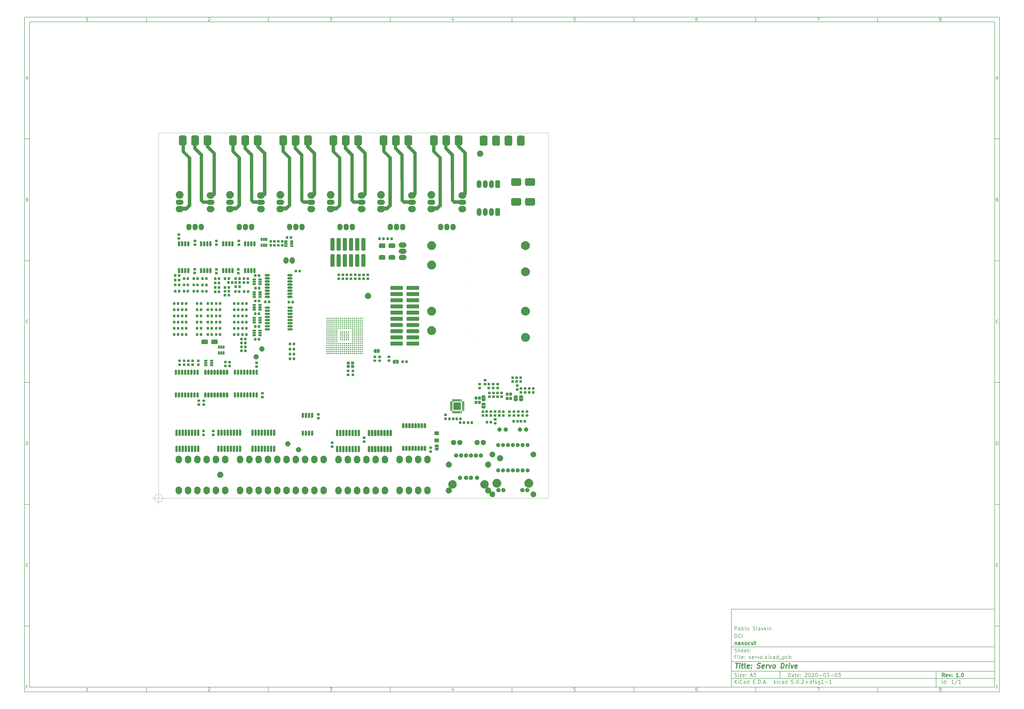
<source format=gbr>
G04 #@! TF.GenerationSoftware,KiCad,Pcbnew,5.0.2+dfsg1-1*
G04 #@! TF.CreationDate,2020-03-23T02:38:37-03:00*
G04 #@! TF.ProjectId,servo,73657276-6f2e-46b6-9963-61645f706362,1.0*
G04 #@! TF.SameCoordinates,Original*
G04 #@! TF.FileFunction,Soldermask,Top*
G04 #@! TF.FilePolarity,Negative*
%FSLAX46Y46*%
G04 Gerber Fmt 4.6, Leading zero omitted, Abs format (unit mm)*
G04 Created by KiCad (PCBNEW 5.0.2+dfsg1-1) date Mon 23 Mar 2020 02:38:37 AM -03*
%MOMM*%
%LPD*%
G01*
G04 APERTURE LIST*
%ADD10C,0.100000*%
%ADD11C,0.150000*%
%ADD12C,0.300000*%
%ADD13C,0.400000*%
G04 APERTURE END LIST*
D10*
D11*
X299989000Y-253002200D02*
X299989000Y-285002200D01*
X407989000Y-285002200D01*
X407989000Y-253002200D01*
X299989000Y-253002200D01*
D10*
D11*
X10000000Y-10000000D02*
X10000000Y-287002200D01*
X409989000Y-287002200D01*
X409989000Y-10000000D01*
X10000000Y-10000000D01*
D10*
D11*
X12000000Y-12000000D02*
X12000000Y-285002200D01*
X407989000Y-285002200D01*
X407989000Y-12000000D01*
X12000000Y-12000000D01*
D10*
D11*
X60000000Y-12000000D02*
X60000000Y-10000000D01*
D10*
D11*
X110000000Y-12000000D02*
X110000000Y-10000000D01*
D10*
D11*
X160000000Y-12000000D02*
X160000000Y-10000000D01*
D10*
D11*
X210000000Y-12000000D02*
X210000000Y-10000000D01*
D10*
D11*
X260000000Y-12000000D02*
X260000000Y-10000000D01*
D10*
D11*
X310000000Y-12000000D02*
X310000000Y-10000000D01*
D10*
D11*
X360000000Y-12000000D02*
X360000000Y-10000000D01*
D10*
D11*
X36065476Y-11588095D02*
X35322619Y-11588095D01*
X35694047Y-11588095D02*
X35694047Y-10288095D01*
X35570238Y-10473809D01*
X35446428Y-10597619D01*
X35322619Y-10659523D01*
D10*
D11*
X85322619Y-10411904D02*
X85384523Y-10350000D01*
X85508333Y-10288095D01*
X85817857Y-10288095D01*
X85941666Y-10350000D01*
X86003571Y-10411904D01*
X86065476Y-10535714D01*
X86065476Y-10659523D01*
X86003571Y-10845238D01*
X85260714Y-11588095D01*
X86065476Y-11588095D01*
D10*
D11*
X135260714Y-10288095D02*
X136065476Y-10288095D01*
X135632142Y-10783333D01*
X135817857Y-10783333D01*
X135941666Y-10845238D01*
X136003571Y-10907142D01*
X136065476Y-11030952D01*
X136065476Y-11340476D01*
X136003571Y-11464285D01*
X135941666Y-11526190D01*
X135817857Y-11588095D01*
X135446428Y-11588095D01*
X135322619Y-11526190D01*
X135260714Y-11464285D01*
D10*
D11*
X185941666Y-10721428D02*
X185941666Y-11588095D01*
X185632142Y-10226190D02*
X185322619Y-11154761D01*
X186127380Y-11154761D01*
D10*
D11*
X236003571Y-10288095D02*
X235384523Y-10288095D01*
X235322619Y-10907142D01*
X235384523Y-10845238D01*
X235508333Y-10783333D01*
X235817857Y-10783333D01*
X235941666Y-10845238D01*
X236003571Y-10907142D01*
X236065476Y-11030952D01*
X236065476Y-11340476D01*
X236003571Y-11464285D01*
X235941666Y-11526190D01*
X235817857Y-11588095D01*
X235508333Y-11588095D01*
X235384523Y-11526190D01*
X235322619Y-11464285D01*
D10*
D11*
X285941666Y-10288095D02*
X285694047Y-10288095D01*
X285570238Y-10350000D01*
X285508333Y-10411904D01*
X285384523Y-10597619D01*
X285322619Y-10845238D01*
X285322619Y-11340476D01*
X285384523Y-11464285D01*
X285446428Y-11526190D01*
X285570238Y-11588095D01*
X285817857Y-11588095D01*
X285941666Y-11526190D01*
X286003571Y-11464285D01*
X286065476Y-11340476D01*
X286065476Y-11030952D01*
X286003571Y-10907142D01*
X285941666Y-10845238D01*
X285817857Y-10783333D01*
X285570238Y-10783333D01*
X285446428Y-10845238D01*
X285384523Y-10907142D01*
X285322619Y-11030952D01*
D10*
D11*
X335260714Y-10288095D02*
X336127380Y-10288095D01*
X335570238Y-11588095D01*
D10*
D11*
X385570238Y-10845238D02*
X385446428Y-10783333D01*
X385384523Y-10721428D01*
X385322619Y-10597619D01*
X385322619Y-10535714D01*
X385384523Y-10411904D01*
X385446428Y-10350000D01*
X385570238Y-10288095D01*
X385817857Y-10288095D01*
X385941666Y-10350000D01*
X386003571Y-10411904D01*
X386065476Y-10535714D01*
X386065476Y-10597619D01*
X386003571Y-10721428D01*
X385941666Y-10783333D01*
X385817857Y-10845238D01*
X385570238Y-10845238D01*
X385446428Y-10907142D01*
X385384523Y-10969047D01*
X385322619Y-11092857D01*
X385322619Y-11340476D01*
X385384523Y-11464285D01*
X385446428Y-11526190D01*
X385570238Y-11588095D01*
X385817857Y-11588095D01*
X385941666Y-11526190D01*
X386003571Y-11464285D01*
X386065476Y-11340476D01*
X386065476Y-11092857D01*
X386003571Y-10969047D01*
X385941666Y-10907142D01*
X385817857Y-10845238D01*
D10*
D11*
X60000000Y-285002200D02*
X60000000Y-287002200D01*
D10*
D11*
X110000000Y-285002200D02*
X110000000Y-287002200D01*
D10*
D11*
X160000000Y-285002200D02*
X160000000Y-287002200D01*
D10*
D11*
X210000000Y-285002200D02*
X210000000Y-287002200D01*
D10*
D11*
X260000000Y-285002200D02*
X260000000Y-287002200D01*
D10*
D11*
X310000000Y-285002200D02*
X310000000Y-287002200D01*
D10*
D11*
X360000000Y-285002200D02*
X360000000Y-287002200D01*
D10*
D11*
X36065476Y-286590295D02*
X35322619Y-286590295D01*
X35694047Y-286590295D02*
X35694047Y-285290295D01*
X35570238Y-285476009D01*
X35446428Y-285599819D01*
X35322619Y-285661723D01*
D10*
D11*
X85322619Y-285414104D02*
X85384523Y-285352200D01*
X85508333Y-285290295D01*
X85817857Y-285290295D01*
X85941666Y-285352200D01*
X86003571Y-285414104D01*
X86065476Y-285537914D01*
X86065476Y-285661723D01*
X86003571Y-285847438D01*
X85260714Y-286590295D01*
X86065476Y-286590295D01*
D10*
D11*
X135260714Y-285290295D02*
X136065476Y-285290295D01*
X135632142Y-285785533D01*
X135817857Y-285785533D01*
X135941666Y-285847438D01*
X136003571Y-285909342D01*
X136065476Y-286033152D01*
X136065476Y-286342676D01*
X136003571Y-286466485D01*
X135941666Y-286528390D01*
X135817857Y-286590295D01*
X135446428Y-286590295D01*
X135322619Y-286528390D01*
X135260714Y-286466485D01*
D10*
D11*
X185941666Y-285723628D02*
X185941666Y-286590295D01*
X185632142Y-285228390D02*
X185322619Y-286156961D01*
X186127380Y-286156961D01*
D10*
D11*
X236003571Y-285290295D02*
X235384523Y-285290295D01*
X235322619Y-285909342D01*
X235384523Y-285847438D01*
X235508333Y-285785533D01*
X235817857Y-285785533D01*
X235941666Y-285847438D01*
X236003571Y-285909342D01*
X236065476Y-286033152D01*
X236065476Y-286342676D01*
X236003571Y-286466485D01*
X235941666Y-286528390D01*
X235817857Y-286590295D01*
X235508333Y-286590295D01*
X235384523Y-286528390D01*
X235322619Y-286466485D01*
D10*
D11*
X285941666Y-285290295D02*
X285694047Y-285290295D01*
X285570238Y-285352200D01*
X285508333Y-285414104D01*
X285384523Y-285599819D01*
X285322619Y-285847438D01*
X285322619Y-286342676D01*
X285384523Y-286466485D01*
X285446428Y-286528390D01*
X285570238Y-286590295D01*
X285817857Y-286590295D01*
X285941666Y-286528390D01*
X286003571Y-286466485D01*
X286065476Y-286342676D01*
X286065476Y-286033152D01*
X286003571Y-285909342D01*
X285941666Y-285847438D01*
X285817857Y-285785533D01*
X285570238Y-285785533D01*
X285446428Y-285847438D01*
X285384523Y-285909342D01*
X285322619Y-286033152D01*
D10*
D11*
X335260714Y-285290295D02*
X336127380Y-285290295D01*
X335570238Y-286590295D01*
D10*
D11*
X385570238Y-285847438D02*
X385446428Y-285785533D01*
X385384523Y-285723628D01*
X385322619Y-285599819D01*
X385322619Y-285537914D01*
X385384523Y-285414104D01*
X385446428Y-285352200D01*
X385570238Y-285290295D01*
X385817857Y-285290295D01*
X385941666Y-285352200D01*
X386003571Y-285414104D01*
X386065476Y-285537914D01*
X386065476Y-285599819D01*
X386003571Y-285723628D01*
X385941666Y-285785533D01*
X385817857Y-285847438D01*
X385570238Y-285847438D01*
X385446428Y-285909342D01*
X385384523Y-285971247D01*
X385322619Y-286095057D01*
X385322619Y-286342676D01*
X385384523Y-286466485D01*
X385446428Y-286528390D01*
X385570238Y-286590295D01*
X385817857Y-286590295D01*
X385941666Y-286528390D01*
X386003571Y-286466485D01*
X386065476Y-286342676D01*
X386065476Y-286095057D01*
X386003571Y-285971247D01*
X385941666Y-285909342D01*
X385817857Y-285847438D01*
D10*
D11*
X10000000Y-60000000D02*
X12000000Y-60000000D01*
D10*
D11*
X10000000Y-110000000D02*
X12000000Y-110000000D01*
D10*
D11*
X10000000Y-160000000D02*
X12000000Y-160000000D01*
D10*
D11*
X10000000Y-210000000D02*
X12000000Y-210000000D01*
D10*
D11*
X10000000Y-260000000D02*
X12000000Y-260000000D01*
D10*
D11*
X10690476Y-35216666D02*
X11309523Y-35216666D01*
X10566666Y-35588095D02*
X11000000Y-34288095D01*
X11433333Y-35588095D01*
D10*
D11*
X11092857Y-84907142D02*
X11278571Y-84969047D01*
X11340476Y-85030952D01*
X11402380Y-85154761D01*
X11402380Y-85340476D01*
X11340476Y-85464285D01*
X11278571Y-85526190D01*
X11154761Y-85588095D01*
X10659523Y-85588095D01*
X10659523Y-84288095D01*
X11092857Y-84288095D01*
X11216666Y-84350000D01*
X11278571Y-84411904D01*
X11340476Y-84535714D01*
X11340476Y-84659523D01*
X11278571Y-84783333D01*
X11216666Y-84845238D01*
X11092857Y-84907142D01*
X10659523Y-84907142D01*
D10*
D11*
X11402380Y-135464285D02*
X11340476Y-135526190D01*
X11154761Y-135588095D01*
X11030952Y-135588095D01*
X10845238Y-135526190D01*
X10721428Y-135402380D01*
X10659523Y-135278571D01*
X10597619Y-135030952D01*
X10597619Y-134845238D01*
X10659523Y-134597619D01*
X10721428Y-134473809D01*
X10845238Y-134350000D01*
X11030952Y-134288095D01*
X11154761Y-134288095D01*
X11340476Y-134350000D01*
X11402380Y-134411904D01*
D10*
D11*
X10659523Y-185588095D02*
X10659523Y-184288095D01*
X10969047Y-184288095D01*
X11154761Y-184350000D01*
X11278571Y-184473809D01*
X11340476Y-184597619D01*
X11402380Y-184845238D01*
X11402380Y-185030952D01*
X11340476Y-185278571D01*
X11278571Y-185402380D01*
X11154761Y-185526190D01*
X10969047Y-185588095D01*
X10659523Y-185588095D01*
D10*
D11*
X10721428Y-234907142D02*
X11154761Y-234907142D01*
X11340476Y-235588095D02*
X10721428Y-235588095D01*
X10721428Y-234288095D01*
X11340476Y-234288095D01*
D10*
D11*
X11185714Y-284907142D02*
X10752380Y-284907142D01*
X10752380Y-285588095D02*
X10752380Y-284288095D01*
X11371428Y-284288095D01*
D10*
D11*
X409989000Y-60000000D02*
X407989000Y-60000000D01*
D10*
D11*
X409989000Y-110000000D02*
X407989000Y-110000000D01*
D10*
D11*
X409989000Y-160000000D02*
X407989000Y-160000000D01*
D10*
D11*
X409989000Y-210000000D02*
X407989000Y-210000000D01*
D10*
D11*
X409989000Y-260000000D02*
X407989000Y-260000000D01*
D10*
D11*
X408679476Y-35216666D02*
X409298523Y-35216666D01*
X408555666Y-35588095D02*
X408989000Y-34288095D01*
X409422333Y-35588095D01*
D10*
D11*
X409081857Y-84907142D02*
X409267571Y-84969047D01*
X409329476Y-85030952D01*
X409391380Y-85154761D01*
X409391380Y-85340476D01*
X409329476Y-85464285D01*
X409267571Y-85526190D01*
X409143761Y-85588095D01*
X408648523Y-85588095D01*
X408648523Y-84288095D01*
X409081857Y-84288095D01*
X409205666Y-84350000D01*
X409267571Y-84411904D01*
X409329476Y-84535714D01*
X409329476Y-84659523D01*
X409267571Y-84783333D01*
X409205666Y-84845238D01*
X409081857Y-84907142D01*
X408648523Y-84907142D01*
D10*
D11*
X409391380Y-135464285D02*
X409329476Y-135526190D01*
X409143761Y-135588095D01*
X409019952Y-135588095D01*
X408834238Y-135526190D01*
X408710428Y-135402380D01*
X408648523Y-135278571D01*
X408586619Y-135030952D01*
X408586619Y-134845238D01*
X408648523Y-134597619D01*
X408710428Y-134473809D01*
X408834238Y-134350000D01*
X409019952Y-134288095D01*
X409143761Y-134288095D01*
X409329476Y-134350000D01*
X409391380Y-134411904D01*
D10*
D11*
X408648523Y-185588095D02*
X408648523Y-184288095D01*
X408958047Y-184288095D01*
X409143761Y-184350000D01*
X409267571Y-184473809D01*
X409329476Y-184597619D01*
X409391380Y-184845238D01*
X409391380Y-185030952D01*
X409329476Y-185278571D01*
X409267571Y-185402380D01*
X409143761Y-185526190D01*
X408958047Y-185588095D01*
X408648523Y-185588095D01*
D10*
D11*
X408710428Y-234907142D02*
X409143761Y-234907142D01*
X409329476Y-235588095D02*
X408710428Y-235588095D01*
X408710428Y-234288095D01*
X409329476Y-234288095D01*
D10*
D11*
X409174714Y-284907142D02*
X408741380Y-284907142D01*
X408741380Y-285588095D02*
X408741380Y-284288095D01*
X409360428Y-284288095D01*
D10*
D11*
X323421142Y-280780771D02*
X323421142Y-279280771D01*
X323778285Y-279280771D01*
X323992571Y-279352200D01*
X324135428Y-279495057D01*
X324206857Y-279637914D01*
X324278285Y-279923628D01*
X324278285Y-280137914D01*
X324206857Y-280423628D01*
X324135428Y-280566485D01*
X323992571Y-280709342D01*
X323778285Y-280780771D01*
X323421142Y-280780771D01*
X325564000Y-280780771D02*
X325564000Y-279995057D01*
X325492571Y-279852200D01*
X325349714Y-279780771D01*
X325064000Y-279780771D01*
X324921142Y-279852200D01*
X325564000Y-280709342D02*
X325421142Y-280780771D01*
X325064000Y-280780771D01*
X324921142Y-280709342D01*
X324849714Y-280566485D01*
X324849714Y-280423628D01*
X324921142Y-280280771D01*
X325064000Y-280209342D01*
X325421142Y-280209342D01*
X325564000Y-280137914D01*
X326064000Y-279780771D02*
X326635428Y-279780771D01*
X326278285Y-279280771D02*
X326278285Y-280566485D01*
X326349714Y-280709342D01*
X326492571Y-280780771D01*
X326635428Y-280780771D01*
X327706857Y-280709342D02*
X327564000Y-280780771D01*
X327278285Y-280780771D01*
X327135428Y-280709342D01*
X327064000Y-280566485D01*
X327064000Y-279995057D01*
X327135428Y-279852200D01*
X327278285Y-279780771D01*
X327564000Y-279780771D01*
X327706857Y-279852200D01*
X327778285Y-279995057D01*
X327778285Y-280137914D01*
X327064000Y-280280771D01*
X328421142Y-280637914D02*
X328492571Y-280709342D01*
X328421142Y-280780771D01*
X328349714Y-280709342D01*
X328421142Y-280637914D01*
X328421142Y-280780771D01*
X328421142Y-279852200D02*
X328492571Y-279923628D01*
X328421142Y-279995057D01*
X328349714Y-279923628D01*
X328421142Y-279852200D01*
X328421142Y-279995057D01*
X330206857Y-279423628D02*
X330278285Y-279352200D01*
X330421142Y-279280771D01*
X330778285Y-279280771D01*
X330921142Y-279352200D01*
X330992571Y-279423628D01*
X331064000Y-279566485D01*
X331064000Y-279709342D01*
X330992571Y-279923628D01*
X330135428Y-280780771D01*
X331064000Y-280780771D01*
X331992571Y-279280771D02*
X332135428Y-279280771D01*
X332278285Y-279352200D01*
X332349714Y-279423628D01*
X332421142Y-279566485D01*
X332492571Y-279852200D01*
X332492571Y-280209342D01*
X332421142Y-280495057D01*
X332349714Y-280637914D01*
X332278285Y-280709342D01*
X332135428Y-280780771D01*
X331992571Y-280780771D01*
X331849714Y-280709342D01*
X331778285Y-280637914D01*
X331706857Y-280495057D01*
X331635428Y-280209342D01*
X331635428Y-279852200D01*
X331706857Y-279566485D01*
X331778285Y-279423628D01*
X331849714Y-279352200D01*
X331992571Y-279280771D01*
X333064000Y-279423628D02*
X333135428Y-279352200D01*
X333278285Y-279280771D01*
X333635428Y-279280771D01*
X333778285Y-279352200D01*
X333849714Y-279423628D01*
X333921142Y-279566485D01*
X333921142Y-279709342D01*
X333849714Y-279923628D01*
X332992571Y-280780771D01*
X333921142Y-280780771D01*
X334849714Y-279280771D02*
X334992571Y-279280771D01*
X335135428Y-279352200D01*
X335206857Y-279423628D01*
X335278285Y-279566485D01*
X335349714Y-279852200D01*
X335349714Y-280209342D01*
X335278285Y-280495057D01*
X335206857Y-280637914D01*
X335135428Y-280709342D01*
X334992571Y-280780771D01*
X334849714Y-280780771D01*
X334706857Y-280709342D01*
X334635428Y-280637914D01*
X334564000Y-280495057D01*
X334492571Y-280209342D01*
X334492571Y-279852200D01*
X334564000Y-279566485D01*
X334635428Y-279423628D01*
X334706857Y-279352200D01*
X334849714Y-279280771D01*
X335992571Y-280209342D02*
X337135428Y-280209342D01*
X338135428Y-279280771D02*
X338278285Y-279280771D01*
X338421142Y-279352200D01*
X338492571Y-279423628D01*
X338564000Y-279566485D01*
X338635428Y-279852200D01*
X338635428Y-280209342D01*
X338564000Y-280495057D01*
X338492571Y-280637914D01*
X338421142Y-280709342D01*
X338278285Y-280780771D01*
X338135428Y-280780771D01*
X337992571Y-280709342D01*
X337921142Y-280637914D01*
X337849714Y-280495057D01*
X337778285Y-280209342D01*
X337778285Y-279852200D01*
X337849714Y-279566485D01*
X337921142Y-279423628D01*
X337992571Y-279352200D01*
X338135428Y-279280771D01*
X339135428Y-279280771D02*
X340064000Y-279280771D01*
X339564000Y-279852200D01*
X339778285Y-279852200D01*
X339921142Y-279923628D01*
X339992571Y-279995057D01*
X340064000Y-280137914D01*
X340064000Y-280495057D01*
X339992571Y-280637914D01*
X339921142Y-280709342D01*
X339778285Y-280780771D01*
X339349714Y-280780771D01*
X339206857Y-280709342D01*
X339135428Y-280637914D01*
X340706857Y-280209342D02*
X341849714Y-280209342D01*
X342849714Y-279280771D02*
X342992571Y-279280771D01*
X343135428Y-279352200D01*
X343206857Y-279423628D01*
X343278285Y-279566485D01*
X343349714Y-279852200D01*
X343349714Y-280209342D01*
X343278285Y-280495057D01*
X343206857Y-280637914D01*
X343135428Y-280709342D01*
X342992571Y-280780771D01*
X342849714Y-280780771D01*
X342706857Y-280709342D01*
X342635428Y-280637914D01*
X342564000Y-280495057D01*
X342492571Y-280209342D01*
X342492571Y-279852200D01*
X342564000Y-279566485D01*
X342635428Y-279423628D01*
X342706857Y-279352200D01*
X342849714Y-279280771D01*
X343849714Y-279280771D02*
X344778285Y-279280771D01*
X344278285Y-279852200D01*
X344492571Y-279852200D01*
X344635428Y-279923628D01*
X344706857Y-279995057D01*
X344778285Y-280137914D01*
X344778285Y-280495057D01*
X344706857Y-280637914D01*
X344635428Y-280709342D01*
X344492571Y-280780771D01*
X344064000Y-280780771D01*
X343921142Y-280709342D01*
X343849714Y-280637914D01*
D10*
D11*
X299989000Y-281502200D02*
X407989000Y-281502200D01*
D10*
D11*
X301421142Y-283580771D02*
X301421142Y-282080771D01*
X302278285Y-283580771D02*
X301635428Y-282723628D01*
X302278285Y-282080771D02*
X301421142Y-282937914D01*
X302921142Y-283580771D02*
X302921142Y-282580771D01*
X302921142Y-282080771D02*
X302849714Y-282152200D01*
X302921142Y-282223628D01*
X302992571Y-282152200D01*
X302921142Y-282080771D01*
X302921142Y-282223628D01*
X304492571Y-283437914D02*
X304421142Y-283509342D01*
X304206857Y-283580771D01*
X304064000Y-283580771D01*
X303849714Y-283509342D01*
X303706857Y-283366485D01*
X303635428Y-283223628D01*
X303564000Y-282937914D01*
X303564000Y-282723628D01*
X303635428Y-282437914D01*
X303706857Y-282295057D01*
X303849714Y-282152200D01*
X304064000Y-282080771D01*
X304206857Y-282080771D01*
X304421142Y-282152200D01*
X304492571Y-282223628D01*
X305778285Y-283580771D02*
X305778285Y-282795057D01*
X305706857Y-282652200D01*
X305564000Y-282580771D01*
X305278285Y-282580771D01*
X305135428Y-282652200D01*
X305778285Y-283509342D02*
X305635428Y-283580771D01*
X305278285Y-283580771D01*
X305135428Y-283509342D01*
X305064000Y-283366485D01*
X305064000Y-283223628D01*
X305135428Y-283080771D01*
X305278285Y-283009342D01*
X305635428Y-283009342D01*
X305778285Y-282937914D01*
X307135428Y-283580771D02*
X307135428Y-282080771D01*
X307135428Y-283509342D02*
X306992571Y-283580771D01*
X306706857Y-283580771D01*
X306564000Y-283509342D01*
X306492571Y-283437914D01*
X306421142Y-283295057D01*
X306421142Y-282866485D01*
X306492571Y-282723628D01*
X306564000Y-282652200D01*
X306706857Y-282580771D01*
X306992571Y-282580771D01*
X307135428Y-282652200D01*
X308992571Y-282795057D02*
X309492571Y-282795057D01*
X309706857Y-283580771D02*
X308992571Y-283580771D01*
X308992571Y-282080771D01*
X309706857Y-282080771D01*
X310349714Y-283437914D02*
X310421142Y-283509342D01*
X310349714Y-283580771D01*
X310278285Y-283509342D01*
X310349714Y-283437914D01*
X310349714Y-283580771D01*
X311064000Y-283580771D02*
X311064000Y-282080771D01*
X311421142Y-282080771D01*
X311635428Y-282152200D01*
X311778285Y-282295057D01*
X311849714Y-282437914D01*
X311921142Y-282723628D01*
X311921142Y-282937914D01*
X311849714Y-283223628D01*
X311778285Y-283366485D01*
X311635428Y-283509342D01*
X311421142Y-283580771D01*
X311064000Y-283580771D01*
X312564000Y-283437914D02*
X312635428Y-283509342D01*
X312564000Y-283580771D01*
X312492571Y-283509342D01*
X312564000Y-283437914D01*
X312564000Y-283580771D01*
X313206857Y-283152200D02*
X313921142Y-283152200D01*
X313064000Y-283580771D02*
X313564000Y-282080771D01*
X314064000Y-283580771D01*
X314564000Y-283437914D02*
X314635428Y-283509342D01*
X314564000Y-283580771D01*
X314492571Y-283509342D01*
X314564000Y-283437914D01*
X314564000Y-283580771D01*
X317564000Y-283580771D02*
X317564000Y-282080771D01*
X317706857Y-283009342D02*
X318135428Y-283580771D01*
X318135428Y-282580771D02*
X317564000Y-283152200D01*
X318778285Y-283580771D02*
X318778285Y-282580771D01*
X318778285Y-282080771D02*
X318706857Y-282152200D01*
X318778285Y-282223628D01*
X318849714Y-282152200D01*
X318778285Y-282080771D01*
X318778285Y-282223628D01*
X320135428Y-283509342D02*
X319992571Y-283580771D01*
X319706857Y-283580771D01*
X319564000Y-283509342D01*
X319492571Y-283437914D01*
X319421142Y-283295057D01*
X319421142Y-282866485D01*
X319492571Y-282723628D01*
X319564000Y-282652200D01*
X319706857Y-282580771D01*
X319992571Y-282580771D01*
X320135428Y-282652200D01*
X321421142Y-283580771D02*
X321421142Y-282795057D01*
X321349714Y-282652200D01*
X321206857Y-282580771D01*
X320921142Y-282580771D01*
X320778285Y-282652200D01*
X321421142Y-283509342D02*
X321278285Y-283580771D01*
X320921142Y-283580771D01*
X320778285Y-283509342D01*
X320706857Y-283366485D01*
X320706857Y-283223628D01*
X320778285Y-283080771D01*
X320921142Y-283009342D01*
X321278285Y-283009342D01*
X321421142Y-282937914D01*
X322778285Y-283580771D02*
X322778285Y-282080771D01*
X322778285Y-283509342D02*
X322635428Y-283580771D01*
X322349714Y-283580771D01*
X322206857Y-283509342D01*
X322135428Y-283437914D01*
X322064000Y-283295057D01*
X322064000Y-282866485D01*
X322135428Y-282723628D01*
X322206857Y-282652200D01*
X322349714Y-282580771D01*
X322635428Y-282580771D01*
X322778285Y-282652200D01*
X325349714Y-282080771D02*
X324635428Y-282080771D01*
X324564000Y-282795057D01*
X324635428Y-282723628D01*
X324778285Y-282652200D01*
X325135428Y-282652200D01*
X325278285Y-282723628D01*
X325349714Y-282795057D01*
X325421142Y-282937914D01*
X325421142Y-283295057D01*
X325349714Y-283437914D01*
X325278285Y-283509342D01*
X325135428Y-283580771D01*
X324778285Y-283580771D01*
X324635428Y-283509342D01*
X324564000Y-283437914D01*
X326064000Y-283437914D02*
X326135428Y-283509342D01*
X326064000Y-283580771D01*
X325992571Y-283509342D01*
X326064000Y-283437914D01*
X326064000Y-283580771D01*
X327064000Y-282080771D02*
X327206857Y-282080771D01*
X327349714Y-282152200D01*
X327421142Y-282223628D01*
X327492571Y-282366485D01*
X327564000Y-282652200D01*
X327564000Y-283009342D01*
X327492571Y-283295057D01*
X327421142Y-283437914D01*
X327349714Y-283509342D01*
X327206857Y-283580771D01*
X327064000Y-283580771D01*
X326921142Y-283509342D01*
X326849714Y-283437914D01*
X326778285Y-283295057D01*
X326706857Y-283009342D01*
X326706857Y-282652200D01*
X326778285Y-282366485D01*
X326849714Y-282223628D01*
X326921142Y-282152200D01*
X327064000Y-282080771D01*
X328206857Y-283437914D02*
X328278285Y-283509342D01*
X328206857Y-283580771D01*
X328135428Y-283509342D01*
X328206857Y-283437914D01*
X328206857Y-283580771D01*
X328849714Y-282223628D02*
X328921142Y-282152200D01*
X329064000Y-282080771D01*
X329421142Y-282080771D01*
X329564000Y-282152200D01*
X329635428Y-282223628D01*
X329706857Y-282366485D01*
X329706857Y-282509342D01*
X329635428Y-282723628D01*
X328778285Y-283580771D01*
X329706857Y-283580771D01*
X330349714Y-283009342D02*
X331492571Y-283009342D01*
X330921142Y-283580771D02*
X330921142Y-282437914D01*
X332849714Y-283580771D02*
X332849714Y-282080771D01*
X332849714Y-283509342D02*
X332706857Y-283580771D01*
X332421142Y-283580771D01*
X332278285Y-283509342D01*
X332206857Y-283437914D01*
X332135428Y-283295057D01*
X332135428Y-282866485D01*
X332206857Y-282723628D01*
X332278285Y-282652200D01*
X332421142Y-282580771D01*
X332706857Y-282580771D01*
X332849714Y-282652200D01*
X333349714Y-282580771D02*
X333921142Y-282580771D01*
X333564000Y-283580771D02*
X333564000Y-282295057D01*
X333635428Y-282152200D01*
X333778285Y-282080771D01*
X333921142Y-282080771D01*
X334349714Y-283509342D02*
X334492571Y-283580771D01*
X334778285Y-283580771D01*
X334921142Y-283509342D01*
X334992571Y-283366485D01*
X334992571Y-283295057D01*
X334921142Y-283152200D01*
X334778285Y-283080771D01*
X334564000Y-283080771D01*
X334421142Y-283009342D01*
X334349714Y-282866485D01*
X334349714Y-282795057D01*
X334421142Y-282652200D01*
X334564000Y-282580771D01*
X334778285Y-282580771D01*
X334921142Y-282652200D01*
X336278285Y-282580771D02*
X336278285Y-283795057D01*
X336206857Y-283937914D01*
X336135428Y-284009342D01*
X335992571Y-284080771D01*
X335778285Y-284080771D01*
X335635428Y-284009342D01*
X336278285Y-283509342D02*
X336135428Y-283580771D01*
X335849714Y-283580771D01*
X335706857Y-283509342D01*
X335635428Y-283437914D01*
X335564000Y-283295057D01*
X335564000Y-282866485D01*
X335635428Y-282723628D01*
X335706857Y-282652200D01*
X335849714Y-282580771D01*
X336135428Y-282580771D01*
X336278285Y-282652200D01*
X337778285Y-283580771D02*
X336921142Y-283580771D01*
X337349714Y-283580771D02*
X337349714Y-282080771D01*
X337206857Y-282295057D01*
X337064000Y-282437914D01*
X336921142Y-282509342D01*
X338421142Y-283009342D02*
X339564000Y-283009342D01*
X341064000Y-283580771D02*
X340206857Y-283580771D01*
X340635428Y-283580771D02*
X340635428Y-282080771D01*
X340492571Y-282295057D01*
X340349714Y-282437914D01*
X340206857Y-282509342D01*
D10*
D11*
X299989000Y-278502200D02*
X407989000Y-278502200D01*
D10*
D12*
X387398285Y-280780771D02*
X386898285Y-280066485D01*
X386541142Y-280780771D02*
X386541142Y-279280771D01*
X387112571Y-279280771D01*
X387255428Y-279352200D01*
X387326857Y-279423628D01*
X387398285Y-279566485D01*
X387398285Y-279780771D01*
X387326857Y-279923628D01*
X387255428Y-279995057D01*
X387112571Y-280066485D01*
X386541142Y-280066485D01*
X388612571Y-280709342D02*
X388469714Y-280780771D01*
X388184000Y-280780771D01*
X388041142Y-280709342D01*
X387969714Y-280566485D01*
X387969714Y-279995057D01*
X388041142Y-279852200D01*
X388184000Y-279780771D01*
X388469714Y-279780771D01*
X388612571Y-279852200D01*
X388684000Y-279995057D01*
X388684000Y-280137914D01*
X387969714Y-280280771D01*
X389184000Y-279780771D02*
X389541142Y-280780771D01*
X389898285Y-279780771D01*
X390469714Y-280637914D02*
X390541142Y-280709342D01*
X390469714Y-280780771D01*
X390398285Y-280709342D01*
X390469714Y-280637914D01*
X390469714Y-280780771D01*
X390469714Y-279852200D02*
X390541142Y-279923628D01*
X390469714Y-279995057D01*
X390398285Y-279923628D01*
X390469714Y-279852200D01*
X390469714Y-279995057D01*
X393112571Y-280780771D02*
X392255428Y-280780771D01*
X392684000Y-280780771D02*
X392684000Y-279280771D01*
X392541142Y-279495057D01*
X392398285Y-279637914D01*
X392255428Y-279709342D01*
X393755428Y-280637914D02*
X393826857Y-280709342D01*
X393755428Y-280780771D01*
X393684000Y-280709342D01*
X393755428Y-280637914D01*
X393755428Y-280780771D01*
X394755428Y-279280771D02*
X394898285Y-279280771D01*
X395041142Y-279352200D01*
X395112571Y-279423628D01*
X395184000Y-279566485D01*
X395255428Y-279852200D01*
X395255428Y-280209342D01*
X395184000Y-280495057D01*
X395112571Y-280637914D01*
X395041142Y-280709342D01*
X394898285Y-280780771D01*
X394755428Y-280780771D01*
X394612571Y-280709342D01*
X394541142Y-280637914D01*
X394469714Y-280495057D01*
X394398285Y-280209342D01*
X394398285Y-279852200D01*
X394469714Y-279566485D01*
X394541142Y-279423628D01*
X394612571Y-279352200D01*
X394755428Y-279280771D01*
D10*
D11*
X301349714Y-280709342D02*
X301564000Y-280780771D01*
X301921142Y-280780771D01*
X302064000Y-280709342D01*
X302135428Y-280637914D01*
X302206857Y-280495057D01*
X302206857Y-280352200D01*
X302135428Y-280209342D01*
X302064000Y-280137914D01*
X301921142Y-280066485D01*
X301635428Y-279995057D01*
X301492571Y-279923628D01*
X301421142Y-279852200D01*
X301349714Y-279709342D01*
X301349714Y-279566485D01*
X301421142Y-279423628D01*
X301492571Y-279352200D01*
X301635428Y-279280771D01*
X301992571Y-279280771D01*
X302206857Y-279352200D01*
X302849714Y-280780771D02*
X302849714Y-279780771D01*
X302849714Y-279280771D02*
X302778285Y-279352200D01*
X302849714Y-279423628D01*
X302921142Y-279352200D01*
X302849714Y-279280771D01*
X302849714Y-279423628D01*
X303421142Y-279780771D02*
X304206857Y-279780771D01*
X303421142Y-280780771D01*
X304206857Y-280780771D01*
X305349714Y-280709342D02*
X305206857Y-280780771D01*
X304921142Y-280780771D01*
X304778285Y-280709342D01*
X304706857Y-280566485D01*
X304706857Y-279995057D01*
X304778285Y-279852200D01*
X304921142Y-279780771D01*
X305206857Y-279780771D01*
X305349714Y-279852200D01*
X305421142Y-279995057D01*
X305421142Y-280137914D01*
X304706857Y-280280771D01*
X306064000Y-280637914D02*
X306135428Y-280709342D01*
X306064000Y-280780771D01*
X305992571Y-280709342D01*
X306064000Y-280637914D01*
X306064000Y-280780771D01*
X306064000Y-279852200D02*
X306135428Y-279923628D01*
X306064000Y-279995057D01*
X305992571Y-279923628D01*
X306064000Y-279852200D01*
X306064000Y-279995057D01*
X307849714Y-280352200D02*
X308564000Y-280352200D01*
X307706857Y-280780771D02*
X308206857Y-279280771D01*
X308706857Y-280780771D01*
X309064000Y-279280771D02*
X309992571Y-279280771D01*
X309492571Y-279852200D01*
X309706857Y-279852200D01*
X309849714Y-279923628D01*
X309921142Y-279995057D01*
X309992571Y-280137914D01*
X309992571Y-280495057D01*
X309921142Y-280637914D01*
X309849714Y-280709342D01*
X309706857Y-280780771D01*
X309278285Y-280780771D01*
X309135428Y-280709342D01*
X309064000Y-280637914D01*
D10*
D11*
X386421142Y-283580771D02*
X386421142Y-282080771D01*
X387778285Y-283580771D02*
X387778285Y-282080771D01*
X387778285Y-283509342D02*
X387635428Y-283580771D01*
X387349714Y-283580771D01*
X387206857Y-283509342D01*
X387135428Y-283437914D01*
X387064000Y-283295057D01*
X387064000Y-282866485D01*
X387135428Y-282723628D01*
X387206857Y-282652200D01*
X387349714Y-282580771D01*
X387635428Y-282580771D01*
X387778285Y-282652200D01*
X388492571Y-283437914D02*
X388564000Y-283509342D01*
X388492571Y-283580771D01*
X388421142Y-283509342D01*
X388492571Y-283437914D01*
X388492571Y-283580771D01*
X388492571Y-282652200D02*
X388564000Y-282723628D01*
X388492571Y-282795057D01*
X388421142Y-282723628D01*
X388492571Y-282652200D01*
X388492571Y-282795057D01*
X391135428Y-283580771D02*
X390278285Y-283580771D01*
X390706857Y-283580771D02*
X390706857Y-282080771D01*
X390564000Y-282295057D01*
X390421142Y-282437914D01*
X390278285Y-282509342D01*
X392849714Y-282009342D02*
X391564000Y-283937914D01*
X394135428Y-283580771D02*
X393278285Y-283580771D01*
X393706857Y-283580771D02*
X393706857Y-282080771D01*
X393564000Y-282295057D01*
X393421142Y-282437914D01*
X393278285Y-282509342D01*
D10*
D11*
X299989000Y-274502200D02*
X407989000Y-274502200D01*
D10*
D13*
X301701380Y-275206961D02*
X302844238Y-275206961D01*
X302022809Y-277206961D02*
X302272809Y-275206961D01*
X303260904Y-277206961D02*
X303427571Y-275873628D01*
X303510904Y-275206961D02*
X303403761Y-275302200D01*
X303487095Y-275397438D01*
X303594238Y-275302200D01*
X303510904Y-275206961D01*
X303487095Y-275397438D01*
X304094238Y-275873628D02*
X304856142Y-275873628D01*
X304463285Y-275206961D02*
X304249000Y-276921247D01*
X304320428Y-277111723D01*
X304499000Y-277206961D01*
X304689476Y-277206961D01*
X305641857Y-277206961D02*
X305463285Y-277111723D01*
X305391857Y-276921247D01*
X305606142Y-275206961D01*
X307177571Y-277111723D02*
X306975190Y-277206961D01*
X306594238Y-277206961D01*
X306415666Y-277111723D01*
X306344238Y-276921247D01*
X306439476Y-276159342D01*
X306558523Y-275968866D01*
X306760904Y-275873628D01*
X307141857Y-275873628D01*
X307320428Y-275968866D01*
X307391857Y-276159342D01*
X307368047Y-276349819D01*
X306391857Y-276540295D01*
X308141857Y-277016485D02*
X308225190Y-277111723D01*
X308118047Y-277206961D01*
X308034714Y-277111723D01*
X308141857Y-277016485D01*
X308118047Y-277206961D01*
X308272809Y-275968866D02*
X308356142Y-276064104D01*
X308249000Y-276159342D01*
X308165666Y-276064104D01*
X308272809Y-275968866D01*
X308249000Y-276159342D01*
X310510904Y-277111723D02*
X310784714Y-277206961D01*
X311260904Y-277206961D01*
X311463285Y-277111723D01*
X311570428Y-277016485D01*
X311689476Y-276826009D01*
X311713285Y-276635533D01*
X311641857Y-276445057D01*
X311558523Y-276349819D01*
X311379952Y-276254580D01*
X311010904Y-276159342D01*
X310832333Y-276064104D01*
X310749000Y-275968866D01*
X310677571Y-275778390D01*
X310701380Y-275587914D01*
X310820428Y-275397438D01*
X310927571Y-275302200D01*
X311129952Y-275206961D01*
X311606142Y-275206961D01*
X311879952Y-275302200D01*
X313272809Y-277111723D02*
X313070428Y-277206961D01*
X312689476Y-277206961D01*
X312510904Y-277111723D01*
X312439476Y-276921247D01*
X312534714Y-276159342D01*
X312653761Y-275968866D01*
X312856142Y-275873628D01*
X313237095Y-275873628D01*
X313415666Y-275968866D01*
X313487095Y-276159342D01*
X313463285Y-276349819D01*
X312487095Y-276540295D01*
X314213285Y-277206961D02*
X314379952Y-275873628D01*
X314332333Y-276254580D02*
X314451380Y-276064104D01*
X314558523Y-275968866D01*
X314760904Y-275873628D01*
X314951380Y-275873628D01*
X315427571Y-275873628D02*
X315737095Y-277206961D01*
X316379952Y-275873628D01*
X317260904Y-277206961D02*
X317082333Y-277111723D01*
X316999000Y-277016485D01*
X316927571Y-276826009D01*
X316999000Y-276254580D01*
X317118047Y-276064104D01*
X317225190Y-275968866D01*
X317427571Y-275873628D01*
X317713285Y-275873628D01*
X317891857Y-275968866D01*
X317975190Y-276064104D01*
X318046619Y-276254580D01*
X317975190Y-276826009D01*
X317856142Y-277016485D01*
X317749000Y-277111723D01*
X317546619Y-277206961D01*
X317260904Y-277206961D01*
X320308523Y-277206961D02*
X320558523Y-275206961D01*
X321034714Y-275206961D01*
X321308523Y-275302200D01*
X321475190Y-275492676D01*
X321546619Y-275683152D01*
X321594238Y-276064104D01*
X321558523Y-276349819D01*
X321415666Y-276730771D01*
X321296619Y-276921247D01*
X321082333Y-277111723D01*
X320784714Y-277206961D01*
X320308523Y-277206961D01*
X322308523Y-277206961D02*
X322475190Y-275873628D01*
X322427571Y-276254580D02*
X322546619Y-276064104D01*
X322653761Y-275968866D01*
X322856142Y-275873628D01*
X323046619Y-275873628D01*
X323546619Y-277206961D02*
X323713285Y-275873628D01*
X323796619Y-275206961D02*
X323689476Y-275302200D01*
X323772809Y-275397438D01*
X323879952Y-275302200D01*
X323796619Y-275206961D01*
X323772809Y-275397438D01*
X324475190Y-275873628D02*
X324784714Y-277206961D01*
X325427571Y-275873628D01*
X326796619Y-277111723D02*
X326594238Y-277206961D01*
X326213285Y-277206961D01*
X326034714Y-277111723D01*
X325963285Y-276921247D01*
X326058523Y-276159342D01*
X326177571Y-275968866D01*
X326379952Y-275873628D01*
X326760904Y-275873628D01*
X326939476Y-275968866D01*
X327010904Y-276159342D01*
X326987095Y-276349819D01*
X326010904Y-276540295D01*
D10*
D11*
X301921142Y-272595057D02*
X301421142Y-272595057D01*
X301421142Y-273380771D02*
X301421142Y-271880771D01*
X302135428Y-271880771D01*
X302706857Y-273380771D02*
X302706857Y-272380771D01*
X302706857Y-271880771D02*
X302635428Y-271952200D01*
X302706857Y-272023628D01*
X302778285Y-271952200D01*
X302706857Y-271880771D01*
X302706857Y-272023628D01*
X303635428Y-273380771D02*
X303492571Y-273309342D01*
X303421142Y-273166485D01*
X303421142Y-271880771D01*
X304778285Y-273309342D02*
X304635428Y-273380771D01*
X304349714Y-273380771D01*
X304206857Y-273309342D01*
X304135428Y-273166485D01*
X304135428Y-272595057D01*
X304206857Y-272452200D01*
X304349714Y-272380771D01*
X304635428Y-272380771D01*
X304778285Y-272452200D01*
X304849714Y-272595057D01*
X304849714Y-272737914D01*
X304135428Y-272880771D01*
X305492571Y-273237914D02*
X305564000Y-273309342D01*
X305492571Y-273380771D01*
X305421142Y-273309342D01*
X305492571Y-273237914D01*
X305492571Y-273380771D01*
X305492571Y-272452200D02*
X305564000Y-272523628D01*
X305492571Y-272595057D01*
X305421142Y-272523628D01*
X305492571Y-272452200D01*
X305492571Y-272595057D01*
X307278285Y-273309342D02*
X307421142Y-273380771D01*
X307706857Y-273380771D01*
X307849714Y-273309342D01*
X307921142Y-273166485D01*
X307921142Y-273095057D01*
X307849714Y-272952200D01*
X307706857Y-272880771D01*
X307492571Y-272880771D01*
X307349714Y-272809342D01*
X307278285Y-272666485D01*
X307278285Y-272595057D01*
X307349714Y-272452200D01*
X307492571Y-272380771D01*
X307706857Y-272380771D01*
X307849714Y-272452200D01*
X309135428Y-273309342D02*
X308992571Y-273380771D01*
X308706857Y-273380771D01*
X308564000Y-273309342D01*
X308492571Y-273166485D01*
X308492571Y-272595057D01*
X308564000Y-272452200D01*
X308706857Y-272380771D01*
X308992571Y-272380771D01*
X309135428Y-272452200D01*
X309206857Y-272595057D01*
X309206857Y-272737914D01*
X308492571Y-272880771D01*
X309849714Y-273380771D02*
X309849714Y-272380771D01*
X309849714Y-272666485D02*
X309921142Y-272523628D01*
X309992571Y-272452200D01*
X310135428Y-272380771D01*
X310278285Y-272380771D01*
X310635428Y-272380771D02*
X310992571Y-273380771D01*
X311349714Y-272380771D01*
X312135428Y-273380771D02*
X311992571Y-273309342D01*
X311921142Y-273237914D01*
X311849714Y-273095057D01*
X311849714Y-272666485D01*
X311921142Y-272523628D01*
X311992571Y-272452200D01*
X312135428Y-272380771D01*
X312349714Y-272380771D01*
X312492571Y-272452200D01*
X312564000Y-272523628D01*
X312635428Y-272666485D01*
X312635428Y-273095057D01*
X312564000Y-273237914D01*
X312492571Y-273309342D01*
X312349714Y-273380771D01*
X312135428Y-273380771D01*
X313278285Y-273237914D02*
X313349714Y-273309342D01*
X313278285Y-273380771D01*
X313206857Y-273309342D01*
X313278285Y-273237914D01*
X313278285Y-273380771D01*
X313992571Y-273380771D02*
X313992571Y-271880771D01*
X314135428Y-272809342D02*
X314564000Y-273380771D01*
X314564000Y-272380771D02*
X313992571Y-272952200D01*
X315206857Y-273380771D02*
X315206857Y-272380771D01*
X315206857Y-271880771D02*
X315135428Y-271952200D01*
X315206857Y-272023628D01*
X315278285Y-271952200D01*
X315206857Y-271880771D01*
X315206857Y-272023628D01*
X316564000Y-273309342D02*
X316421142Y-273380771D01*
X316135428Y-273380771D01*
X315992571Y-273309342D01*
X315921142Y-273237914D01*
X315849714Y-273095057D01*
X315849714Y-272666485D01*
X315921142Y-272523628D01*
X315992571Y-272452200D01*
X316135428Y-272380771D01*
X316421142Y-272380771D01*
X316564000Y-272452200D01*
X317849714Y-273380771D02*
X317849714Y-272595057D01*
X317778285Y-272452200D01*
X317635428Y-272380771D01*
X317349714Y-272380771D01*
X317206857Y-272452200D01*
X317849714Y-273309342D02*
X317706857Y-273380771D01*
X317349714Y-273380771D01*
X317206857Y-273309342D01*
X317135428Y-273166485D01*
X317135428Y-273023628D01*
X317206857Y-272880771D01*
X317349714Y-272809342D01*
X317706857Y-272809342D01*
X317849714Y-272737914D01*
X319206857Y-273380771D02*
X319206857Y-271880771D01*
X319206857Y-273309342D02*
X319064000Y-273380771D01*
X318778285Y-273380771D01*
X318635428Y-273309342D01*
X318564000Y-273237914D01*
X318492571Y-273095057D01*
X318492571Y-272666485D01*
X318564000Y-272523628D01*
X318635428Y-272452200D01*
X318778285Y-272380771D01*
X319064000Y-272380771D01*
X319206857Y-272452200D01*
X319564000Y-273523628D02*
X320706857Y-273523628D01*
X321064000Y-272380771D02*
X321064000Y-273880771D01*
X321064000Y-272452200D02*
X321206857Y-272380771D01*
X321492571Y-272380771D01*
X321635428Y-272452200D01*
X321706857Y-272523628D01*
X321778285Y-272666485D01*
X321778285Y-273095057D01*
X321706857Y-273237914D01*
X321635428Y-273309342D01*
X321492571Y-273380771D01*
X321206857Y-273380771D01*
X321064000Y-273309342D01*
X323064000Y-273309342D02*
X322921142Y-273380771D01*
X322635428Y-273380771D01*
X322492571Y-273309342D01*
X322421142Y-273237914D01*
X322349714Y-273095057D01*
X322349714Y-272666485D01*
X322421142Y-272523628D01*
X322492571Y-272452200D01*
X322635428Y-272380771D01*
X322921142Y-272380771D01*
X323064000Y-272452200D01*
X323706857Y-273380771D02*
X323706857Y-271880771D01*
X323706857Y-272452200D02*
X323849714Y-272380771D01*
X324135428Y-272380771D01*
X324278285Y-272452200D01*
X324349714Y-272523628D01*
X324421142Y-272666485D01*
X324421142Y-273095057D01*
X324349714Y-273237914D01*
X324278285Y-273309342D01*
X324135428Y-273380771D01*
X323849714Y-273380771D01*
X323706857Y-273309342D01*
D10*
D11*
X299989000Y-268502200D02*
X407989000Y-268502200D01*
D10*
D11*
X301349714Y-270609342D02*
X301564000Y-270680771D01*
X301921142Y-270680771D01*
X302064000Y-270609342D01*
X302135428Y-270537914D01*
X302206857Y-270395057D01*
X302206857Y-270252200D01*
X302135428Y-270109342D01*
X302064000Y-270037914D01*
X301921142Y-269966485D01*
X301635428Y-269895057D01*
X301492571Y-269823628D01*
X301421142Y-269752200D01*
X301349714Y-269609342D01*
X301349714Y-269466485D01*
X301421142Y-269323628D01*
X301492571Y-269252200D01*
X301635428Y-269180771D01*
X301992571Y-269180771D01*
X302206857Y-269252200D01*
X302849714Y-270680771D02*
X302849714Y-269180771D01*
X303492571Y-270680771D02*
X303492571Y-269895057D01*
X303421142Y-269752200D01*
X303278285Y-269680771D01*
X303064000Y-269680771D01*
X302921142Y-269752200D01*
X302849714Y-269823628D01*
X304778285Y-270609342D02*
X304635428Y-270680771D01*
X304349714Y-270680771D01*
X304206857Y-270609342D01*
X304135428Y-270466485D01*
X304135428Y-269895057D01*
X304206857Y-269752200D01*
X304349714Y-269680771D01*
X304635428Y-269680771D01*
X304778285Y-269752200D01*
X304849714Y-269895057D01*
X304849714Y-270037914D01*
X304135428Y-270180771D01*
X306064000Y-270609342D02*
X305921142Y-270680771D01*
X305635428Y-270680771D01*
X305492571Y-270609342D01*
X305421142Y-270466485D01*
X305421142Y-269895057D01*
X305492571Y-269752200D01*
X305635428Y-269680771D01*
X305921142Y-269680771D01*
X306064000Y-269752200D01*
X306135428Y-269895057D01*
X306135428Y-270037914D01*
X305421142Y-270180771D01*
X306564000Y-269680771D02*
X307135428Y-269680771D01*
X306778285Y-269180771D02*
X306778285Y-270466485D01*
X306849714Y-270609342D01*
X306992571Y-270680771D01*
X307135428Y-270680771D01*
X307635428Y-270537914D02*
X307706857Y-270609342D01*
X307635428Y-270680771D01*
X307564000Y-270609342D01*
X307635428Y-270537914D01*
X307635428Y-270680771D01*
X307635428Y-269752200D02*
X307706857Y-269823628D01*
X307635428Y-269895057D01*
X307564000Y-269823628D01*
X307635428Y-269752200D01*
X307635428Y-269895057D01*
D10*
D12*
X301541142Y-266680771D02*
X301541142Y-267680771D01*
X301541142Y-266823628D02*
X301612571Y-266752200D01*
X301755428Y-266680771D01*
X301969714Y-266680771D01*
X302112571Y-266752200D01*
X302184000Y-266895057D01*
X302184000Y-267680771D01*
X303541142Y-267680771D02*
X303541142Y-266895057D01*
X303469714Y-266752200D01*
X303326857Y-266680771D01*
X303041142Y-266680771D01*
X302898285Y-266752200D01*
X303541142Y-267609342D02*
X303398285Y-267680771D01*
X303041142Y-267680771D01*
X302898285Y-267609342D01*
X302826857Y-267466485D01*
X302826857Y-267323628D01*
X302898285Y-267180771D01*
X303041142Y-267109342D01*
X303398285Y-267109342D01*
X303541142Y-267037914D01*
X304255428Y-266680771D02*
X304255428Y-267680771D01*
X304255428Y-266823628D02*
X304326857Y-266752200D01*
X304469714Y-266680771D01*
X304684000Y-266680771D01*
X304826857Y-266752200D01*
X304898285Y-266895057D01*
X304898285Y-267680771D01*
X305826857Y-267680771D02*
X305684000Y-267609342D01*
X305612571Y-267537914D01*
X305541142Y-267395057D01*
X305541142Y-266966485D01*
X305612571Y-266823628D01*
X305684000Y-266752200D01*
X305826857Y-266680771D01*
X306041142Y-266680771D01*
X306184000Y-266752200D01*
X306255428Y-266823628D01*
X306326857Y-266966485D01*
X306326857Y-267395057D01*
X306255428Y-267537914D01*
X306184000Y-267609342D01*
X306041142Y-267680771D01*
X305826857Y-267680771D01*
X307612571Y-267609342D02*
X307469714Y-267680771D01*
X307184000Y-267680771D01*
X307041142Y-267609342D01*
X306969714Y-267537914D01*
X306898285Y-267395057D01*
X306898285Y-266966485D01*
X306969714Y-266823628D01*
X307041142Y-266752200D01*
X307184000Y-266680771D01*
X307469714Y-266680771D01*
X307612571Y-266752200D01*
X308898285Y-266680771D02*
X308898285Y-267680771D01*
X308255428Y-266680771D02*
X308255428Y-267466485D01*
X308326857Y-267609342D01*
X308469714Y-267680771D01*
X308684000Y-267680771D01*
X308826857Y-267609342D01*
X308898285Y-267537914D01*
X309398285Y-266680771D02*
X309969714Y-266680771D01*
X309612571Y-266180771D02*
X309612571Y-267466485D01*
X309684000Y-267609342D01*
X309826857Y-267680771D01*
X309969714Y-267680771D01*
D10*
D11*
X301421142Y-264680771D02*
X301421142Y-263180771D01*
X301778285Y-263180771D01*
X301992571Y-263252200D01*
X302135428Y-263395057D01*
X302206857Y-263537914D01*
X302278285Y-263823628D01*
X302278285Y-264037914D01*
X302206857Y-264323628D01*
X302135428Y-264466485D01*
X301992571Y-264609342D01*
X301778285Y-264680771D01*
X301421142Y-264680771D01*
X303778285Y-264537914D02*
X303706857Y-264609342D01*
X303492571Y-264680771D01*
X303349714Y-264680771D01*
X303135428Y-264609342D01*
X302992571Y-264466485D01*
X302921142Y-264323628D01*
X302849714Y-264037914D01*
X302849714Y-263823628D01*
X302921142Y-263537914D01*
X302992571Y-263395057D01*
X303135428Y-263252200D01*
X303349714Y-263180771D01*
X303492571Y-263180771D01*
X303706857Y-263252200D01*
X303778285Y-263323628D01*
X304421142Y-264680771D02*
X304421142Y-263180771D01*
D10*
D11*
X301421142Y-261680771D02*
X301421142Y-260180771D01*
X301992571Y-260180771D01*
X302135428Y-260252200D01*
X302206857Y-260323628D01*
X302278285Y-260466485D01*
X302278285Y-260680771D01*
X302206857Y-260823628D01*
X302135428Y-260895057D01*
X301992571Y-260966485D01*
X301421142Y-260966485D01*
X303564000Y-261680771D02*
X303564000Y-260895057D01*
X303492571Y-260752200D01*
X303349714Y-260680771D01*
X303064000Y-260680771D01*
X302921142Y-260752200D01*
X303564000Y-261609342D02*
X303421142Y-261680771D01*
X303064000Y-261680771D01*
X302921142Y-261609342D01*
X302849714Y-261466485D01*
X302849714Y-261323628D01*
X302921142Y-261180771D01*
X303064000Y-261109342D01*
X303421142Y-261109342D01*
X303564000Y-261037914D01*
X304278285Y-261680771D02*
X304278285Y-260180771D01*
X304278285Y-260752200D02*
X304421142Y-260680771D01*
X304706857Y-260680771D01*
X304849714Y-260752200D01*
X304921142Y-260823628D01*
X304992571Y-260966485D01*
X304992571Y-261395057D01*
X304921142Y-261537914D01*
X304849714Y-261609342D01*
X304706857Y-261680771D01*
X304421142Y-261680771D01*
X304278285Y-261609342D01*
X305849714Y-261680771D02*
X305706857Y-261609342D01*
X305635428Y-261466485D01*
X305635428Y-260180771D01*
X306635428Y-261680771D02*
X306492571Y-261609342D01*
X306421142Y-261537914D01*
X306349714Y-261395057D01*
X306349714Y-260966485D01*
X306421142Y-260823628D01*
X306492571Y-260752200D01*
X306635428Y-260680771D01*
X306849714Y-260680771D01*
X306992571Y-260752200D01*
X307064000Y-260823628D01*
X307135428Y-260966485D01*
X307135428Y-261395057D01*
X307064000Y-261537914D01*
X306992571Y-261609342D01*
X306849714Y-261680771D01*
X306635428Y-261680771D01*
X308849714Y-261609342D02*
X309064000Y-261680771D01*
X309421142Y-261680771D01*
X309564000Y-261609342D01*
X309635428Y-261537914D01*
X309706857Y-261395057D01*
X309706857Y-261252200D01*
X309635428Y-261109342D01*
X309564000Y-261037914D01*
X309421142Y-260966485D01*
X309135428Y-260895057D01*
X308992571Y-260823628D01*
X308921142Y-260752200D01*
X308849714Y-260609342D01*
X308849714Y-260466485D01*
X308921142Y-260323628D01*
X308992571Y-260252200D01*
X309135428Y-260180771D01*
X309492571Y-260180771D01*
X309706857Y-260252200D01*
X310564000Y-261680771D02*
X310421142Y-261609342D01*
X310349714Y-261466485D01*
X310349714Y-260180771D01*
X311778285Y-261680771D02*
X311778285Y-260895057D01*
X311706857Y-260752200D01*
X311564000Y-260680771D01*
X311278285Y-260680771D01*
X311135428Y-260752200D01*
X311778285Y-261609342D02*
X311635428Y-261680771D01*
X311278285Y-261680771D01*
X311135428Y-261609342D01*
X311064000Y-261466485D01*
X311064000Y-261323628D01*
X311135428Y-261180771D01*
X311278285Y-261109342D01*
X311635428Y-261109342D01*
X311778285Y-261037914D01*
X312349714Y-260680771D02*
X312706857Y-261680771D01*
X313064000Y-260680771D01*
X313635428Y-261680771D02*
X313635428Y-260180771D01*
X313778285Y-261109342D02*
X314206857Y-261680771D01*
X314206857Y-260680771D02*
X313635428Y-261252200D01*
X314849714Y-261680771D02*
X314849714Y-260680771D01*
X314849714Y-260180771D02*
X314778285Y-260252200D01*
X314849714Y-260323628D01*
X314921142Y-260252200D01*
X314849714Y-260180771D01*
X314849714Y-260323628D01*
X315564000Y-260680771D02*
X315564000Y-261680771D01*
X315564000Y-260823628D02*
X315635428Y-260752200D01*
X315778285Y-260680771D01*
X315992571Y-260680771D01*
X316135428Y-260752200D01*
X316206857Y-260895057D01*
X316206857Y-261680771D01*
D10*
D11*
X319989000Y-278502200D02*
X319989000Y-281502200D01*
D10*
D11*
X383989000Y-278502200D02*
X383989000Y-285002200D01*
D10*
X66666666Y-207500000D02*
G75*
G03X66666666Y-207500000I-1666666J0D01*
G01*
X62500000Y-207500000D02*
X67500000Y-207500000D01*
X65000000Y-205000000D02*
X65000000Y-210000000D01*
X225000000Y-207500000D02*
X65000000Y-207500000D01*
X225000000Y-57500000D02*
X225000000Y-207500000D01*
X65000000Y-57500000D02*
X225000000Y-57500000D01*
X65000000Y-207500000D02*
X65000000Y-57500000D01*
G36*
X219072876Y-204769762D02*
X219285806Y-204857961D01*
X219477431Y-204986000D01*
X219640400Y-205148969D01*
X219768439Y-205340594D01*
X219856638Y-205553524D01*
X219901600Y-205779564D01*
X219901600Y-206010036D01*
X219856638Y-206236076D01*
X219768439Y-206449006D01*
X219640400Y-206640631D01*
X219477431Y-206803600D01*
X219285806Y-206931639D01*
X219072876Y-207019838D01*
X218846836Y-207064800D01*
X218616364Y-207064800D01*
X218390324Y-207019838D01*
X218177394Y-206931639D01*
X217985769Y-206803600D01*
X217822800Y-206640631D01*
X217694761Y-206449006D01*
X217606562Y-206236076D01*
X217561600Y-206010036D01*
X217561600Y-205779564D01*
X217606562Y-205553524D01*
X217694761Y-205340594D01*
X217822800Y-205148969D01*
X217985769Y-204986000D01*
X218177394Y-204857961D01*
X218390324Y-204769762D01*
X218616364Y-204724800D01*
X218846836Y-204724800D01*
X219072876Y-204769762D01*
X219072876Y-204769762D01*
G37*
G36*
X199194697Y-200138398D02*
X199510084Y-200269036D01*
X199793924Y-200458692D01*
X200035308Y-200700076D01*
X200224964Y-200983916D01*
X200355602Y-201299303D01*
X200422200Y-201634114D01*
X200422200Y-201975486D01*
X200355602Y-202310297D01*
X200224964Y-202625684D01*
X200035308Y-202909524D01*
X199947203Y-202997629D01*
X199940985Y-203005205D01*
X199936364Y-203013850D01*
X199933519Y-203023229D01*
X199932558Y-203032984D01*
X199933519Y-203042739D01*
X199936364Y-203052118D01*
X199940985Y-203060763D01*
X199947203Y-203068339D01*
X199954779Y-203074557D01*
X199963424Y-203079178D01*
X199972803Y-203082023D01*
X199982558Y-203082984D01*
X199992312Y-203082023D01*
X200066330Y-203067300D01*
X200312070Y-203067300D01*
X200553081Y-203115240D01*
X200780114Y-203209280D01*
X200984436Y-203345804D01*
X201158196Y-203519564D01*
X201294720Y-203723886D01*
X201388760Y-203950919D01*
X201436700Y-204191930D01*
X201436700Y-204437670D01*
X201388760Y-204678681D01*
X201345473Y-204783186D01*
X201342628Y-204792566D01*
X201341667Y-204802320D01*
X201342628Y-204812075D01*
X201345473Y-204821454D01*
X201350094Y-204830099D01*
X201356312Y-204837675D01*
X201363889Y-204843894D01*
X201372533Y-204848514D01*
X201381913Y-204851359D01*
X201391667Y-204852320D01*
X201401422Y-204851359D01*
X201410801Y-204848514D01*
X201600924Y-204769762D01*
X201826964Y-204724800D01*
X202057436Y-204724800D01*
X202283476Y-204769762D01*
X202496406Y-204857961D01*
X202688031Y-204986000D01*
X202851000Y-205148969D01*
X202979039Y-205340594D01*
X203067238Y-205553524D01*
X203112200Y-205779564D01*
X203112200Y-206010036D01*
X203067238Y-206236076D01*
X202979039Y-206449006D01*
X202851000Y-206640631D01*
X202688031Y-206803600D01*
X202496406Y-206931639D01*
X202283476Y-207019838D01*
X202057436Y-207064800D01*
X201826964Y-207064800D01*
X201600924Y-207019838D01*
X201387994Y-206931639D01*
X201196369Y-206803600D01*
X201033400Y-206640631D01*
X200905361Y-206449006D01*
X200817162Y-206236076D01*
X200772200Y-206010036D01*
X200772200Y-205779564D01*
X200817162Y-205553524D01*
X200845243Y-205485731D01*
X200848088Y-205476351D01*
X200849049Y-205466597D01*
X200848088Y-205456842D01*
X200845243Y-205447463D01*
X200840622Y-205438818D01*
X200834404Y-205431242D01*
X200826827Y-205425024D01*
X200818183Y-205420403D01*
X200808803Y-205417558D01*
X200799049Y-205416597D01*
X200789294Y-205417558D01*
X200779915Y-205420403D01*
X200553081Y-205514360D01*
X200312070Y-205562300D01*
X200066330Y-205562300D01*
X199825319Y-205514360D01*
X199598286Y-205420320D01*
X199393964Y-205283796D01*
X199220204Y-205110036D01*
X199083680Y-204905714D01*
X198989640Y-204678681D01*
X198941700Y-204437670D01*
X198941700Y-204191930D01*
X198989640Y-203950919D01*
X199083680Y-203723886D01*
X199194318Y-203558305D01*
X199198939Y-203549660D01*
X199201784Y-203540281D01*
X199202745Y-203530526D01*
X199201784Y-203520772D01*
X199198939Y-203511392D01*
X199194319Y-203502748D01*
X199188100Y-203495171D01*
X199180524Y-203488953D01*
X199171879Y-203484332D01*
X199162500Y-203481487D01*
X199152745Y-203480526D01*
X199142992Y-203481487D01*
X198859886Y-203537800D01*
X198518514Y-203537800D01*
X198183703Y-203471202D01*
X197868316Y-203340564D01*
X197584476Y-203150908D01*
X197343092Y-202909524D01*
X197153436Y-202625684D01*
X197022798Y-202310297D01*
X196956200Y-201975486D01*
X196956200Y-201634114D01*
X197022798Y-201299303D01*
X197153436Y-200983916D01*
X197343092Y-200700076D01*
X197584476Y-200458692D01*
X197868316Y-200269036D01*
X198183703Y-200138398D01*
X198518514Y-200071800D01*
X198859886Y-200071800D01*
X199194697Y-200138398D01*
X199194697Y-200138398D01*
G37*
G36*
X154285764Y-202774100D02*
X154534585Y-202849579D01*
X154763900Y-202972150D01*
X154964897Y-203137103D01*
X155129850Y-203338099D01*
X155206492Y-203481487D01*
X155252421Y-203567414D01*
X155327900Y-203816235D01*
X155347000Y-204010160D01*
X155347000Y-204639839D01*
X155331958Y-204792566D01*
X155327900Y-204833764D01*
X155252421Y-205082585D01*
X155129850Y-205311901D01*
X154964897Y-205512897D01*
X154763901Y-205677850D01*
X154534586Y-205800421D01*
X154285765Y-205875900D01*
X154027000Y-205901386D01*
X153768236Y-205875900D01*
X153519415Y-205800421D01*
X153290102Y-205677851D01*
X153290100Y-205677850D01*
X153089104Y-205512897D01*
X152924150Y-205311901D01*
X152801579Y-205082586D01*
X152726100Y-204833765D01*
X152707000Y-204639838D01*
X152707000Y-204010163D01*
X152716961Y-203909031D01*
X152726100Y-203816236D01*
X152801579Y-203567415D01*
X152816083Y-203540280D01*
X152924150Y-203338100D01*
X153089103Y-203137103D01*
X153290099Y-202972150D01*
X153519414Y-202849579D01*
X153768235Y-202774100D01*
X154027000Y-202748614D01*
X154285764Y-202774100D01*
X154285764Y-202774100D01*
G37*
G36*
X146665764Y-202774100D02*
X146914585Y-202849579D01*
X147143900Y-202972150D01*
X147344897Y-203137103D01*
X147509850Y-203338099D01*
X147586492Y-203481487D01*
X147632421Y-203567414D01*
X147707900Y-203816235D01*
X147727000Y-204010160D01*
X147727000Y-204639839D01*
X147711958Y-204792566D01*
X147707900Y-204833764D01*
X147632421Y-205082585D01*
X147509850Y-205311901D01*
X147344897Y-205512897D01*
X147143901Y-205677850D01*
X146914586Y-205800421D01*
X146665765Y-205875900D01*
X146407000Y-205901386D01*
X146148236Y-205875900D01*
X145899415Y-205800421D01*
X145670102Y-205677851D01*
X145670100Y-205677850D01*
X145469104Y-205512897D01*
X145304150Y-205311901D01*
X145181579Y-205082586D01*
X145106100Y-204833765D01*
X145087000Y-204639838D01*
X145087000Y-204010163D01*
X145096961Y-203909031D01*
X145106100Y-203816236D01*
X145181579Y-203567415D01*
X145196083Y-203540280D01*
X145304150Y-203338100D01*
X145469103Y-203137103D01*
X145670099Y-202972150D01*
X145899414Y-202849579D01*
X146148235Y-202774100D01*
X146407000Y-202748614D01*
X146665764Y-202774100D01*
X146665764Y-202774100D01*
G37*
G36*
X150475764Y-202774100D02*
X150724585Y-202849579D01*
X150953900Y-202972150D01*
X151154897Y-203137103D01*
X151319850Y-203338099D01*
X151396492Y-203481487D01*
X151442421Y-203567414D01*
X151517900Y-203816235D01*
X151537000Y-204010160D01*
X151537000Y-204639839D01*
X151521958Y-204792566D01*
X151517900Y-204833764D01*
X151442421Y-205082585D01*
X151319850Y-205311901D01*
X151154897Y-205512897D01*
X150953901Y-205677850D01*
X150724586Y-205800421D01*
X150475765Y-205875900D01*
X150217000Y-205901386D01*
X149958236Y-205875900D01*
X149709415Y-205800421D01*
X149480102Y-205677851D01*
X149480100Y-205677850D01*
X149279104Y-205512897D01*
X149114150Y-205311901D01*
X148991579Y-205082586D01*
X148916100Y-204833765D01*
X148897000Y-204639838D01*
X148897000Y-204010163D01*
X148906961Y-203909031D01*
X148916100Y-203816236D01*
X148991579Y-203567415D01*
X149006083Y-203540280D01*
X149114150Y-203338100D01*
X149279103Y-203137103D01*
X149480099Y-202972150D01*
X149709414Y-202849579D01*
X149958235Y-202774100D01*
X150217000Y-202748614D01*
X150475764Y-202774100D01*
X150475764Y-202774100D01*
G37*
G36*
X142855764Y-202774100D02*
X143104585Y-202849579D01*
X143333900Y-202972150D01*
X143534897Y-203137103D01*
X143699850Y-203338099D01*
X143776492Y-203481487D01*
X143822421Y-203567414D01*
X143897900Y-203816235D01*
X143917000Y-204010160D01*
X143917000Y-204639839D01*
X143901958Y-204792566D01*
X143897900Y-204833764D01*
X143822421Y-205082585D01*
X143699850Y-205311901D01*
X143534897Y-205512897D01*
X143333901Y-205677850D01*
X143333899Y-205677851D01*
X143104586Y-205800421D01*
X142855765Y-205875900D01*
X142597000Y-205901386D01*
X142338236Y-205875900D01*
X142089415Y-205800421D01*
X141860100Y-205677850D01*
X141659104Y-205512897D01*
X141494150Y-205311901D01*
X141371579Y-205082586D01*
X141296100Y-204833765D01*
X141277000Y-204639838D01*
X141277000Y-204010163D01*
X141286961Y-203909031D01*
X141296100Y-203816236D01*
X141371579Y-203567415D01*
X141386083Y-203540280D01*
X141494150Y-203338100D01*
X141659103Y-203137103D01*
X141860099Y-202972150D01*
X142089414Y-202849579D01*
X142338235Y-202774100D01*
X142597000Y-202748614D01*
X142855764Y-202774100D01*
X142855764Y-202774100D01*
G37*
G36*
X139045764Y-202774100D02*
X139294585Y-202849579D01*
X139523900Y-202972150D01*
X139724897Y-203137103D01*
X139889850Y-203338099D01*
X139966492Y-203481487D01*
X140012421Y-203567414D01*
X140087900Y-203816235D01*
X140107000Y-204010160D01*
X140107000Y-204639839D01*
X140091958Y-204792566D01*
X140087900Y-204833764D01*
X140012421Y-205082585D01*
X139889850Y-205311901D01*
X139724897Y-205512897D01*
X139523901Y-205677850D01*
X139523899Y-205677851D01*
X139294586Y-205800421D01*
X139045765Y-205875900D01*
X138787000Y-205901386D01*
X138528236Y-205875900D01*
X138279415Y-205800421D01*
X138050100Y-205677850D01*
X137849104Y-205512897D01*
X137684150Y-205311901D01*
X137561579Y-205082586D01*
X137486100Y-204833765D01*
X137467000Y-204639838D01*
X137467000Y-204010163D01*
X137476961Y-203909031D01*
X137486100Y-203816236D01*
X137561579Y-203567415D01*
X137576083Y-203540280D01*
X137684150Y-203338100D01*
X137849103Y-203137103D01*
X138050099Y-202972150D01*
X138279414Y-202849579D01*
X138528235Y-202774100D01*
X138787000Y-202748614D01*
X139045764Y-202774100D01*
X139045764Y-202774100D01*
G37*
G36*
X158095764Y-202774100D02*
X158344585Y-202849579D01*
X158573900Y-202972150D01*
X158774897Y-203137103D01*
X158939850Y-203338099D01*
X159016492Y-203481487D01*
X159062421Y-203567414D01*
X159137900Y-203816235D01*
X159157000Y-204010160D01*
X159157000Y-204639839D01*
X159141958Y-204792566D01*
X159137900Y-204833764D01*
X159062421Y-205082585D01*
X158939850Y-205311901D01*
X158774897Y-205512897D01*
X158573901Y-205677850D01*
X158573899Y-205677851D01*
X158344586Y-205800421D01*
X158095765Y-205875900D01*
X157837000Y-205901386D01*
X157578236Y-205875900D01*
X157329415Y-205800421D01*
X157100100Y-205677850D01*
X156899104Y-205512897D01*
X156734150Y-205311901D01*
X156611579Y-205082586D01*
X156536100Y-204833765D01*
X156517000Y-204639838D01*
X156517000Y-204010163D01*
X156526961Y-203909031D01*
X156536100Y-203816236D01*
X156611579Y-203567415D01*
X156626083Y-203540280D01*
X156734150Y-203338100D01*
X156899103Y-203137103D01*
X157100099Y-202972150D01*
X157329414Y-202849579D01*
X157578235Y-202774100D01*
X157837000Y-202748614D01*
X158095764Y-202774100D01*
X158095764Y-202774100D01*
G37*
G36*
X164131764Y-202741100D02*
X164380585Y-202816579D01*
X164609900Y-202939150D01*
X164810897Y-203104103D01*
X164975850Y-203305099D01*
X165098421Y-203534414D01*
X165173900Y-203783235D01*
X165193000Y-203977162D01*
X165193000Y-204606837D01*
X165173900Y-204800764D01*
X165098421Y-205049585D01*
X164975850Y-205278901D01*
X164810897Y-205479897D01*
X164609901Y-205644850D01*
X164609899Y-205644851D01*
X164380586Y-205767421D01*
X164131765Y-205842900D01*
X163873000Y-205868386D01*
X163614236Y-205842900D01*
X163365415Y-205767421D01*
X163136100Y-205644850D01*
X162935104Y-205479897D01*
X162770150Y-205278901D01*
X162647579Y-205049586D01*
X162572100Y-204800765D01*
X162553000Y-204606838D01*
X162553000Y-203977163D01*
X162572100Y-203783236D01*
X162647579Y-203534415D01*
X162770150Y-203305100D01*
X162935103Y-203104103D01*
X163136099Y-202939150D01*
X163365414Y-202816579D01*
X163614235Y-202741100D01*
X163873000Y-202715614D01*
X164131764Y-202741100D01*
X164131764Y-202741100D01*
G37*
G36*
X81153764Y-202741100D02*
X81402585Y-202816579D01*
X81631900Y-202939150D01*
X81832897Y-203104103D01*
X81997850Y-203305099D01*
X82120421Y-203534414D01*
X82195900Y-203783235D01*
X82215000Y-203977162D01*
X82215000Y-204606837D01*
X82195900Y-204800764D01*
X82120421Y-205049585D01*
X81997850Y-205278901D01*
X81832897Y-205479897D01*
X81631901Y-205644850D01*
X81631899Y-205644851D01*
X81402586Y-205767421D01*
X81153765Y-205842900D01*
X80895000Y-205868386D01*
X80636236Y-205842900D01*
X80387415Y-205767421D01*
X80158100Y-205644850D01*
X79957104Y-205479897D01*
X79792150Y-205278901D01*
X79669579Y-205049586D01*
X79594100Y-204800765D01*
X79575000Y-204606838D01*
X79575000Y-203977163D01*
X79594100Y-203783236D01*
X79669579Y-203534415D01*
X79792150Y-203305100D01*
X79957103Y-203104103D01*
X80158099Y-202939150D01*
X80387414Y-202816579D01*
X80636235Y-202741100D01*
X80895000Y-202715614D01*
X81153764Y-202741100D01*
X81153764Y-202741100D01*
G37*
G36*
X73533764Y-202741100D02*
X73782585Y-202816579D01*
X74011900Y-202939150D01*
X74212897Y-203104103D01*
X74377850Y-203305099D01*
X74500421Y-203534414D01*
X74575900Y-203783235D01*
X74595000Y-203977162D01*
X74595000Y-204606837D01*
X74575900Y-204800764D01*
X74500421Y-205049585D01*
X74377850Y-205278901D01*
X74212897Y-205479897D01*
X74011901Y-205644850D01*
X74011899Y-205644851D01*
X73782586Y-205767421D01*
X73533765Y-205842900D01*
X73275000Y-205868386D01*
X73016236Y-205842900D01*
X72767415Y-205767421D01*
X72538100Y-205644850D01*
X72337104Y-205479897D01*
X72172150Y-205278901D01*
X72049579Y-205049586D01*
X71974100Y-204800765D01*
X71955000Y-204606838D01*
X71955000Y-203977163D01*
X71974100Y-203783236D01*
X72049579Y-203534415D01*
X72172150Y-203305100D01*
X72337103Y-203104103D01*
X72538099Y-202939150D01*
X72767414Y-202816579D01*
X73016235Y-202741100D01*
X73275000Y-202715614D01*
X73533764Y-202741100D01*
X73533764Y-202741100D01*
G37*
G36*
X77343764Y-202741100D02*
X77592585Y-202816579D01*
X77821900Y-202939150D01*
X78022897Y-203104103D01*
X78187850Y-203305099D01*
X78310421Y-203534414D01*
X78385900Y-203783235D01*
X78405000Y-203977162D01*
X78405000Y-204606837D01*
X78385900Y-204800764D01*
X78310421Y-205049585D01*
X78187850Y-205278901D01*
X78022897Y-205479897D01*
X77821901Y-205644850D01*
X77821899Y-205644851D01*
X77592586Y-205767421D01*
X77343765Y-205842900D01*
X77085000Y-205868386D01*
X76826236Y-205842900D01*
X76577415Y-205767421D01*
X76348100Y-205644850D01*
X76147104Y-205479897D01*
X75982150Y-205278901D01*
X75859579Y-205049586D01*
X75784100Y-204800765D01*
X75765000Y-204606838D01*
X75765000Y-203977163D01*
X75784100Y-203783236D01*
X75859579Y-203534415D01*
X75982150Y-203305100D01*
X76147103Y-203104103D01*
X76348099Y-202939150D01*
X76577414Y-202816579D01*
X76826235Y-202741100D01*
X77085000Y-202715614D01*
X77343764Y-202741100D01*
X77343764Y-202741100D01*
G37*
G36*
X167941764Y-202741100D02*
X168190585Y-202816579D01*
X168419900Y-202939150D01*
X168620897Y-203104103D01*
X168785850Y-203305099D01*
X168908421Y-203534414D01*
X168983900Y-203783235D01*
X169003000Y-203977162D01*
X169003000Y-204606837D01*
X168983900Y-204800764D01*
X168908421Y-205049585D01*
X168785850Y-205278901D01*
X168620897Y-205479897D01*
X168419901Y-205644850D01*
X168419899Y-205644851D01*
X168190586Y-205767421D01*
X167941765Y-205842900D01*
X167683000Y-205868386D01*
X167424236Y-205842900D01*
X167175415Y-205767421D01*
X166946100Y-205644850D01*
X166745104Y-205479897D01*
X166580150Y-205278901D01*
X166457579Y-205049586D01*
X166382100Y-204800765D01*
X166363000Y-204606838D01*
X166363000Y-203977163D01*
X166382100Y-203783236D01*
X166457579Y-203534415D01*
X166580150Y-203305100D01*
X166745103Y-203104103D01*
X166946099Y-202939150D01*
X167175414Y-202816579D01*
X167424235Y-202741100D01*
X167683000Y-202715614D01*
X167941764Y-202741100D01*
X167941764Y-202741100D01*
G37*
G36*
X171751764Y-202741100D02*
X172000585Y-202816579D01*
X172229900Y-202939150D01*
X172430897Y-203104103D01*
X172595850Y-203305099D01*
X172718421Y-203534414D01*
X172793900Y-203783235D01*
X172813000Y-203977162D01*
X172813000Y-204606837D01*
X172793900Y-204800764D01*
X172718421Y-205049585D01*
X172595850Y-205278901D01*
X172430897Y-205479897D01*
X172229901Y-205644850D01*
X172229899Y-205644851D01*
X172000586Y-205767421D01*
X171751765Y-205842900D01*
X171493000Y-205868386D01*
X171234236Y-205842900D01*
X170985415Y-205767421D01*
X170756100Y-205644850D01*
X170555104Y-205479897D01*
X170390150Y-205278901D01*
X170267579Y-205049586D01*
X170192100Y-204800765D01*
X170173000Y-204606838D01*
X170173000Y-203977163D01*
X170192100Y-203783236D01*
X170267579Y-203534415D01*
X170390150Y-203305100D01*
X170555103Y-203104103D01*
X170756099Y-202939150D01*
X170985414Y-202816579D01*
X171234235Y-202741100D01*
X171493000Y-202715614D01*
X171751764Y-202741100D01*
X171751764Y-202741100D01*
G37*
G36*
X92583764Y-202741100D02*
X92832585Y-202816579D01*
X93061900Y-202939150D01*
X93262897Y-203104103D01*
X93427850Y-203305099D01*
X93550421Y-203534414D01*
X93625900Y-203783235D01*
X93645000Y-203977162D01*
X93645000Y-204606837D01*
X93625900Y-204800764D01*
X93550421Y-205049585D01*
X93427850Y-205278901D01*
X93262897Y-205479897D01*
X93061901Y-205644850D01*
X93061899Y-205644851D01*
X92832586Y-205767421D01*
X92583765Y-205842900D01*
X92325000Y-205868386D01*
X92066236Y-205842900D01*
X91817415Y-205767421D01*
X91588100Y-205644850D01*
X91387104Y-205479897D01*
X91222150Y-205278901D01*
X91099579Y-205049586D01*
X91024100Y-204800765D01*
X91005000Y-204606838D01*
X91005000Y-203977163D01*
X91024100Y-203783236D01*
X91099579Y-203534415D01*
X91222150Y-203305100D01*
X91387103Y-203104103D01*
X91588099Y-202939150D01*
X91817414Y-202816579D01*
X92066235Y-202741100D01*
X92325000Y-202715614D01*
X92583764Y-202741100D01*
X92583764Y-202741100D01*
G37*
G36*
X132969764Y-202741100D02*
X133218585Y-202816579D01*
X133447900Y-202939150D01*
X133648897Y-203104103D01*
X133813850Y-203305099D01*
X133936421Y-203534414D01*
X134011900Y-203783235D01*
X134031000Y-203977162D01*
X134031000Y-204606837D01*
X134011900Y-204800764D01*
X133936421Y-205049585D01*
X133813850Y-205278901D01*
X133648897Y-205479897D01*
X133447901Y-205644850D01*
X133447899Y-205644851D01*
X133218586Y-205767421D01*
X132969765Y-205842900D01*
X132711000Y-205868386D01*
X132452236Y-205842900D01*
X132203415Y-205767421D01*
X131974100Y-205644850D01*
X131773104Y-205479897D01*
X131608150Y-205278901D01*
X131485579Y-205049586D01*
X131410100Y-204800765D01*
X131391000Y-204606838D01*
X131391000Y-203977163D01*
X131410100Y-203783236D01*
X131485579Y-203534415D01*
X131608150Y-203305100D01*
X131773103Y-203104103D01*
X131974099Y-202939150D01*
X132203414Y-202816579D01*
X132452235Y-202741100D01*
X132711000Y-202715614D01*
X132969764Y-202741100D01*
X132969764Y-202741100D01*
G37*
G36*
X129159764Y-202741100D02*
X129408585Y-202816579D01*
X129637900Y-202939150D01*
X129838897Y-203104103D01*
X130003850Y-203305099D01*
X130126421Y-203534414D01*
X130201900Y-203783235D01*
X130221000Y-203977162D01*
X130221000Y-204606837D01*
X130201900Y-204800764D01*
X130126421Y-205049585D01*
X130003850Y-205278901D01*
X129838897Y-205479897D01*
X129637901Y-205644850D01*
X129637899Y-205644851D01*
X129408586Y-205767421D01*
X129159765Y-205842900D01*
X128901000Y-205868386D01*
X128642236Y-205842900D01*
X128393415Y-205767421D01*
X128164100Y-205644850D01*
X127963104Y-205479897D01*
X127798150Y-205278901D01*
X127675579Y-205049586D01*
X127600100Y-204800765D01*
X127581000Y-204606838D01*
X127581000Y-203977163D01*
X127600100Y-203783236D01*
X127675579Y-203534415D01*
X127798150Y-203305100D01*
X127963103Y-203104103D01*
X128164099Y-202939150D01*
X128393414Y-202816579D01*
X128642235Y-202741100D01*
X128901000Y-202715614D01*
X129159764Y-202741100D01*
X129159764Y-202741100D01*
G37*
G36*
X125349764Y-202741100D02*
X125598585Y-202816579D01*
X125827900Y-202939150D01*
X126028897Y-203104103D01*
X126193850Y-203305099D01*
X126316421Y-203534414D01*
X126391900Y-203783235D01*
X126411000Y-203977162D01*
X126411000Y-204606837D01*
X126391900Y-204800764D01*
X126316421Y-205049585D01*
X126193850Y-205278901D01*
X126028897Y-205479897D01*
X125827901Y-205644850D01*
X125827899Y-205644851D01*
X125598586Y-205767421D01*
X125349765Y-205842900D01*
X125091000Y-205868386D01*
X124832236Y-205842900D01*
X124583415Y-205767421D01*
X124354100Y-205644850D01*
X124153104Y-205479897D01*
X123988150Y-205278901D01*
X123865579Y-205049586D01*
X123790100Y-204800765D01*
X123771000Y-204606838D01*
X123771000Y-203977163D01*
X123790100Y-203783236D01*
X123865579Y-203534415D01*
X123988150Y-203305100D01*
X124153103Y-203104103D01*
X124354099Y-202939150D01*
X124583414Y-202816579D01*
X124832235Y-202741100D01*
X125091000Y-202715614D01*
X125349764Y-202741100D01*
X125349764Y-202741100D01*
G37*
G36*
X121539764Y-202741100D02*
X121788585Y-202816579D01*
X122017900Y-202939150D01*
X122218897Y-203104103D01*
X122383850Y-203305099D01*
X122506421Y-203534414D01*
X122581900Y-203783235D01*
X122601000Y-203977162D01*
X122601000Y-204606837D01*
X122581900Y-204800764D01*
X122506421Y-205049585D01*
X122383850Y-205278901D01*
X122218897Y-205479897D01*
X122017901Y-205644850D01*
X122017899Y-205644851D01*
X121788586Y-205767421D01*
X121539765Y-205842900D01*
X121281000Y-205868386D01*
X121022236Y-205842900D01*
X120773415Y-205767421D01*
X120544100Y-205644850D01*
X120343104Y-205479897D01*
X120178150Y-205278901D01*
X120055579Y-205049586D01*
X119980100Y-204800765D01*
X119961000Y-204606838D01*
X119961000Y-203977163D01*
X119980100Y-203783236D01*
X120055579Y-203534415D01*
X120178150Y-203305100D01*
X120343103Y-203104103D01*
X120544099Y-202939150D01*
X120773414Y-202816579D01*
X121022235Y-202741100D01*
X121281000Y-202715614D01*
X121539764Y-202741100D01*
X121539764Y-202741100D01*
G37*
G36*
X117729764Y-202741100D02*
X117978585Y-202816579D01*
X118207900Y-202939150D01*
X118408897Y-203104103D01*
X118573850Y-203305099D01*
X118696421Y-203534414D01*
X118771900Y-203783235D01*
X118791000Y-203977162D01*
X118791000Y-204606837D01*
X118771900Y-204800764D01*
X118696421Y-205049585D01*
X118573850Y-205278901D01*
X118408897Y-205479897D01*
X118207901Y-205644850D01*
X118207899Y-205644851D01*
X117978586Y-205767421D01*
X117729765Y-205842900D01*
X117471000Y-205868386D01*
X117212236Y-205842900D01*
X116963415Y-205767421D01*
X116734100Y-205644850D01*
X116533104Y-205479897D01*
X116368150Y-205278901D01*
X116245579Y-205049586D01*
X116170100Y-204800765D01*
X116151000Y-204606838D01*
X116151000Y-203977163D01*
X116170100Y-203783236D01*
X116245579Y-203534415D01*
X116368150Y-203305100D01*
X116533103Y-203104103D01*
X116734099Y-202939150D01*
X116963414Y-202816579D01*
X117212235Y-202741100D01*
X117471000Y-202715614D01*
X117729764Y-202741100D01*
X117729764Y-202741100D01*
G37*
G36*
X113919764Y-202741100D02*
X114168585Y-202816579D01*
X114397900Y-202939150D01*
X114598897Y-203104103D01*
X114763850Y-203305099D01*
X114886421Y-203534414D01*
X114961900Y-203783235D01*
X114981000Y-203977162D01*
X114981000Y-204606837D01*
X114961900Y-204800764D01*
X114886421Y-205049585D01*
X114763850Y-205278901D01*
X114598897Y-205479897D01*
X114397901Y-205644850D01*
X114397899Y-205644851D01*
X114168586Y-205767421D01*
X113919765Y-205842900D01*
X113661000Y-205868386D01*
X113402236Y-205842900D01*
X113153415Y-205767421D01*
X112924100Y-205644850D01*
X112723104Y-205479897D01*
X112558150Y-205278901D01*
X112435579Y-205049586D01*
X112360100Y-204800765D01*
X112341000Y-204606838D01*
X112341000Y-203977163D01*
X112360100Y-203783236D01*
X112435579Y-203534415D01*
X112558150Y-203305100D01*
X112723103Y-203104103D01*
X112924099Y-202939150D01*
X113153414Y-202816579D01*
X113402235Y-202741100D01*
X113661000Y-202715614D01*
X113919764Y-202741100D01*
X113919764Y-202741100D01*
G37*
G36*
X110109764Y-202741100D02*
X110358585Y-202816579D01*
X110587900Y-202939150D01*
X110788897Y-203104103D01*
X110953850Y-203305099D01*
X111076421Y-203534414D01*
X111151900Y-203783235D01*
X111171000Y-203977162D01*
X111171000Y-204606837D01*
X111151900Y-204800764D01*
X111076421Y-205049585D01*
X110953850Y-205278901D01*
X110788897Y-205479897D01*
X110587901Y-205644850D01*
X110587899Y-205644851D01*
X110358586Y-205767421D01*
X110109765Y-205842900D01*
X109851000Y-205868386D01*
X109592236Y-205842900D01*
X109343415Y-205767421D01*
X109114100Y-205644850D01*
X108913104Y-205479897D01*
X108748150Y-205278901D01*
X108625579Y-205049586D01*
X108550100Y-204800765D01*
X108531000Y-204606838D01*
X108531000Y-203977163D01*
X108550100Y-203783236D01*
X108625579Y-203534415D01*
X108748150Y-203305100D01*
X108913103Y-203104103D01*
X109114099Y-202939150D01*
X109343414Y-202816579D01*
X109592235Y-202741100D01*
X109851000Y-202715614D01*
X110109764Y-202741100D01*
X110109764Y-202741100D01*
G37*
G36*
X175561764Y-202741100D02*
X175810585Y-202816579D01*
X176039900Y-202939150D01*
X176240897Y-203104103D01*
X176405850Y-203305099D01*
X176528421Y-203534414D01*
X176603900Y-203783235D01*
X176623000Y-203977162D01*
X176623000Y-204606837D01*
X176603900Y-204800764D01*
X176528421Y-205049585D01*
X176405850Y-205278901D01*
X176240897Y-205479897D01*
X176039901Y-205644850D01*
X176039899Y-205644851D01*
X175810586Y-205767421D01*
X175561765Y-205842900D01*
X175303000Y-205868386D01*
X175044236Y-205842900D01*
X174795415Y-205767421D01*
X174566100Y-205644850D01*
X174365104Y-205479897D01*
X174200150Y-205278901D01*
X174077579Y-205049586D01*
X174002100Y-204800765D01*
X173983000Y-204606838D01*
X173983000Y-203977163D01*
X174002100Y-203783236D01*
X174077579Y-203534415D01*
X174200150Y-203305100D01*
X174365103Y-203104103D01*
X174566099Y-202939150D01*
X174795414Y-202816579D01*
X175044235Y-202741100D01*
X175303000Y-202715614D01*
X175561764Y-202741100D01*
X175561764Y-202741100D01*
G37*
G36*
X106299764Y-202741100D02*
X106548585Y-202816579D01*
X106777900Y-202939150D01*
X106978897Y-203104103D01*
X107143850Y-203305099D01*
X107266421Y-203534414D01*
X107341900Y-203783235D01*
X107361000Y-203977162D01*
X107361000Y-204606837D01*
X107341900Y-204800764D01*
X107266421Y-205049585D01*
X107143850Y-205278901D01*
X106978897Y-205479897D01*
X106777901Y-205644850D01*
X106777899Y-205644851D01*
X106548586Y-205767421D01*
X106299765Y-205842900D01*
X106041000Y-205868386D01*
X105782236Y-205842900D01*
X105533415Y-205767421D01*
X105304100Y-205644850D01*
X105103104Y-205479897D01*
X104938150Y-205278901D01*
X104815579Y-205049586D01*
X104740100Y-204800765D01*
X104721000Y-204606838D01*
X104721000Y-203977163D01*
X104740100Y-203783236D01*
X104815579Y-203534415D01*
X104938150Y-203305100D01*
X105103103Y-203104103D01*
X105304099Y-202939150D01*
X105533414Y-202816579D01*
X105782235Y-202741100D01*
X106041000Y-202715614D01*
X106299764Y-202741100D01*
X106299764Y-202741100D01*
G37*
G36*
X102489764Y-202741100D02*
X102738585Y-202816579D01*
X102967900Y-202939150D01*
X103168897Y-203104103D01*
X103333850Y-203305099D01*
X103456421Y-203534414D01*
X103531900Y-203783235D01*
X103551000Y-203977162D01*
X103551000Y-204606837D01*
X103531900Y-204800764D01*
X103456421Y-205049585D01*
X103333850Y-205278901D01*
X103168897Y-205479897D01*
X102967901Y-205644850D01*
X102967899Y-205644851D01*
X102738586Y-205767421D01*
X102489765Y-205842900D01*
X102231000Y-205868386D01*
X101972236Y-205842900D01*
X101723415Y-205767421D01*
X101494100Y-205644850D01*
X101293104Y-205479897D01*
X101128150Y-205278901D01*
X101005579Y-205049586D01*
X100930100Y-204800765D01*
X100911000Y-204606838D01*
X100911000Y-203977163D01*
X100930100Y-203783236D01*
X101005579Y-203534415D01*
X101128150Y-203305100D01*
X101293103Y-203104103D01*
X101494099Y-202939150D01*
X101723414Y-202816579D01*
X101972235Y-202741100D01*
X102231000Y-202715614D01*
X102489764Y-202741100D01*
X102489764Y-202741100D01*
G37*
G36*
X98679764Y-202741100D02*
X98928585Y-202816579D01*
X99157900Y-202939150D01*
X99358897Y-203104103D01*
X99523850Y-203305099D01*
X99646421Y-203534414D01*
X99721900Y-203783235D01*
X99741000Y-203977162D01*
X99741000Y-204606837D01*
X99721900Y-204800764D01*
X99646421Y-205049585D01*
X99523850Y-205278901D01*
X99358897Y-205479897D01*
X99157901Y-205644850D01*
X99157899Y-205644851D01*
X98928586Y-205767421D01*
X98679765Y-205842900D01*
X98421000Y-205868386D01*
X98162236Y-205842900D01*
X97913415Y-205767421D01*
X97684100Y-205644850D01*
X97483104Y-205479897D01*
X97318150Y-205278901D01*
X97195579Y-205049586D01*
X97120100Y-204800765D01*
X97101000Y-204606838D01*
X97101000Y-203977163D01*
X97120100Y-203783236D01*
X97195579Y-203534415D01*
X97318150Y-203305100D01*
X97483103Y-203104103D01*
X97684099Y-202939150D01*
X97913414Y-202816579D01*
X98162235Y-202741100D01*
X98421000Y-202715614D01*
X98679764Y-202741100D01*
X98679764Y-202741100D01*
G37*
G36*
X84963764Y-202741100D02*
X85212585Y-202816579D01*
X85441900Y-202939150D01*
X85642897Y-203104103D01*
X85807850Y-203305099D01*
X85930421Y-203534414D01*
X86005900Y-203783235D01*
X86025000Y-203977162D01*
X86025000Y-204606837D01*
X86005900Y-204800764D01*
X85930421Y-205049585D01*
X85807850Y-205278901D01*
X85642897Y-205479897D01*
X85441901Y-205644850D01*
X85441899Y-205644851D01*
X85212586Y-205767421D01*
X84963765Y-205842900D01*
X84705000Y-205868386D01*
X84446236Y-205842900D01*
X84197415Y-205767421D01*
X83968100Y-205644850D01*
X83767104Y-205479897D01*
X83602150Y-205278901D01*
X83479579Y-205049586D01*
X83404100Y-204800765D01*
X83385000Y-204606838D01*
X83385000Y-203977163D01*
X83404100Y-203783236D01*
X83479579Y-203534415D01*
X83602150Y-203305100D01*
X83767103Y-203104103D01*
X83968099Y-202939150D01*
X84197414Y-202816579D01*
X84446235Y-202741100D01*
X84705000Y-202715614D01*
X84963764Y-202741100D01*
X84963764Y-202741100D01*
G37*
G36*
X88773764Y-202741100D02*
X89022585Y-202816579D01*
X89251900Y-202939150D01*
X89452897Y-203104103D01*
X89617850Y-203305099D01*
X89740421Y-203534414D01*
X89815900Y-203783235D01*
X89835000Y-203977162D01*
X89835000Y-204606837D01*
X89815900Y-204800764D01*
X89740421Y-205049585D01*
X89617850Y-205278901D01*
X89452897Y-205479897D01*
X89251901Y-205644850D01*
X89251899Y-205644851D01*
X89022586Y-205767421D01*
X88773765Y-205842900D01*
X88515000Y-205868386D01*
X88256236Y-205842900D01*
X88007415Y-205767421D01*
X87778100Y-205644850D01*
X87577104Y-205479897D01*
X87412150Y-205278901D01*
X87289579Y-205049586D01*
X87214100Y-204800765D01*
X87195000Y-204606838D01*
X87195000Y-203977163D01*
X87214100Y-203783236D01*
X87289579Y-203534415D01*
X87412150Y-203305100D01*
X87577103Y-203104103D01*
X87778099Y-202939150D01*
X88007414Y-202816579D01*
X88256235Y-202741100D01*
X88515000Y-202715614D01*
X88773764Y-202741100D01*
X88773764Y-202741100D01*
G37*
G36*
X186064697Y-200138398D02*
X186380084Y-200269036D01*
X186663924Y-200458692D01*
X186905308Y-200700076D01*
X187094964Y-200983916D01*
X187225602Y-201299303D01*
X187292200Y-201634114D01*
X187292200Y-201975486D01*
X187225602Y-202310297D01*
X187094964Y-202625684D01*
X186905308Y-202909524D01*
X186663924Y-203150908D01*
X186380084Y-203340564D01*
X186256351Y-203391816D01*
X186064697Y-203471202D01*
X185729886Y-203537800D01*
X185388514Y-203537800D01*
X185105408Y-203481487D01*
X185095655Y-203480526D01*
X185085901Y-203481487D01*
X185076521Y-203484332D01*
X185067877Y-203488953D01*
X185060300Y-203495171D01*
X185054082Y-203502747D01*
X185049461Y-203511392D01*
X185046616Y-203520771D01*
X185045655Y-203530526D01*
X185046616Y-203540280D01*
X185049461Y-203549660D01*
X185054082Y-203558305D01*
X185164720Y-203723886D01*
X185258760Y-203950919D01*
X185306700Y-204191930D01*
X185306700Y-204437670D01*
X185258760Y-204678681D01*
X185164720Y-204905714D01*
X185028196Y-205110036D01*
X184854436Y-205283796D01*
X184650114Y-205420320D01*
X184423081Y-205514360D01*
X184182070Y-205562300D01*
X183936330Y-205562300D01*
X183695319Y-205514360D01*
X183468286Y-205420320D01*
X183263964Y-205283796D01*
X183090204Y-205110036D01*
X182953680Y-204905714D01*
X182859640Y-204678681D01*
X182811700Y-204437670D01*
X182811700Y-204191930D01*
X182859640Y-203950919D01*
X182953680Y-203723886D01*
X183090204Y-203519564D01*
X183263964Y-203345804D01*
X183468286Y-203209280D01*
X183695319Y-203115240D01*
X183936330Y-203067300D01*
X184182070Y-203067300D01*
X184256088Y-203082023D01*
X184265842Y-203082984D01*
X184275597Y-203082023D01*
X184284976Y-203079178D01*
X184293621Y-203074557D01*
X184301197Y-203068339D01*
X184307415Y-203060762D01*
X184312036Y-203052118D01*
X184314881Y-203042738D01*
X184315842Y-203032984D01*
X184314881Y-203023229D01*
X184312036Y-203013850D01*
X184307415Y-203005205D01*
X184301197Y-202997629D01*
X184213092Y-202909524D01*
X184023436Y-202625684D01*
X183892798Y-202310297D01*
X183826200Y-201975486D01*
X183826200Y-201634114D01*
X183892798Y-201299303D01*
X184023436Y-200983916D01*
X184213092Y-200700076D01*
X184454476Y-200458692D01*
X184738316Y-200269036D01*
X185053703Y-200138398D01*
X185388514Y-200071800D01*
X185729886Y-200071800D01*
X186064697Y-200138398D01*
X186064697Y-200138398D01*
G37*
G36*
X206667970Y-203326233D02*
X206826300Y-203391816D01*
X206968793Y-203487027D01*
X207089973Y-203608207D01*
X207185184Y-203750700D01*
X207250767Y-203909030D01*
X207284200Y-204077112D01*
X207284200Y-204248488D01*
X207250767Y-204416570D01*
X207185184Y-204574900D01*
X207089973Y-204717393D01*
X206968793Y-204838573D01*
X206826300Y-204933784D01*
X206667970Y-204999367D01*
X206499888Y-205032800D01*
X206328512Y-205032800D01*
X206160430Y-204999367D01*
X206002100Y-204933784D01*
X205859607Y-204838573D01*
X205738427Y-204717393D01*
X205643216Y-204574900D01*
X205577633Y-204416570D01*
X205544200Y-204248488D01*
X205544200Y-204077112D01*
X205577633Y-203909030D01*
X205643216Y-203750700D01*
X205738427Y-203608207D01*
X205859607Y-203487027D01*
X206002100Y-203391816D01*
X206160430Y-203326233D01*
X206328512Y-203292800D01*
X206499888Y-203292800D01*
X206667970Y-203326233D01*
X206667970Y-203326233D01*
G37*
G36*
X204632970Y-203326233D02*
X204791300Y-203391816D01*
X204933793Y-203487027D01*
X205054973Y-203608207D01*
X205150184Y-203750700D01*
X205215767Y-203909030D01*
X205249200Y-204077112D01*
X205249200Y-204248488D01*
X205215767Y-204416570D01*
X205150184Y-204574900D01*
X205054973Y-204717393D01*
X204933793Y-204838573D01*
X204791300Y-204933784D01*
X204632970Y-204999367D01*
X204464888Y-205032800D01*
X204293512Y-205032800D01*
X204125430Y-204999367D01*
X203967100Y-204933784D01*
X203824607Y-204838573D01*
X203703427Y-204717393D01*
X203608216Y-204574900D01*
X203542633Y-204416570D01*
X203509200Y-204248488D01*
X203509200Y-204077112D01*
X203542633Y-203909030D01*
X203608216Y-203750700D01*
X203703427Y-203608207D01*
X203824607Y-203487027D01*
X203967100Y-203391816D01*
X204125430Y-203326233D01*
X204293512Y-203292800D01*
X204464888Y-203292800D01*
X204632970Y-203326233D01*
X204632970Y-203326233D01*
G37*
G36*
X214487970Y-203326233D02*
X214646300Y-203391816D01*
X214788793Y-203487027D01*
X214909973Y-203608207D01*
X215005184Y-203750700D01*
X215070767Y-203909030D01*
X215104200Y-204077112D01*
X215104200Y-204248488D01*
X215070767Y-204416570D01*
X215005184Y-204574900D01*
X214909973Y-204717393D01*
X214788793Y-204838573D01*
X214646300Y-204933784D01*
X214487970Y-204999367D01*
X214319888Y-205032800D01*
X214148512Y-205032800D01*
X213980430Y-204999367D01*
X213822100Y-204933784D01*
X213679607Y-204838573D01*
X213558427Y-204717393D01*
X213463216Y-204574900D01*
X213397633Y-204416570D01*
X213364200Y-204248488D01*
X213364200Y-204077112D01*
X213397633Y-203909030D01*
X213463216Y-203750700D01*
X213558427Y-203608207D01*
X213679607Y-203487027D01*
X213822100Y-203391816D01*
X213980430Y-203326233D01*
X214148512Y-203292800D01*
X214319888Y-203292800D01*
X214487970Y-203326233D01*
X214487970Y-203326233D01*
G37*
G36*
X216522970Y-203326233D02*
X216681300Y-203391816D01*
X216823793Y-203487027D01*
X216944973Y-203608207D01*
X217040184Y-203750700D01*
X217105767Y-203909030D01*
X217139200Y-204077112D01*
X217139200Y-204248488D01*
X217105767Y-204416570D01*
X217040184Y-204574900D01*
X216944973Y-204717393D01*
X216823793Y-204838573D01*
X216681300Y-204933784D01*
X216522970Y-204999367D01*
X216354888Y-205032800D01*
X216183512Y-205032800D01*
X216015430Y-204999367D01*
X215857100Y-204933784D01*
X215714607Y-204838573D01*
X215593427Y-204717393D01*
X215498216Y-204574900D01*
X215432633Y-204416570D01*
X215399200Y-204248488D01*
X215399200Y-204077112D01*
X215432633Y-203909030D01*
X215498216Y-203750700D01*
X215593427Y-203608207D01*
X215714607Y-203487027D01*
X215857100Y-203391816D01*
X216015430Y-203326233D01*
X216183512Y-203292800D01*
X216354888Y-203292800D01*
X216522970Y-203326233D01*
X216522970Y-203326233D01*
G37*
G36*
X204300074Y-199572741D02*
X204534281Y-199669753D01*
X204631293Y-199709937D01*
X204737004Y-199780571D01*
X204929384Y-199909115D01*
X205182885Y-200162616D01*
X205182886Y-200162618D01*
X205382063Y-200460707D01*
X205382063Y-200460708D01*
X205519259Y-200791926D01*
X205589200Y-201143545D01*
X205589200Y-201502055D01*
X205519259Y-201853674D01*
X205444185Y-202034917D01*
X205382063Y-202184893D01*
X205249578Y-202383171D01*
X205182885Y-202482984D01*
X204929384Y-202736485D01*
X204873089Y-202774100D01*
X204631293Y-202935663D01*
X204543208Y-202972149D01*
X204300074Y-203072859D01*
X203948455Y-203142800D01*
X203589945Y-203142800D01*
X203238326Y-203072859D01*
X202995192Y-202972149D01*
X202907107Y-202935663D01*
X202665311Y-202774100D01*
X202609016Y-202736485D01*
X202355515Y-202482984D01*
X202288822Y-202383171D01*
X202156337Y-202184893D01*
X202094215Y-202034917D01*
X202019141Y-201853674D01*
X201949200Y-201502055D01*
X201949200Y-201143545D01*
X202019141Y-200791926D01*
X202156337Y-200460708D01*
X202156337Y-200460707D01*
X202355514Y-200162618D01*
X202355515Y-200162616D01*
X202609016Y-199909115D01*
X202801396Y-199780571D01*
X202907107Y-199709937D01*
X203004119Y-199669753D01*
X203238326Y-199572741D01*
X203589945Y-199502800D01*
X203948455Y-199502800D01*
X204300074Y-199572741D01*
X204300074Y-199572741D01*
G37*
G36*
X217410074Y-199572741D02*
X217644281Y-199669753D01*
X217741293Y-199709937D01*
X217847004Y-199780571D01*
X218039384Y-199909115D01*
X218292885Y-200162616D01*
X218292886Y-200162618D01*
X218492063Y-200460707D01*
X218492063Y-200460708D01*
X218629259Y-200791926D01*
X218699200Y-201143545D01*
X218699200Y-201502055D01*
X218629259Y-201853674D01*
X218554185Y-202034917D01*
X218492063Y-202184893D01*
X218359578Y-202383171D01*
X218292885Y-202482984D01*
X218039384Y-202736485D01*
X217983089Y-202774100D01*
X217741293Y-202935663D01*
X217653208Y-202972149D01*
X217410074Y-203072859D01*
X217058455Y-203142800D01*
X216699945Y-203142800D01*
X216348326Y-203072859D01*
X216105192Y-202972149D01*
X216017107Y-202935663D01*
X215775311Y-202774100D01*
X215719016Y-202736485D01*
X215465515Y-202482984D01*
X215398822Y-202383171D01*
X215266337Y-202184893D01*
X215204215Y-202034917D01*
X215129141Y-201853674D01*
X215059200Y-201502055D01*
X215059200Y-201143545D01*
X215129141Y-200791926D01*
X215266337Y-200460708D01*
X215266337Y-200460707D01*
X215465514Y-200162618D01*
X215465515Y-200162616D01*
X215719016Y-199909115D01*
X215911396Y-199780571D01*
X216017107Y-199709937D01*
X216114119Y-199669753D01*
X216348326Y-199572741D01*
X216699945Y-199502800D01*
X217058455Y-199502800D01*
X217410074Y-199572741D01*
X217410074Y-199572741D01*
G37*
G36*
X181615677Y-201886002D02*
X181629818Y-201890292D01*
X181642843Y-201897254D01*
X181642844Y-201897255D01*
X181642846Y-201897256D01*
X181654266Y-201906628D01*
X181663638Y-201918048D01*
X181663640Y-201918051D01*
X181670602Y-201931076D01*
X181674892Y-201945217D01*
X181676339Y-201959917D01*
X181674892Y-201974617D01*
X181670602Y-201988758D01*
X181663640Y-202001783D01*
X181663638Y-202001786D01*
X181654266Y-202013206D01*
X181642846Y-202022578D01*
X181642844Y-202022579D01*
X181642843Y-202022580D01*
X181629818Y-202029542D01*
X181615677Y-202033832D01*
X181604658Y-202034917D01*
X181597296Y-202034917D01*
X181586277Y-202033832D01*
X181572136Y-202029542D01*
X181559111Y-202022580D01*
X181559110Y-202022579D01*
X181559108Y-202022578D01*
X181547688Y-202013206D01*
X181538316Y-202001786D01*
X181538314Y-202001783D01*
X181531352Y-201988758D01*
X181527062Y-201974617D01*
X181525615Y-201959917D01*
X181527062Y-201945217D01*
X181531352Y-201931076D01*
X181538314Y-201918051D01*
X181538316Y-201918048D01*
X181547688Y-201906628D01*
X181559108Y-201897256D01*
X181559110Y-201897255D01*
X181559111Y-201897254D01*
X181572136Y-201890292D01*
X181586277Y-201886002D01*
X181597296Y-201884917D01*
X181604658Y-201884917D01*
X181615677Y-201886002D01*
X181615677Y-201886002D01*
G37*
G36*
X193382970Y-198268233D02*
X193541300Y-198333816D01*
X193683793Y-198429027D01*
X193804973Y-198550207D01*
X193900184Y-198692700D01*
X193965767Y-198851030D01*
X193999200Y-199019112D01*
X193999200Y-199190488D01*
X193965767Y-199358570D01*
X193900184Y-199516900D01*
X193804973Y-199659393D01*
X193683793Y-199780573D01*
X193541300Y-199875784D01*
X193382970Y-199941367D01*
X193214888Y-199974800D01*
X193043512Y-199974800D01*
X192875430Y-199941367D01*
X192717100Y-199875784D01*
X192574607Y-199780573D01*
X192453427Y-199659393D01*
X192358216Y-199516900D01*
X192292633Y-199358570D01*
X192259200Y-199190488D01*
X192259200Y-199019112D01*
X192292633Y-198851030D01*
X192358216Y-198692700D01*
X192453427Y-198550207D01*
X192574607Y-198429027D01*
X192717100Y-198333816D01*
X192875430Y-198268233D01*
X193043512Y-198234800D01*
X193214888Y-198234800D01*
X193382970Y-198268233D01*
X193382970Y-198268233D01*
G37*
G36*
X191372970Y-198268233D02*
X191531300Y-198333816D01*
X191673793Y-198429027D01*
X191794973Y-198550207D01*
X191890184Y-198692700D01*
X191955767Y-198851030D01*
X191989200Y-199019112D01*
X191989200Y-199190488D01*
X191955767Y-199358570D01*
X191890184Y-199516900D01*
X191794973Y-199659393D01*
X191673793Y-199780573D01*
X191531300Y-199875784D01*
X191372970Y-199941367D01*
X191204888Y-199974800D01*
X191033512Y-199974800D01*
X190865430Y-199941367D01*
X190707100Y-199875784D01*
X190564607Y-199780573D01*
X190443427Y-199659393D01*
X190348216Y-199516900D01*
X190282633Y-199358570D01*
X190249200Y-199190488D01*
X190249200Y-199019112D01*
X190282633Y-198851030D01*
X190348216Y-198692700D01*
X190443427Y-198550207D01*
X190564607Y-198429027D01*
X190707100Y-198333816D01*
X190865430Y-198268233D01*
X191033512Y-198234800D01*
X191204888Y-198234800D01*
X191372970Y-198268233D01*
X191372970Y-198268233D01*
G37*
G36*
X188872970Y-198268233D02*
X189031300Y-198333816D01*
X189173793Y-198429027D01*
X189294973Y-198550207D01*
X189390184Y-198692700D01*
X189455767Y-198851030D01*
X189489200Y-199019112D01*
X189489200Y-199190488D01*
X189455767Y-199358570D01*
X189390184Y-199516900D01*
X189294973Y-199659393D01*
X189173793Y-199780573D01*
X189031300Y-199875784D01*
X188872970Y-199941367D01*
X188704888Y-199974800D01*
X188533512Y-199974800D01*
X188365430Y-199941367D01*
X188207100Y-199875784D01*
X188064607Y-199780573D01*
X187943427Y-199659393D01*
X187848216Y-199516900D01*
X187782633Y-199358570D01*
X187749200Y-199190488D01*
X187749200Y-199019112D01*
X187782633Y-198851030D01*
X187848216Y-198692700D01*
X187943427Y-198550207D01*
X188064607Y-198429027D01*
X188207100Y-198333816D01*
X188365430Y-198268233D01*
X188533512Y-198234800D01*
X188704888Y-198234800D01*
X188872970Y-198268233D01*
X188872970Y-198268233D01*
G37*
G36*
X195882970Y-198268233D02*
X196041300Y-198333816D01*
X196183793Y-198429027D01*
X196304973Y-198550207D01*
X196400184Y-198692700D01*
X196465767Y-198851030D01*
X196499200Y-199019112D01*
X196499200Y-199190488D01*
X196465767Y-199358570D01*
X196400184Y-199516900D01*
X196304973Y-199659393D01*
X196183793Y-199780573D01*
X196041300Y-199875784D01*
X195882970Y-199941367D01*
X195714888Y-199974800D01*
X195543512Y-199974800D01*
X195375430Y-199941367D01*
X195217100Y-199875784D01*
X195074607Y-199780573D01*
X194953427Y-199659393D01*
X194858216Y-199516900D01*
X194792633Y-199358570D01*
X194759200Y-199190488D01*
X194759200Y-199019112D01*
X194792633Y-198851030D01*
X194858216Y-198692700D01*
X194953427Y-198550207D01*
X195074607Y-198429027D01*
X195217100Y-198333816D01*
X195375430Y-198268233D01*
X195543512Y-198234800D01*
X195714888Y-198234800D01*
X195882970Y-198268233D01*
X195882970Y-198268233D01*
G37*
G36*
X90671422Y-196638722D02*
X90902549Y-196734458D01*
X91110556Y-196873444D01*
X91287450Y-197050338D01*
X91426436Y-197258345D01*
X91522172Y-197489472D01*
X91570977Y-197734832D01*
X91570977Y-197985002D01*
X91522172Y-198230362D01*
X91426436Y-198461489D01*
X91287450Y-198669496D01*
X91110556Y-198846390D01*
X90902549Y-198985376D01*
X90671422Y-199081112D01*
X90426062Y-199129917D01*
X90175892Y-199129917D01*
X89930532Y-199081112D01*
X89699405Y-198985376D01*
X89491398Y-198846390D01*
X89314504Y-198669496D01*
X89175518Y-198461489D01*
X89079782Y-198230362D01*
X89030977Y-197985002D01*
X89030977Y-197734832D01*
X89079782Y-197489472D01*
X89175518Y-197258345D01*
X89314504Y-197050338D01*
X89491398Y-196873444D01*
X89699405Y-196734458D01*
X89930532Y-196638722D01*
X90175892Y-196589917D01*
X90426062Y-196589917D01*
X90671422Y-196638722D01*
X90671422Y-196638722D01*
G37*
G36*
X216593384Y-195274311D02*
X216742616Y-195336125D01*
X216876920Y-195425864D01*
X216991136Y-195540080D01*
X217053778Y-195633831D01*
X217080875Y-195674384D01*
X217142689Y-195823616D01*
X217174200Y-195982035D01*
X217174200Y-196143565D01*
X217142689Y-196301984D01*
X217080875Y-196451216D01*
X216991135Y-196585521D01*
X216876921Y-196699735D01*
X216742616Y-196789475D01*
X216593384Y-196851289D01*
X216434965Y-196882800D01*
X216273435Y-196882800D01*
X216115016Y-196851289D01*
X215965784Y-196789475D01*
X215831479Y-196699735D01*
X215717265Y-196585521D01*
X215627525Y-196451216D01*
X215565711Y-196301984D01*
X215534200Y-196143565D01*
X215534200Y-195982035D01*
X215565711Y-195823616D01*
X215627525Y-195674384D01*
X215654622Y-195633831D01*
X215717264Y-195540080D01*
X215831480Y-195425864D01*
X215965784Y-195336125D01*
X216115016Y-195274311D01*
X216273435Y-195242800D01*
X216434965Y-195242800D01*
X216593384Y-195274311D01*
X216593384Y-195274311D01*
G37*
G36*
X212573384Y-195274311D02*
X212722616Y-195336125D01*
X212856920Y-195425864D01*
X212971136Y-195540080D01*
X213033778Y-195633831D01*
X213060875Y-195674384D01*
X213122689Y-195823616D01*
X213154200Y-195982035D01*
X213154200Y-196143565D01*
X213122689Y-196301984D01*
X213060875Y-196451216D01*
X212971135Y-196585521D01*
X212856921Y-196699735D01*
X212722616Y-196789475D01*
X212573384Y-196851289D01*
X212414965Y-196882800D01*
X212253435Y-196882800D01*
X212095016Y-196851289D01*
X211945784Y-196789475D01*
X211811479Y-196699735D01*
X211697265Y-196585521D01*
X211607525Y-196451216D01*
X211545711Y-196301984D01*
X211514200Y-196143565D01*
X211514200Y-195982035D01*
X211545711Y-195823616D01*
X211607525Y-195674384D01*
X211634622Y-195633831D01*
X211697264Y-195540080D01*
X211811480Y-195425864D01*
X211945784Y-195336125D01*
X212095016Y-195274311D01*
X212253435Y-195242800D01*
X212414965Y-195242800D01*
X212573384Y-195274311D01*
X212573384Y-195274311D01*
G37*
G36*
X214583384Y-195274311D02*
X214732616Y-195336125D01*
X214866920Y-195425864D01*
X214981136Y-195540080D01*
X215043778Y-195633831D01*
X215070875Y-195674384D01*
X215132689Y-195823616D01*
X215164200Y-195982035D01*
X215164200Y-196143565D01*
X215132689Y-196301984D01*
X215070875Y-196451216D01*
X214981135Y-196585521D01*
X214866921Y-196699735D01*
X214732616Y-196789475D01*
X214583384Y-196851289D01*
X214424965Y-196882800D01*
X214263435Y-196882800D01*
X214105016Y-196851289D01*
X213955784Y-196789475D01*
X213821479Y-196699735D01*
X213707265Y-196585521D01*
X213617525Y-196451216D01*
X213555711Y-196301984D01*
X213524200Y-196143565D01*
X213524200Y-195982035D01*
X213555711Y-195823616D01*
X213617525Y-195674384D01*
X213644622Y-195633831D01*
X213707264Y-195540080D01*
X213821480Y-195425864D01*
X213955784Y-195336125D01*
X214105016Y-195274311D01*
X214263435Y-195242800D01*
X214424965Y-195242800D01*
X214583384Y-195274311D01*
X214583384Y-195274311D01*
G37*
G36*
X210563384Y-195274311D02*
X210712616Y-195336125D01*
X210846920Y-195425864D01*
X210961136Y-195540080D01*
X211023778Y-195633831D01*
X211050875Y-195674384D01*
X211112689Y-195823616D01*
X211144200Y-195982035D01*
X211144200Y-196143565D01*
X211112689Y-196301984D01*
X211050875Y-196451216D01*
X210961135Y-196585521D01*
X210846921Y-196699735D01*
X210712616Y-196789475D01*
X210563384Y-196851289D01*
X210404965Y-196882800D01*
X210243435Y-196882800D01*
X210085016Y-196851289D01*
X209935784Y-196789475D01*
X209801479Y-196699735D01*
X209687265Y-196585521D01*
X209597525Y-196451216D01*
X209535711Y-196301984D01*
X209504200Y-196143565D01*
X209504200Y-195982035D01*
X209535711Y-195823616D01*
X209597525Y-195674384D01*
X209624622Y-195633831D01*
X209687264Y-195540080D01*
X209801480Y-195425864D01*
X209935784Y-195336125D01*
X210085016Y-195274311D01*
X210243435Y-195242800D01*
X210404965Y-195242800D01*
X210563384Y-195274311D01*
X210563384Y-195274311D01*
G37*
G36*
X208553384Y-195274311D02*
X208702616Y-195336125D01*
X208836920Y-195425864D01*
X208951136Y-195540080D01*
X209013778Y-195633831D01*
X209040875Y-195674384D01*
X209102689Y-195823616D01*
X209134200Y-195982035D01*
X209134200Y-196143565D01*
X209102689Y-196301984D01*
X209040875Y-196451216D01*
X208951135Y-196585521D01*
X208836921Y-196699735D01*
X208702616Y-196789475D01*
X208553384Y-196851289D01*
X208394965Y-196882800D01*
X208233435Y-196882800D01*
X208075016Y-196851289D01*
X207925784Y-196789475D01*
X207791479Y-196699735D01*
X207677265Y-196585521D01*
X207587525Y-196451216D01*
X207525711Y-196301984D01*
X207494200Y-196143565D01*
X207494200Y-195982035D01*
X207525711Y-195823616D01*
X207587525Y-195674384D01*
X207614622Y-195633831D01*
X207677264Y-195540080D01*
X207791480Y-195425864D01*
X207925784Y-195336125D01*
X208075016Y-195274311D01*
X208233435Y-195242800D01*
X208394965Y-195242800D01*
X208553384Y-195274311D01*
X208553384Y-195274311D01*
G37*
G36*
X206543384Y-195274311D02*
X206692616Y-195336125D01*
X206826920Y-195425864D01*
X206941136Y-195540080D01*
X207003778Y-195633831D01*
X207030875Y-195674384D01*
X207092689Y-195823616D01*
X207124200Y-195982035D01*
X207124200Y-196143565D01*
X207092689Y-196301984D01*
X207030875Y-196451216D01*
X206941135Y-196585521D01*
X206826921Y-196699735D01*
X206692616Y-196789475D01*
X206543384Y-196851289D01*
X206384965Y-196882800D01*
X206223435Y-196882800D01*
X206065016Y-196851289D01*
X205915784Y-196789475D01*
X205781479Y-196699735D01*
X205667265Y-196585521D01*
X205577525Y-196451216D01*
X205515711Y-196301984D01*
X205484200Y-196143565D01*
X205484200Y-195982035D01*
X205515711Y-195823616D01*
X205577525Y-195674384D01*
X205604622Y-195633831D01*
X205667264Y-195540080D01*
X205781480Y-195425864D01*
X205915784Y-195336125D01*
X206065016Y-195274311D01*
X206223435Y-195242800D01*
X206384965Y-195242800D01*
X206543384Y-195274311D01*
X206543384Y-195274311D01*
G37*
G36*
X204533384Y-195274311D02*
X204682616Y-195336125D01*
X204816920Y-195425864D01*
X204931136Y-195540080D01*
X204993778Y-195633831D01*
X205020875Y-195674384D01*
X205082689Y-195823616D01*
X205114200Y-195982035D01*
X205114200Y-196143565D01*
X205082689Y-196301984D01*
X205020875Y-196451216D01*
X204931135Y-196585521D01*
X204816921Y-196699735D01*
X204682616Y-196789475D01*
X204533384Y-196851289D01*
X204374965Y-196882800D01*
X204213435Y-196882800D01*
X204055016Y-196851289D01*
X203905784Y-196789475D01*
X203771479Y-196699735D01*
X203657265Y-196585521D01*
X203567525Y-196451216D01*
X203505711Y-196301984D01*
X203474200Y-196143565D01*
X203474200Y-195982035D01*
X203505711Y-195823616D01*
X203567525Y-195674384D01*
X203594622Y-195633831D01*
X203657264Y-195540080D01*
X203771480Y-195425864D01*
X203905784Y-195336125D01*
X204055016Y-195274311D01*
X204213435Y-195242800D01*
X204374965Y-195242800D01*
X204533384Y-195274311D01*
X204533384Y-195274311D01*
G37*
G36*
X180215677Y-195486002D02*
X180229818Y-195490292D01*
X180242843Y-195497254D01*
X180242844Y-195497255D01*
X180242846Y-195497256D01*
X180254266Y-195506628D01*
X180263638Y-195518048D01*
X180263640Y-195518051D01*
X180270602Y-195531076D01*
X180274892Y-195545217D01*
X180276339Y-195559917D01*
X180274892Y-195574617D01*
X180270602Y-195588758D01*
X180263640Y-195601783D01*
X180263638Y-195601786D01*
X180254266Y-195613206D01*
X180242846Y-195622578D01*
X180242844Y-195622579D01*
X180242843Y-195622580D01*
X180229818Y-195629542D01*
X180215677Y-195633832D01*
X180204658Y-195634917D01*
X180197296Y-195634917D01*
X180186277Y-195633832D01*
X180172136Y-195629542D01*
X180159111Y-195622580D01*
X180159110Y-195622579D01*
X180159108Y-195622578D01*
X180147688Y-195613206D01*
X180138316Y-195601786D01*
X180138314Y-195601783D01*
X180131352Y-195588758D01*
X180127062Y-195574617D01*
X180125615Y-195559917D01*
X180127062Y-195545217D01*
X180131352Y-195531076D01*
X180138314Y-195518051D01*
X180138316Y-195518048D01*
X180147688Y-195506628D01*
X180159108Y-195497256D01*
X180159110Y-195497255D01*
X180159111Y-195497254D01*
X180172136Y-195490292D01*
X180186277Y-195486002D01*
X180197296Y-195484917D01*
X180204658Y-195484917D01*
X180215677Y-195486002D01*
X180215677Y-195486002D01*
G37*
G36*
X200543081Y-192495240D02*
X200770114Y-192589280D01*
X200974436Y-192725804D01*
X201148196Y-192899564D01*
X201284720Y-193103886D01*
X201378760Y-193330919D01*
X201426700Y-193571930D01*
X201426700Y-193817670D01*
X201378760Y-194058681D01*
X201284720Y-194285714D01*
X201148196Y-194490036D01*
X200974436Y-194663796D01*
X200770114Y-194800320D01*
X200543081Y-194894360D01*
X200302070Y-194942300D01*
X200056330Y-194942300D01*
X199815319Y-194894360D01*
X199588286Y-194800320D01*
X199383964Y-194663796D01*
X199210204Y-194490036D01*
X199073680Y-194285714D01*
X198979640Y-194058681D01*
X198931700Y-193817670D01*
X198931700Y-193571930D01*
X198979640Y-193330919D01*
X199073680Y-193103886D01*
X199210204Y-192899564D01*
X199383964Y-192725804D01*
X199588286Y-192589280D01*
X199815319Y-192495240D01*
X200056330Y-192447300D01*
X200302070Y-192447300D01*
X200543081Y-192495240D01*
X200543081Y-192495240D01*
G37*
G36*
X184433081Y-192495240D02*
X184660114Y-192589280D01*
X184864436Y-192725804D01*
X185038196Y-192899564D01*
X185174720Y-193103886D01*
X185268760Y-193330919D01*
X185316700Y-193571930D01*
X185316700Y-193817670D01*
X185268760Y-194058681D01*
X185174720Y-194285714D01*
X185038196Y-194490036D01*
X184864436Y-194663796D01*
X184660114Y-194800320D01*
X184433081Y-194894360D01*
X184192070Y-194942300D01*
X183946330Y-194942300D01*
X183705319Y-194894360D01*
X183478286Y-194800320D01*
X183273964Y-194663796D01*
X183100204Y-194490036D01*
X182963680Y-194285714D01*
X182869640Y-194058681D01*
X182821700Y-193817670D01*
X182821700Y-193571930D01*
X182869640Y-193330919D01*
X182963680Y-193103886D01*
X183100204Y-192899564D01*
X183273964Y-192725804D01*
X183478286Y-192589280D01*
X183705319Y-192495240D01*
X183946330Y-192447300D01*
X184192070Y-192447300D01*
X184433081Y-192495240D01*
X184433081Y-192495240D01*
G37*
G36*
X158095764Y-190074100D02*
X158344585Y-190149579D01*
X158573900Y-190272150D01*
X158774897Y-190437103D01*
X158939850Y-190638099D01*
X159062421Y-190867414D01*
X159137900Y-191116235D01*
X159157000Y-191310162D01*
X159157000Y-191939837D01*
X159137900Y-192133764D01*
X159062421Y-192382585D01*
X158939850Y-192611901D01*
X158774897Y-192812897D01*
X158573901Y-192977850D01*
X158573899Y-192977851D01*
X158344586Y-193100421D01*
X158095765Y-193175900D01*
X157837000Y-193201386D01*
X157578236Y-193175900D01*
X157329415Y-193100421D01*
X157100100Y-192977850D01*
X156899104Y-192812897D01*
X156734150Y-192611901D01*
X156611579Y-192382586D01*
X156536100Y-192133765D01*
X156517000Y-191939838D01*
X156517000Y-191310163D01*
X156536100Y-191116236D01*
X156611579Y-190867415D01*
X156734150Y-190638100D01*
X156899103Y-190437103D01*
X157100099Y-190272150D01*
X157329414Y-190149579D01*
X157578235Y-190074100D01*
X157837000Y-190048614D01*
X158095764Y-190074100D01*
X158095764Y-190074100D01*
G37*
G36*
X146665764Y-190074100D02*
X146914585Y-190149579D01*
X147143900Y-190272150D01*
X147344897Y-190437103D01*
X147509850Y-190638099D01*
X147632421Y-190867414D01*
X147707900Y-191116235D01*
X147727000Y-191310162D01*
X147727000Y-191939837D01*
X147707900Y-192133764D01*
X147632421Y-192382585D01*
X147509850Y-192611901D01*
X147344897Y-192812897D01*
X147143901Y-192977850D01*
X147143899Y-192977851D01*
X146914586Y-193100421D01*
X146665765Y-193175900D01*
X146407000Y-193201386D01*
X146148236Y-193175900D01*
X145899415Y-193100421D01*
X145670100Y-192977850D01*
X145469104Y-192812897D01*
X145304150Y-192611901D01*
X145181579Y-192382586D01*
X145106100Y-192133765D01*
X145087000Y-191939838D01*
X145087000Y-191310163D01*
X145106100Y-191116236D01*
X145181579Y-190867415D01*
X145304150Y-190638100D01*
X145469103Y-190437103D01*
X145670099Y-190272150D01*
X145899414Y-190149579D01*
X146148235Y-190074100D01*
X146407000Y-190048614D01*
X146665764Y-190074100D01*
X146665764Y-190074100D01*
G37*
G36*
X154285764Y-190074100D02*
X154534585Y-190149579D01*
X154763900Y-190272150D01*
X154964897Y-190437103D01*
X155129850Y-190638099D01*
X155252421Y-190867414D01*
X155327900Y-191116235D01*
X155347000Y-191310162D01*
X155347000Y-191939837D01*
X155327900Y-192133764D01*
X155252421Y-192382585D01*
X155129850Y-192611901D01*
X154964897Y-192812897D01*
X154763901Y-192977850D01*
X154763899Y-192977851D01*
X154534586Y-193100421D01*
X154285765Y-193175900D01*
X154027000Y-193201386D01*
X153768236Y-193175900D01*
X153519415Y-193100421D01*
X153290100Y-192977850D01*
X153089104Y-192812897D01*
X152924150Y-192611901D01*
X152801579Y-192382586D01*
X152726100Y-192133765D01*
X152707000Y-191939838D01*
X152707000Y-191310163D01*
X152726100Y-191116236D01*
X152801579Y-190867415D01*
X152924150Y-190638100D01*
X153089103Y-190437103D01*
X153290099Y-190272150D01*
X153519414Y-190149579D01*
X153768235Y-190074100D01*
X154027000Y-190048614D01*
X154285764Y-190074100D01*
X154285764Y-190074100D01*
G37*
G36*
X150475764Y-190074100D02*
X150724585Y-190149579D01*
X150953900Y-190272150D01*
X151154897Y-190437103D01*
X151319850Y-190638099D01*
X151442421Y-190867414D01*
X151517900Y-191116235D01*
X151537000Y-191310162D01*
X151537000Y-191939837D01*
X151517900Y-192133764D01*
X151442421Y-192382585D01*
X151319850Y-192611901D01*
X151154897Y-192812897D01*
X150953901Y-192977850D01*
X150953899Y-192977851D01*
X150724586Y-193100421D01*
X150475765Y-193175900D01*
X150217000Y-193201386D01*
X149958236Y-193175900D01*
X149709415Y-193100421D01*
X149480100Y-192977850D01*
X149279104Y-192812897D01*
X149114150Y-192611901D01*
X148991579Y-192382586D01*
X148916100Y-192133765D01*
X148897000Y-191939838D01*
X148897000Y-191310163D01*
X148916100Y-191116236D01*
X148991579Y-190867415D01*
X149114150Y-190638100D01*
X149279103Y-190437103D01*
X149480099Y-190272150D01*
X149709414Y-190149579D01*
X149958235Y-190074100D01*
X150217000Y-190048614D01*
X150475764Y-190074100D01*
X150475764Y-190074100D01*
G37*
G36*
X139045764Y-190074100D02*
X139294585Y-190149579D01*
X139523900Y-190272150D01*
X139724897Y-190437103D01*
X139889850Y-190638099D01*
X140012421Y-190867414D01*
X140087900Y-191116235D01*
X140107000Y-191310162D01*
X140107000Y-191939837D01*
X140087900Y-192133764D01*
X140012421Y-192382585D01*
X139889850Y-192611901D01*
X139724897Y-192812897D01*
X139523901Y-192977850D01*
X139523899Y-192977851D01*
X139294586Y-193100421D01*
X139045765Y-193175900D01*
X138787000Y-193201386D01*
X138528236Y-193175900D01*
X138279415Y-193100421D01*
X138050100Y-192977850D01*
X137849104Y-192812897D01*
X137684150Y-192611901D01*
X137561579Y-192382586D01*
X137486100Y-192133765D01*
X137467000Y-191939838D01*
X137467000Y-191310163D01*
X137486100Y-191116236D01*
X137561579Y-190867415D01*
X137684150Y-190638100D01*
X137849103Y-190437103D01*
X138050099Y-190272150D01*
X138279414Y-190149579D01*
X138528235Y-190074100D01*
X138787000Y-190048614D01*
X139045764Y-190074100D01*
X139045764Y-190074100D01*
G37*
G36*
X142855764Y-190074100D02*
X143104585Y-190149579D01*
X143333900Y-190272150D01*
X143534897Y-190437103D01*
X143699850Y-190638099D01*
X143822421Y-190867414D01*
X143897900Y-191116235D01*
X143917000Y-191310162D01*
X143917000Y-191939837D01*
X143897900Y-192133764D01*
X143822421Y-192382585D01*
X143699850Y-192611901D01*
X143534897Y-192812897D01*
X143333901Y-192977850D01*
X143333899Y-192977851D01*
X143104586Y-193100421D01*
X142855765Y-193175900D01*
X142597000Y-193201386D01*
X142338236Y-193175900D01*
X142089415Y-193100421D01*
X141860100Y-192977850D01*
X141659104Y-192812897D01*
X141494150Y-192611901D01*
X141371579Y-192382586D01*
X141296100Y-192133765D01*
X141277000Y-191939838D01*
X141277000Y-191310163D01*
X141296100Y-191116236D01*
X141371579Y-190867415D01*
X141494150Y-190638100D01*
X141659103Y-190437103D01*
X141860099Y-190272150D01*
X142089414Y-190149579D01*
X142338235Y-190074100D01*
X142597000Y-190048614D01*
X142855764Y-190074100D01*
X142855764Y-190074100D01*
G37*
G36*
X88773764Y-190041100D02*
X89022585Y-190116579D01*
X89251900Y-190239150D01*
X89452897Y-190404103D01*
X89617850Y-190605099D01*
X89740421Y-190834414D01*
X89815900Y-191083235D01*
X89835000Y-191277162D01*
X89835000Y-191906837D01*
X89815900Y-192100764D01*
X89740421Y-192349585D01*
X89617850Y-192578901D01*
X89452897Y-192779897D01*
X89251901Y-192944850D01*
X89022586Y-193067421D01*
X88773765Y-193142900D01*
X88515000Y-193168386D01*
X88256236Y-193142900D01*
X88007415Y-193067421D01*
X87778102Y-192944851D01*
X87778100Y-192944850D01*
X87577104Y-192779897D01*
X87412150Y-192578901D01*
X87289579Y-192349586D01*
X87214100Y-192100765D01*
X87195000Y-191906838D01*
X87195000Y-191277163D01*
X87214100Y-191083236D01*
X87289579Y-190834415D01*
X87412150Y-190605100D01*
X87577103Y-190404103D01*
X87778099Y-190239150D01*
X88007414Y-190116579D01*
X88256235Y-190041100D01*
X88515000Y-190015614D01*
X88773764Y-190041100D01*
X88773764Y-190041100D01*
G37*
G36*
X175561764Y-190041100D02*
X175810585Y-190116579D01*
X176039900Y-190239150D01*
X176240897Y-190404103D01*
X176405850Y-190605099D01*
X176528421Y-190834414D01*
X176603900Y-191083235D01*
X176623000Y-191277162D01*
X176623000Y-191906837D01*
X176603900Y-192100764D01*
X176528421Y-192349585D01*
X176405850Y-192578901D01*
X176240897Y-192779897D01*
X176039901Y-192944850D01*
X176039899Y-192944851D01*
X175810586Y-193067421D01*
X175561765Y-193142900D01*
X175303000Y-193168386D01*
X175044236Y-193142900D01*
X174795415Y-193067421D01*
X174566100Y-192944850D01*
X174365104Y-192779897D01*
X174200150Y-192578901D01*
X174077579Y-192349586D01*
X174002100Y-192100765D01*
X173983000Y-191906838D01*
X173983000Y-191277163D01*
X174002100Y-191083236D01*
X174077579Y-190834415D01*
X174200150Y-190605100D01*
X174365103Y-190404103D01*
X174566099Y-190239150D01*
X174795414Y-190116579D01*
X175044235Y-190041100D01*
X175303000Y-190015614D01*
X175561764Y-190041100D01*
X175561764Y-190041100D01*
G37*
G36*
X84963764Y-190041100D02*
X85212585Y-190116579D01*
X85441900Y-190239150D01*
X85642897Y-190404103D01*
X85807850Y-190605099D01*
X85930421Y-190834414D01*
X86005900Y-191083235D01*
X86025000Y-191277162D01*
X86025000Y-191906837D01*
X86005900Y-192100764D01*
X85930421Y-192349585D01*
X85807850Y-192578901D01*
X85642897Y-192779897D01*
X85441901Y-192944850D01*
X85212586Y-193067421D01*
X84963765Y-193142900D01*
X84705000Y-193168386D01*
X84446236Y-193142900D01*
X84197415Y-193067421D01*
X83968102Y-192944851D01*
X83968100Y-192944850D01*
X83767104Y-192779897D01*
X83602150Y-192578901D01*
X83479579Y-192349586D01*
X83404100Y-192100765D01*
X83385000Y-191906838D01*
X83385000Y-191277163D01*
X83404100Y-191083236D01*
X83479579Y-190834415D01*
X83602150Y-190605100D01*
X83767103Y-190404103D01*
X83968099Y-190239150D01*
X84197414Y-190116579D01*
X84446235Y-190041100D01*
X84705000Y-190015614D01*
X84963764Y-190041100D01*
X84963764Y-190041100D01*
G37*
G36*
X81153764Y-190041100D02*
X81402585Y-190116579D01*
X81631900Y-190239150D01*
X81832897Y-190404103D01*
X81997850Y-190605099D01*
X82120421Y-190834414D01*
X82195900Y-191083235D01*
X82215000Y-191277162D01*
X82215000Y-191906837D01*
X82195900Y-192100764D01*
X82120421Y-192349585D01*
X81997850Y-192578901D01*
X81832897Y-192779897D01*
X81631901Y-192944850D01*
X81402586Y-193067421D01*
X81153765Y-193142900D01*
X80895000Y-193168386D01*
X80636236Y-193142900D01*
X80387415Y-193067421D01*
X80158102Y-192944851D01*
X80158100Y-192944850D01*
X79957104Y-192779897D01*
X79792150Y-192578901D01*
X79669579Y-192349586D01*
X79594100Y-192100765D01*
X79575000Y-191906838D01*
X79575000Y-191277163D01*
X79594100Y-191083236D01*
X79669579Y-190834415D01*
X79792150Y-190605100D01*
X79957103Y-190404103D01*
X80158099Y-190239150D01*
X80387414Y-190116579D01*
X80636235Y-190041100D01*
X80895000Y-190015614D01*
X81153764Y-190041100D01*
X81153764Y-190041100D01*
G37*
G36*
X77343764Y-190041100D02*
X77592585Y-190116579D01*
X77821900Y-190239150D01*
X78022897Y-190404103D01*
X78187850Y-190605099D01*
X78310421Y-190834414D01*
X78385900Y-191083235D01*
X78405000Y-191277162D01*
X78405000Y-191906837D01*
X78385900Y-192100764D01*
X78310421Y-192349585D01*
X78187850Y-192578901D01*
X78022897Y-192779897D01*
X77821901Y-192944850D01*
X77592586Y-193067421D01*
X77343765Y-193142900D01*
X77085000Y-193168386D01*
X76826236Y-193142900D01*
X76577415Y-193067421D01*
X76348102Y-192944851D01*
X76348100Y-192944850D01*
X76147104Y-192779897D01*
X75982150Y-192578901D01*
X75859579Y-192349586D01*
X75784100Y-192100765D01*
X75765000Y-191906838D01*
X75765000Y-191277163D01*
X75784100Y-191083236D01*
X75859579Y-190834415D01*
X75982150Y-190605100D01*
X76147103Y-190404103D01*
X76348099Y-190239150D01*
X76577414Y-190116579D01*
X76826235Y-190041100D01*
X77085000Y-190015614D01*
X77343764Y-190041100D01*
X77343764Y-190041100D01*
G37*
G36*
X73533764Y-190041100D02*
X73782585Y-190116579D01*
X74011900Y-190239150D01*
X74212897Y-190404103D01*
X74377850Y-190605099D01*
X74500421Y-190834414D01*
X74575900Y-191083235D01*
X74595000Y-191277162D01*
X74595000Y-191906837D01*
X74575900Y-192100764D01*
X74500421Y-192349585D01*
X74377850Y-192578901D01*
X74212897Y-192779897D01*
X74011901Y-192944850D01*
X73782586Y-193067421D01*
X73533765Y-193142900D01*
X73275000Y-193168386D01*
X73016236Y-193142900D01*
X72767415Y-193067421D01*
X72538102Y-192944851D01*
X72538100Y-192944850D01*
X72337104Y-192779897D01*
X72172150Y-192578901D01*
X72049579Y-192349586D01*
X71974100Y-192100765D01*
X71955000Y-191906838D01*
X71955000Y-191277163D01*
X71974100Y-191083236D01*
X72049579Y-190834415D01*
X72172150Y-190605100D01*
X72337103Y-190404103D01*
X72538099Y-190239150D01*
X72767414Y-190116579D01*
X73016235Y-190041100D01*
X73275000Y-190015614D01*
X73533764Y-190041100D01*
X73533764Y-190041100D01*
G37*
G36*
X113919764Y-190041100D02*
X114168585Y-190116579D01*
X114397900Y-190239150D01*
X114598897Y-190404103D01*
X114763850Y-190605099D01*
X114886421Y-190834414D01*
X114961900Y-191083235D01*
X114981000Y-191277162D01*
X114981000Y-191906837D01*
X114961900Y-192100764D01*
X114886421Y-192349585D01*
X114763850Y-192578901D01*
X114598897Y-192779897D01*
X114397901Y-192944850D01*
X114397899Y-192944851D01*
X114168586Y-193067421D01*
X113919765Y-193142900D01*
X113661000Y-193168386D01*
X113402236Y-193142900D01*
X113153415Y-193067421D01*
X112924100Y-192944850D01*
X112723104Y-192779897D01*
X112558150Y-192578901D01*
X112435579Y-192349586D01*
X112360100Y-192100765D01*
X112341000Y-191906838D01*
X112341000Y-191277163D01*
X112360100Y-191083236D01*
X112435579Y-190834415D01*
X112558150Y-190605100D01*
X112723103Y-190404103D01*
X112924099Y-190239150D01*
X113153414Y-190116579D01*
X113402235Y-190041100D01*
X113661000Y-190015614D01*
X113919764Y-190041100D01*
X113919764Y-190041100D01*
G37*
G36*
X164131764Y-190041100D02*
X164380585Y-190116579D01*
X164609900Y-190239150D01*
X164810897Y-190404103D01*
X164975850Y-190605099D01*
X165098421Y-190834414D01*
X165173900Y-191083235D01*
X165193000Y-191277162D01*
X165193000Y-191906837D01*
X165173900Y-192100764D01*
X165098421Y-192349585D01*
X164975850Y-192578901D01*
X164810897Y-192779897D01*
X164609901Y-192944850D01*
X164380586Y-193067421D01*
X164131765Y-193142900D01*
X163873000Y-193168386D01*
X163614236Y-193142900D01*
X163365415Y-193067421D01*
X163136102Y-192944851D01*
X163136100Y-192944850D01*
X162935104Y-192779897D01*
X162770150Y-192578901D01*
X162647579Y-192349586D01*
X162572100Y-192100765D01*
X162553000Y-191906838D01*
X162553000Y-191277163D01*
X162572100Y-191083236D01*
X162647579Y-190834415D01*
X162770150Y-190605100D01*
X162935103Y-190404103D01*
X163136099Y-190239150D01*
X163365414Y-190116579D01*
X163614235Y-190041100D01*
X163873000Y-190015614D01*
X164131764Y-190041100D01*
X164131764Y-190041100D01*
G37*
G36*
X167941764Y-190041100D02*
X168190585Y-190116579D01*
X168419900Y-190239150D01*
X168620897Y-190404103D01*
X168785850Y-190605099D01*
X168908421Y-190834414D01*
X168983900Y-191083235D01*
X169003000Y-191277162D01*
X169003000Y-191906837D01*
X168983900Y-192100764D01*
X168908421Y-192349585D01*
X168785850Y-192578901D01*
X168620897Y-192779897D01*
X168419901Y-192944850D01*
X168190586Y-193067421D01*
X167941765Y-193142900D01*
X167683000Y-193168386D01*
X167424236Y-193142900D01*
X167175415Y-193067421D01*
X166946102Y-192944851D01*
X166946100Y-192944850D01*
X166745104Y-192779897D01*
X166580150Y-192578901D01*
X166457579Y-192349586D01*
X166382100Y-192100765D01*
X166363000Y-191906838D01*
X166363000Y-191277163D01*
X166382100Y-191083236D01*
X166457579Y-190834415D01*
X166580150Y-190605100D01*
X166745103Y-190404103D01*
X166946099Y-190239150D01*
X167175414Y-190116579D01*
X167424235Y-190041100D01*
X167683000Y-190015614D01*
X167941764Y-190041100D01*
X167941764Y-190041100D01*
G37*
G36*
X171751764Y-190041100D02*
X172000585Y-190116579D01*
X172229900Y-190239150D01*
X172430897Y-190404103D01*
X172595850Y-190605099D01*
X172718421Y-190834414D01*
X172793900Y-191083235D01*
X172813000Y-191277162D01*
X172813000Y-191906837D01*
X172793900Y-192100764D01*
X172718421Y-192349585D01*
X172595850Y-192578901D01*
X172430897Y-192779897D01*
X172229901Y-192944850D01*
X172000586Y-193067421D01*
X171751765Y-193142900D01*
X171493000Y-193168386D01*
X171234236Y-193142900D01*
X170985415Y-193067421D01*
X170756102Y-192944851D01*
X170756100Y-192944850D01*
X170555104Y-192779897D01*
X170390150Y-192578901D01*
X170267579Y-192349586D01*
X170192100Y-192100765D01*
X170173000Y-191906838D01*
X170173000Y-191277163D01*
X170192100Y-191083236D01*
X170267579Y-190834415D01*
X170390150Y-190605100D01*
X170555103Y-190404103D01*
X170756099Y-190239150D01*
X170985414Y-190116579D01*
X171234235Y-190041100D01*
X171493000Y-190015614D01*
X171751764Y-190041100D01*
X171751764Y-190041100D01*
G37*
G36*
X132969764Y-190041100D02*
X133218585Y-190116579D01*
X133447900Y-190239150D01*
X133648897Y-190404103D01*
X133813850Y-190605099D01*
X133936421Y-190834414D01*
X134011900Y-191083235D01*
X134031000Y-191277162D01*
X134031000Y-191906837D01*
X134011900Y-192100764D01*
X133936421Y-192349585D01*
X133813850Y-192578901D01*
X133648897Y-192779897D01*
X133447901Y-192944850D01*
X133447899Y-192944851D01*
X133218586Y-193067421D01*
X132969765Y-193142900D01*
X132711000Y-193168386D01*
X132452236Y-193142900D01*
X132203415Y-193067421D01*
X131974100Y-192944850D01*
X131773104Y-192779897D01*
X131608150Y-192578901D01*
X131485579Y-192349586D01*
X131410100Y-192100765D01*
X131391000Y-191906838D01*
X131391000Y-191277163D01*
X131410100Y-191083236D01*
X131485579Y-190834415D01*
X131608150Y-190605100D01*
X131773103Y-190404103D01*
X131974099Y-190239150D01*
X132203414Y-190116579D01*
X132452235Y-190041100D01*
X132711000Y-190015614D01*
X132969764Y-190041100D01*
X132969764Y-190041100D01*
G37*
G36*
X98679764Y-190041100D02*
X98928585Y-190116579D01*
X99157900Y-190239150D01*
X99358897Y-190404103D01*
X99523850Y-190605099D01*
X99646421Y-190834414D01*
X99721900Y-191083235D01*
X99741000Y-191277162D01*
X99741000Y-191906837D01*
X99721900Y-192100764D01*
X99646421Y-192349585D01*
X99523850Y-192578901D01*
X99358897Y-192779897D01*
X99157901Y-192944850D01*
X98928586Y-193067421D01*
X98679765Y-193142900D01*
X98421000Y-193168386D01*
X98162236Y-193142900D01*
X97913415Y-193067421D01*
X97684102Y-192944851D01*
X97684100Y-192944850D01*
X97483104Y-192779897D01*
X97318150Y-192578901D01*
X97195579Y-192349586D01*
X97120100Y-192100765D01*
X97101000Y-191906838D01*
X97101000Y-191277163D01*
X97120100Y-191083236D01*
X97195579Y-190834415D01*
X97318150Y-190605100D01*
X97483103Y-190404103D01*
X97684099Y-190239150D01*
X97913414Y-190116579D01*
X98162235Y-190041100D01*
X98421000Y-190015614D01*
X98679764Y-190041100D01*
X98679764Y-190041100D01*
G37*
G36*
X117729764Y-190041100D02*
X117978585Y-190116579D01*
X118207900Y-190239150D01*
X118408897Y-190404103D01*
X118573850Y-190605099D01*
X118696421Y-190834414D01*
X118771900Y-191083235D01*
X118791000Y-191277162D01*
X118791000Y-191906837D01*
X118771900Y-192100764D01*
X118696421Y-192349585D01*
X118573850Y-192578901D01*
X118408897Y-192779897D01*
X118207901Y-192944850D01*
X118207899Y-192944851D01*
X117978586Y-193067421D01*
X117729765Y-193142900D01*
X117471000Y-193168386D01*
X117212236Y-193142900D01*
X116963415Y-193067421D01*
X116734100Y-192944850D01*
X116533104Y-192779897D01*
X116368150Y-192578901D01*
X116245579Y-192349586D01*
X116170100Y-192100765D01*
X116151000Y-191906838D01*
X116151000Y-191277163D01*
X116170100Y-191083236D01*
X116245579Y-190834415D01*
X116368150Y-190605100D01*
X116533103Y-190404103D01*
X116734099Y-190239150D01*
X116963414Y-190116579D01*
X117212235Y-190041100D01*
X117471000Y-190015614D01*
X117729764Y-190041100D01*
X117729764Y-190041100D01*
G37*
G36*
X121539764Y-190041100D02*
X121788585Y-190116579D01*
X122017900Y-190239150D01*
X122218897Y-190404103D01*
X122383850Y-190605099D01*
X122506421Y-190834414D01*
X122581900Y-191083235D01*
X122601000Y-191277162D01*
X122601000Y-191906837D01*
X122581900Y-192100764D01*
X122506421Y-192349585D01*
X122383850Y-192578901D01*
X122218897Y-192779897D01*
X122017901Y-192944850D01*
X122017899Y-192944851D01*
X121788586Y-193067421D01*
X121539765Y-193142900D01*
X121281000Y-193168386D01*
X121022236Y-193142900D01*
X120773415Y-193067421D01*
X120544100Y-192944850D01*
X120343104Y-192779897D01*
X120178150Y-192578901D01*
X120055579Y-192349586D01*
X119980100Y-192100765D01*
X119961000Y-191906838D01*
X119961000Y-191277163D01*
X119980100Y-191083236D01*
X120055579Y-190834415D01*
X120178150Y-190605100D01*
X120343103Y-190404103D01*
X120544099Y-190239150D01*
X120773414Y-190116579D01*
X121022235Y-190041100D01*
X121281000Y-190015614D01*
X121539764Y-190041100D01*
X121539764Y-190041100D01*
G37*
G36*
X110109764Y-190041100D02*
X110358585Y-190116579D01*
X110587900Y-190239150D01*
X110788897Y-190404103D01*
X110953850Y-190605099D01*
X111076421Y-190834414D01*
X111151900Y-191083235D01*
X111171000Y-191277162D01*
X111171000Y-191906837D01*
X111151900Y-192100764D01*
X111076421Y-192349585D01*
X110953850Y-192578901D01*
X110788897Y-192779897D01*
X110587901Y-192944850D01*
X110358586Y-193067421D01*
X110109765Y-193142900D01*
X109851000Y-193168386D01*
X109592236Y-193142900D01*
X109343415Y-193067421D01*
X109114102Y-192944851D01*
X109114100Y-192944850D01*
X108913104Y-192779897D01*
X108748150Y-192578901D01*
X108625579Y-192349586D01*
X108550100Y-192100765D01*
X108531000Y-191906838D01*
X108531000Y-191277163D01*
X108550100Y-191083236D01*
X108625579Y-190834415D01*
X108748150Y-190605100D01*
X108913103Y-190404103D01*
X109114099Y-190239150D01*
X109343414Y-190116579D01*
X109592235Y-190041100D01*
X109851000Y-190015614D01*
X110109764Y-190041100D01*
X110109764Y-190041100D01*
G37*
G36*
X125349764Y-190041100D02*
X125598585Y-190116579D01*
X125827900Y-190239150D01*
X126028897Y-190404103D01*
X126193850Y-190605099D01*
X126316421Y-190834414D01*
X126391900Y-191083235D01*
X126411000Y-191277162D01*
X126411000Y-191906837D01*
X126391900Y-192100764D01*
X126316421Y-192349585D01*
X126193850Y-192578901D01*
X126028897Y-192779897D01*
X125827901Y-192944850D01*
X125827899Y-192944851D01*
X125598586Y-193067421D01*
X125349765Y-193142900D01*
X125091000Y-193168386D01*
X124832236Y-193142900D01*
X124583415Y-193067421D01*
X124354100Y-192944850D01*
X124153104Y-192779897D01*
X123988150Y-192578901D01*
X123865579Y-192349586D01*
X123790100Y-192100765D01*
X123771000Y-191906838D01*
X123771000Y-191277163D01*
X123790100Y-191083236D01*
X123865579Y-190834415D01*
X123988150Y-190605100D01*
X124153103Y-190404103D01*
X124354099Y-190239150D01*
X124583414Y-190116579D01*
X124832235Y-190041100D01*
X125091000Y-190015614D01*
X125349764Y-190041100D01*
X125349764Y-190041100D01*
G37*
G36*
X106299764Y-190041100D02*
X106548585Y-190116579D01*
X106777900Y-190239150D01*
X106978897Y-190404103D01*
X107143850Y-190605099D01*
X107266421Y-190834414D01*
X107341900Y-191083235D01*
X107361000Y-191277162D01*
X107361000Y-191906837D01*
X107341900Y-192100764D01*
X107266421Y-192349585D01*
X107143850Y-192578901D01*
X106978897Y-192779897D01*
X106777901Y-192944850D01*
X106548586Y-193067421D01*
X106299765Y-193142900D01*
X106041000Y-193168386D01*
X105782236Y-193142900D01*
X105533415Y-193067421D01*
X105304102Y-192944851D01*
X105304100Y-192944850D01*
X105103104Y-192779897D01*
X104938150Y-192578901D01*
X104815579Y-192349586D01*
X104740100Y-192100765D01*
X104721000Y-191906838D01*
X104721000Y-191277163D01*
X104740100Y-191083236D01*
X104815579Y-190834415D01*
X104938150Y-190605100D01*
X105103103Y-190404103D01*
X105304099Y-190239150D01*
X105533414Y-190116579D01*
X105782235Y-190041100D01*
X106041000Y-190015614D01*
X106299764Y-190041100D01*
X106299764Y-190041100D01*
G37*
G36*
X92583764Y-190041100D02*
X92832585Y-190116579D01*
X93061900Y-190239150D01*
X93262897Y-190404103D01*
X93427850Y-190605099D01*
X93550421Y-190834414D01*
X93625900Y-191083235D01*
X93645000Y-191277162D01*
X93645000Y-191906837D01*
X93625900Y-192100764D01*
X93550421Y-192349585D01*
X93427850Y-192578901D01*
X93262897Y-192779897D01*
X93061901Y-192944850D01*
X92832586Y-193067421D01*
X92583765Y-193142900D01*
X92325000Y-193168386D01*
X92066236Y-193142900D01*
X91817415Y-193067421D01*
X91588102Y-192944851D01*
X91588100Y-192944850D01*
X91387104Y-192779897D01*
X91222150Y-192578901D01*
X91099579Y-192349586D01*
X91024100Y-192100765D01*
X91005000Y-191906838D01*
X91005000Y-191277163D01*
X91024100Y-191083236D01*
X91099579Y-190834415D01*
X91222150Y-190605100D01*
X91387103Y-190404103D01*
X91588099Y-190239150D01*
X91817414Y-190116579D01*
X92066235Y-190041100D01*
X92325000Y-190015614D01*
X92583764Y-190041100D01*
X92583764Y-190041100D01*
G37*
G36*
X129159764Y-190041100D02*
X129408585Y-190116579D01*
X129637900Y-190239150D01*
X129838897Y-190404103D01*
X130003850Y-190605099D01*
X130126421Y-190834414D01*
X130201900Y-191083235D01*
X130221000Y-191277162D01*
X130221000Y-191906837D01*
X130201900Y-192100764D01*
X130126421Y-192349585D01*
X130003850Y-192578901D01*
X129838897Y-192779897D01*
X129637901Y-192944850D01*
X129637899Y-192944851D01*
X129408586Y-193067421D01*
X129159765Y-193142900D01*
X128901000Y-193168386D01*
X128642236Y-193142900D01*
X128393415Y-193067421D01*
X128164100Y-192944850D01*
X127963104Y-192779897D01*
X127798150Y-192578901D01*
X127675579Y-192349586D01*
X127600100Y-192100765D01*
X127581000Y-191906838D01*
X127581000Y-191277163D01*
X127600100Y-191083236D01*
X127675579Y-190834415D01*
X127798150Y-190605100D01*
X127963103Y-190404103D01*
X128164099Y-190239150D01*
X128393414Y-190116579D01*
X128642235Y-190041100D01*
X128901000Y-190015614D01*
X129159764Y-190041100D01*
X129159764Y-190041100D01*
G37*
G36*
X102489764Y-190041100D02*
X102738585Y-190116579D01*
X102967900Y-190239150D01*
X103168897Y-190404103D01*
X103333850Y-190605099D01*
X103456421Y-190834414D01*
X103531900Y-191083235D01*
X103551000Y-191277162D01*
X103551000Y-191906837D01*
X103531900Y-192100764D01*
X103456421Y-192349585D01*
X103333850Y-192578901D01*
X103168897Y-192779897D01*
X102967901Y-192944850D01*
X102738586Y-193067421D01*
X102489765Y-193142900D01*
X102231000Y-193168386D01*
X101972236Y-193142900D01*
X101723415Y-193067421D01*
X101494102Y-192944851D01*
X101494100Y-192944850D01*
X101293104Y-192779897D01*
X101128150Y-192578901D01*
X101005579Y-192349586D01*
X100930100Y-192100765D01*
X100911000Y-191906838D01*
X100911000Y-191277163D01*
X100930100Y-191083236D01*
X101005579Y-190834415D01*
X101128150Y-190605100D01*
X101293103Y-190404103D01*
X101494099Y-190239150D01*
X101723414Y-190116579D01*
X101972235Y-190041100D01*
X102231000Y-190015614D01*
X102489764Y-190041100D01*
X102489764Y-190041100D01*
G37*
G36*
X205471422Y-189838722D02*
X205702549Y-189934458D01*
X205910556Y-190073444D01*
X206087450Y-190250338D01*
X206226436Y-190458345D01*
X206322172Y-190689472D01*
X206370977Y-190934832D01*
X206370977Y-191185002D01*
X206322172Y-191430362D01*
X206226436Y-191661489D01*
X206087450Y-191869496D01*
X205910556Y-192046390D01*
X205702549Y-192185376D01*
X205471422Y-192281112D01*
X205226062Y-192329917D01*
X204975892Y-192329917D01*
X204730532Y-192281112D01*
X204499405Y-192185376D01*
X204291398Y-192046390D01*
X204114504Y-191869496D01*
X203975518Y-191661489D01*
X203879782Y-191430362D01*
X203830977Y-191185002D01*
X203830977Y-190934832D01*
X203879782Y-190689472D01*
X203975518Y-190458345D01*
X204114504Y-190250338D01*
X204291398Y-190073444D01*
X204499405Y-189934458D01*
X204730532Y-189838722D01*
X204975892Y-189789917D01*
X205226062Y-189789917D01*
X205471422Y-189838722D01*
X205471422Y-189838722D01*
G37*
G36*
X187302970Y-189128233D02*
X187461300Y-189193816D01*
X187603793Y-189289027D01*
X187724973Y-189410207D01*
X187820184Y-189552700D01*
X187885767Y-189711030D01*
X187919200Y-189879112D01*
X187919200Y-190050488D01*
X187885767Y-190218570D01*
X187820184Y-190376900D01*
X187724973Y-190519393D01*
X187603793Y-190640573D01*
X187461300Y-190735784D01*
X187302970Y-190801367D01*
X187134888Y-190834800D01*
X186963512Y-190834800D01*
X186795430Y-190801367D01*
X186637100Y-190735784D01*
X186494607Y-190640573D01*
X186373427Y-190519393D01*
X186278216Y-190376900D01*
X186212633Y-190218570D01*
X186179200Y-190050488D01*
X186179200Y-189879112D01*
X186212633Y-189711030D01*
X186278216Y-189552700D01*
X186373427Y-189410207D01*
X186494607Y-189289027D01*
X186637100Y-189193816D01*
X186795430Y-189128233D01*
X186963512Y-189094800D01*
X187134888Y-189094800D01*
X187302970Y-189128233D01*
X187302970Y-189128233D01*
G37*
G36*
X197452970Y-189128233D02*
X197611300Y-189193816D01*
X197753793Y-189289027D01*
X197874973Y-189410207D01*
X197970184Y-189552700D01*
X198035767Y-189711030D01*
X198069200Y-189879112D01*
X198069200Y-190050488D01*
X198035767Y-190218570D01*
X197970184Y-190376900D01*
X197874973Y-190519393D01*
X197753793Y-190640573D01*
X197611300Y-190735784D01*
X197452970Y-190801367D01*
X197284888Y-190834800D01*
X197113512Y-190834800D01*
X196945430Y-190801367D01*
X196787100Y-190735784D01*
X196644607Y-190640573D01*
X196523427Y-190519393D01*
X196428216Y-190376900D01*
X196362633Y-190218570D01*
X196329200Y-190050488D01*
X196329200Y-189879112D01*
X196362633Y-189711030D01*
X196428216Y-189552700D01*
X196523427Y-189410207D01*
X196644607Y-189289027D01*
X196787100Y-189193816D01*
X196945430Y-189128233D01*
X197113512Y-189094800D01*
X197284888Y-189094800D01*
X197452970Y-189128233D01*
X197452970Y-189128233D01*
G37*
G36*
X195422970Y-189128233D02*
X195581300Y-189193816D01*
X195723793Y-189289027D01*
X195844973Y-189410207D01*
X195940184Y-189552700D01*
X196005767Y-189711030D01*
X196039200Y-189879112D01*
X196039200Y-190050488D01*
X196005767Y-190218570D01*
X195940184Y-190376900D01*
X195844973Y-190519393D01*
X195723793Y-190640573D01*
X195581300Y-190735784D01*
X195422970Y-190801367D01*
X195254888Y-190834800D01*
X195083512Y-190834800D01*
X194915430Y-190801367D01*
X194757100Y-190735784D01*
X194614607Y-190640573D01*
X194493427Y-190519393D01*
X194398216Y-190376900D01*
X194332633Y-190218570D01*
X194299200Y-190050488D01*
X194299200Y-189879112D01*
X194332633Y-189711030D01*
X194398216Y-189552700D01*
X194493427Y-189410207D01*
X194614607Y-189289027D01*
X194757100Y-189193816D01*
X194915430Y-189128233D01*
X195083512Y-189094800D01*
X195254888Y-189094800D01*
X195422970Y-189128233D01*
X195422970Y-189128233D01*
G37*
G36*
X193392970Y-189128233D02*
X193551300Y-189193816D01*
X193693793Y-189289027D01*
X193814973Y-189410207D01*
X193910184Y-189552700D01*
X193975767Y-189711030D01*
X194009200Y-189879112D01*
X194009200Y-190050488D01*
X193975767Y-190218570D01*
X193910184Y-190376900D01*
X193814973Y-190519393D01*
X193693793Y-190640573D01*
X193551300Y-190735784D01*
X193392970Y-190801367D01*
X193224888Y-190834800D01*
X193053512Y-190834800D01*
X192885430Y-190801367D01*
X192727100Y-190735784D01*
X192584607Y-190640573D01*
X192463427Y-190519393D01*
X192368216Y-190376900D01*
X192302633Y-190218570D01*
X192269200Y-190050488D01*
X192269200Y-189879112D01*
X192302633Y-189711030D01*
X192368216Y-189552700D01*
X192463427Y-189410207D01*
X192584607Y-189289027D01*
X192727100Y-189193816D01*
X192885430Y-189128233D01*
X193053512Y-189094800D01*
X193224888Y-189094800D01*
X193392970Y-189128233D01*
X193392970Y-189128233D01*
G37*
G36*
X191362970Y-189128233D02*
X191521300Y-189193816D01*
X191663793Y-189289027D01*
X191784973Y-189410207D01*
X191880184Y-189552700D01*
X191945767Y-189711030D01*
X191979200Y-189879112D01*
X191979200Y-190050488D01*
X191945767Y-190218570D01*
X191880184Y-190376900D01*
X191784973Y-190519393D01*
X191663793Y-190640573D01*
X191521300Y-190735784D01*
X191362970Y-190801367D01*
X191194888Y-190834800D01*
X191023512Y-190834800D01*
X190855430Y-190801367D01*
X190697100Y-190735784D01*
X190554607Y-190640573D01*
X190433427Y-190519393D01*
X190338216Y-190376900D01*
X190272633Y-190218570D01*
X190239200Y-190050488D01*
X190239200Y-189879112D01*
X190272633Y-189711030D01*
X190338216Y-189552700D01*
X190433427Y-189410207D01*
X190554607Y-189289027D01*
X190697100Y-189193816D01*
X190855430Y-189128233D01*
X191023512Y-189094800D01*
X191194888Y-189094800D01*
X191362970Y-189128233D01*
X191362970Y-189128233D01*
G37*
G36*
X189332970Y-189128233D02*
X189491300Y-189193816D01*
X189633793Y-189289027D01*
X189754973Y-189410207D01*
X189850184Y-189552700D01*
X189915767Y-189711030D01*
X189949200Y-189879112D01*
X189949200Y-190050488D01*
X189915767Y-190218570D01*
X189850184Y-190376900D01*
X189754973Y-190519393D01*
X189633793Y-190640573D01*
X189491300Y-190735784D01*
X189332970Y-190801367D01*
X189164888Y-190834800D01*
X188993512Y-190834800D01*
X188825430Y-190801367D01*
X188667100Y-190735784D01*
X188524607Y-190640573D01*
X188403427Y-190519393D01*
X188308216Y-190376900D01*
X188242633Y-190218570D01*
X188209200Y-190050488D01*
X188209200Y-189879112D01*
X188242633Y-189711030D01*
X188308216Y-189552700D01*
X188403427Y-189410207D01*
X188524607Y-189289027D01*
X188667100Y-189193816D01*
X188825430Y-189128233D01*
X188993512Y-189094800D01*
X189164888Y-189094800D01*
X189332970Y-189128233D01*
X189332970Y-189128233D01*
G37*
G36*
X219072876Y-188386762D02*
X219285806Y-188474961D01*
X219477431Y-188603000D01*
X219640400Y-188765969D01*
X219768439Y-188957594D01*
X219856638Y-189170524D01*
X219901600Y-189396564D01*
X219901600Y-189627036D01*
X219856638Y-189853076D01*
X219768439Y-190066006D01*
X219640400Y-190257631D01*
X219477431Y-190420600D01*
X219285806Y-190548639D01*
X219072876Y-190636838D01*
X218846836Y-190681800D01*
X218616364Y-190681800D01*
X218390324Y-190636838D01*
X218177394Y-190548639D01*
X217985769Y-190420600D01*
X217822800Y-190257631D01*
X217694761Y-190066006D01*
X217606562Y-189853076D01*
X217561600Y-189627036D01*
X217561600Y-189396564D01*
X217606562Y-189170524D01*
X217694761Y-188957594D01*
X217822800Y-188765969D01*
X217985769Y-188603000D01*
X218177394Y-188474961D01*
X218390324Y-188386762D01*
X218616364Y-188341800D01*
X218846836Y-188341800D01*
X219072876Y-188386762D01*
X219072876Y-188386762D01*
G37*
G36*
X202283476Y-188386762D02*
X202496406Y-188474961D01*
X202688031Y-188603000D01*
X202851000Y-188765969D01*
X202979039Y-188957594D01*
X203067238Y-189170524D01*
X203112200Y-189396564D01*
X203112200Y-189627036D01*
X203067238Y-189853076D01*
X202979039Y-190066006D01*
X202851000Y-190257631D01*
X202688031Y-190420600D01*
X202496406Y-190548639D01*
X202283476Y-190636838D01*
X202057436Y-190681800D01*
X201826964Y-190681800D01*
X201600924Y-190636838D01*
X201387994Y-190548639D01*
X201196369Y-190420600D01*
X201033400Y-190257631D01*
X200905361Y-190066006D01*
X200817162Y-189853076D01*
X200772200Y-189627036D01*
X200772200Y-189396564D01*
X200817162Y-189170524D01*
X200905361Y-188957594D01*
X201033400Y-188765969D01*
X201196369Y-188603000D01*
X201387994Y-188474961D01*
X201600924Y-188386762D01*
X201826964Y-188341800D01*
X202057436Y-188341800D01*
X202283476Y-188386762D01*
X202283476Y-188386762D01*
G37*
G36*
X176961804Y-187844549D02*
X177004674Y-187857554D01*
X177044177Y-187878668D01*
X177078806Y-187907088D01*
X177107226Y-187941717D01*
X177128340Y-187981220D01*
X177141345Y-188024090D01*
X177145977Y-188071121D01*
X177145977Y-188623713D01*
X177141345Y-188670744D01*
X177128340Y-188713614D01*
X177107226Y-188753117D01*
X177078806Y-188787746D01*
X177044177Y-188816166D01*
X177004674Y-188837280D01*
X176961804Y-188850285D01*
X176914773Y-188854917D01*
X176287181Y-188854917D01*
X176240150Y-188850285D01*
X176197280Y-188837280D01*
X176157777Y-188816166D01*
X176123148Y-188787746D01*
X176094728Y-188753117D01*
X176073614Y-188713614D01*
X176060609Y-188670744D01*
X176055977Y-188623713D01*
X176055977Y-188071121D01*
X176060609Y-188024090D01*
X176073614Y-187981220D01*
X176094728Y-187941717D01*
X176123148Y-187907088D01*
X176157777Y-187878668D01*
X176197280Y-187857554D01*
X176240150Y-187844549D01*
X176287181Y-187839917D01*
X176914773Y-187839917D01*
X176961804Y-187844549D01*
X176961804Y-187844549D01*
G37*
G36*
X122713084Y-186531036D02*
X122907813Y-186611696D01*
X123083063Y-186728794D01*
X123232100Y-186877831D01*
X123349198Y-187053081D01*
X123429858Y-187247810D01*
X123470977Y-187454531D01*
X123470977Y-187665303D01*
X123429858Y-187872024D01*
X123349198Y-188066753D01*
X123232100Y-188242003D01*
X123083063Y-188391040D01*
X122907813Y-188508138D01*
X122713084Y-188588798D01*
X122506363Y-188629917D01*
X122295591Y-188629917D01*
X122088870Y-188588798D01*
X121894141Y-188508138D01*
X121718891Y-188391040D01*
X121569854Y-188242003D01*
X121452756Y-188066753D01*
X121372096Y-187872024D01*
X121330977Y-187665303D01*
X121330977Y-187454531D01*
X121372096Y-187247810D01*
X121452756Y-187053081D01*
X121569854Y-186877831D01*
X121718891Y-186728794D01*
X121894141Y-186611696D01*
X122088870Y-186531036D01*
X122295591Y-186489917D01*
X122506363Y-186489917D01*
X122713084Y-186531036D01*
X122713084Y-186531036D01*
G37*
G36*
X160291336Y-185991800D02*
X160379931Y-186018675D01*
X160461582Y-186062319D01*
X160533149Y-186121051D01*
X160591881Y-186192618D01*
X160635525Y-186274269D01*
X160662400Y-186362864D01*
X160669200Y-186431909D01*
X160669200Y-188178091D01*
X160662400Y-188247136D01*
X160635525Y-188335731D01*
X160591881Y-188417382D01*
X160533149Y-188488949D01*
X160461582Y-188547681D01*
X160379930Y-188591325D01*
X160291335Y-188618200D01*
X160199200Y-188627274D01*
X160107064Y-188618200D01*
X160018469Y-188591325D01*
X159936818Y-188547681D01*
X159865251Y-188488949D01*
X159806519Y-188417382D01*
X159762875Y-188335730D01*
X159736000Y-188247135D01*
X159729200Y-188178090D01*
X159729201Y-186431909D01*
X159736001Y-186362864D01*
X159762876Y-186274269D01*
X159806520Y-186192618D01*
X159865252Y-186121051D01*
X159936819Y-186062319D01*
X160018470Y-186018675D01*
X160107065Y-185991800D01*
X160199200Y-185982726D01*
X160291336Y-185991800D01*
X160291336Y-185991800D01*
G37*
G36*
X159021336Y-185991800D02*
X159109931Y-186018675D01*
X159191582Y-186062319D01*
X159263149Y-186121051D01*
X159321881Y-186192618D01*
X159365525Y-186274269D01*
X159392400Y-186362864D01*
X159399200Y-186431909D01*
X159399200Y-188178091D01*
X159392400Y-188247136D01*
X159365525Y-188335731D01*
X159321881Y-188417382D01*
X159263149Y-188488949D01*
X159191582Y-188547681D01*
X159109930Y-188591325D01*
X159021335Y-188618200D01*
X158929200Y-188627274D01*
X158837064Y-188618200D01*
X158748469Y-188591325D01*
X158666818Y-188547681D01*
X158595251Y-188488949D01*
X158536519Y-188417382D01*
X158492875Y-188335730D01*
X158466000Y-188247135D01*
X158459200Y-188178090D01*
X158459201Y-186431909D01*
X158466001Y-186362864D01*
X158492876Y-186274269D01*
X158536520Y-186192618D01*
X158595252Y-186121051D01*
X158666819Y-186062319D01*
X158748470Y-186018675D01*
X158837065Y-185991800D01*
X158929200Y-185982726D01*
X159021336Y-185991800D01*
X159021336Y-185991800D01*
G37*
G36*
X157751336Y-185991800D02*
X157839931Y-186018675D01*
X157921582Y-186062319D01*
X157993149Y-186121051D01*
X158051881Y-186192618D01*
X158095525Y-186274269D01*
X158122400Y-186362864D01*
X158129200Y-186431909D01*
X158129200Y-188178091D01*
X158122400Y-188247136D01*
X158095525Y-188335731D01*
X158051881Y-188417382D01*
X157993149Y-188488949D01*
X157921582Y-188547681D01*
X157839930Y-188591325D01*
X157751335Y-188618200D01*
X157659200Y-188627274D01*
X157567064Y-188618200D01*
X157478469Y-188591325D01*
X157396818Y-188547681D01*
X157325251Y-188488949D01*
X157266519Y-188417382D01*
X157222875Y-188335730D01*
X157196000Y-188247135D01*
X157189200Y-188178090D01*
X157189201Y-186431909D01*
X157196001Y-186362864D01*
X157222876Y-186274269D01*
X157266520Y-186192618D01*
X157325252Y-186121051D01*
X157396819Y-186062319D01*
X157478470Y-186018675D01*
X157567065Y-185991800D01*
X157659200Y-185982726D01*
X157751336Y-185991800D01*
X157751336Y-185991800D01*
G37*
G36*
X156481336Y-185991800D02*
X156569931Y-186018675D01*
X156651582Y-186062319D01*
X156723149Y-186121051D01*
X156781881Y-186192618D01*
X156825525Y-186274269D01*
X156852400Y-186362864D01*
X156859200Y-186431909D01*
X156859200Y-188178091D01*
X156852400Y-188247136D01*
X156825525Y-188335731D01*
X156781881Y-188417382D01*
X156723149Y-188488949D01*
X156651582Y-188547681D01*
X156569930Y-188591325D01*
X156481335Y-188618200D01*
X156389200Y-188627274D01*
X156297064Y-188618200D01*
X156208469Y-188591325D01*
X156126818Y-188547681D01*
X156055251Y-188488949D01*
X155996519Y-188417382D01*
X155952875Y-188335730D01*
X155926000Y-188247135D01*
X155919200Y-188178090D01*
X155919201Y-186431909D01*
X155926001Y-186362864D01*
X155952876Y-186274269D01*
X155996520Y-186192618D01*
X156055252Y-186121051D01*
X156126819Y-186062319D01*
X156208470Y-186018675D01*
X156297065Y-185991800D01*
X156389200Y-185982726D01*
X156481336Y-185991800D01*
X156481336Y-185991800D01*
G37*
G36*
X155211336Y-185991800D02*
X155299931Y-186018675D01*
X155381582Y-186062319D01*
X155453149Y-186121051D01*
X155511881Y-186192618D01*
X155555525Y-186274269D01*
X155582400Y-186362864D01*
X155589200Y-186431909D01*
X155589200Y-188178091D01*
X155582400Y-188247136D01*
X155555525Y-188335731D01*
X155511881Y-188417382D01*
X155453149Y-188488949D01*
X155381582Y-188547681D01*
X155299930Y-188591325D01*
X155211335Y-188618200D01*
X155119200Y-188627274D01*
X155027064Y-188618200D01*
X154938469Y-188591325D01*
X154856818Y-188547681D01*
X154785251Y-188488949D01*
X154726519Y-188417382D01*
X154682875Y-188335730D01*
X154656000Y-188247135D01*
X154649200Y-188178090D01*
X154649201Y-186431909D01*
X154656001Y-186362864D01*
X154682876Y-186274269D01*
X154726520Y-186192618D01*
X154785252Y-186121051D01*
X154856819Y-186062319D01*
X154938470Y-186018675D01*
X155027065Y-185991800D01*
X155119200Y-185982726D01*
X155211336Y-185991800D01*
X155211336Y-185991800D01*
G37*
G36*
X153941336Y-185991800D02*
X154029931Y-186018675D01*
X154111582Y-186062319D01*
X154183149Y-186121051D01*
X154241881Y-186192618D01*
X154285525Y-186274269D01*
X154312400Y-186362864D01*
X154319200Y-186431909D01*
X154319200Y-188178091D01*
X154312400Y-188247136D01*
X154285525Y-188335731D01*
X154241881Y-188417382D01*
X154183149Y-188488949D01*
X154111582Y-188547681D01*
X154029930Y-188591325D01*
X153941335Y-188618200D01*
X153849200Y-188627274D01*
X153757064Y-188618200D01*
X153668469Y-188591325D01*
X153586818Y-188547681D01*
X153515251Y-188488949D01*
X153456519Y-188417382D01*
X153412875Y-188335730D01*
X153386000Y-188247135D01*
X153379200Y-188178090D01*
X153379201Y-186431909D01*
X153386001Y-186362864D01*
X153412876Y-186274269D01*
X153456520Y-186192618D01*
X153515252Y-186121051D01*
X153586819Y-186062319D01*
X153668470Y-186018675D01*
X153757065Y-185991800D01*
X153849200Y-185982726D01*
X153941336Y-185991800D01*
X153941336Y-185991800D01*
G37*
G36*
X151401336Y-185991800D02*
X151489931Y-186018675D01*
X151571582Y-186062319D01*
X151643149Y-186121051D01*
X151701881Y-186192618D01*
X151745525Y-186274269D01*
X151772400Y-186362864D01*
X151779200Y-186431909D01*
X151779200Y-188178091D01*
X151772400Y-188247136D01*
X151745525Y-188335731D01*
X151701881Y-188417382D01*
X151643149Y-188488949D01*
X151571582Y-188547681D01*
X151489930Y-188591325D01*
X151401335Y-188618200D01*
X151309200Y-188627274D01*
X151217064Y-188618200D01*
X151128469Y-188591325D01*
X151046818Y-188547681D01*
X150975251Y-188488949D01*
X150916519Y-188417382D01*
X150872875Y-188335730D01*
X150846000Y-188247135D01*
X150839200Y-188178090D01*
X150839201Y-186431909D01*
X150846001Y-186362864D01*
X150872876Y-186274269D01*
X150916520Y-186192618D01*
X150975252Y-186121051D01*
X151046819Y-186062319D01*
X151128470Y-186018675D01*
X151217065Y-185991800D01*
X151309200Y-185982726D01*
X151401336Y-185991800D01*
X151401336Y-185991800D01*
G37*
G36*
X152671336Y-185991800D02*
X152759931Y-186018675D01*
X152841582Y-186062319D01*
X152913149Y-186121051D01*
X152971881Y-186192618D01*
X153015525Y-186274269D01*
X153042400Y-186362864D01*
X153049200Y-186431909D01*
X153049200Y-188178091D01*
X153042400Y-188247136D01*
X153015525Y-188335731D01*
X152971881Y-188417382D01*
X152913149Y-188488949D01*
X152841582Y-188547681D01*
X152759930Y-188591325D01*
X152671335Y-188618200D01*
X152579200Y-188627274D01*
X152487064Y-188618200D01*
X152398469Y-188591325D01*
X152316818Y-188547681D01*
X152245251Y-188488949D01*
X152186519Y-188417382D01*
X152142875Y-188335730D01*
X152116000Y-188247135D01*
X152109200Y-188178090D01*
X152109201Y-186431909D01*
X152116001Y-186362864D01*
X152142876Y-186274269D01*
X152186520Y-186192618D01*
X152245252Y-186121051D01*
X152316819Y-186062319D01*
X152398470Y-186018675D01*
X152487065Y-185991800D01*
X152579200Y-185982726D01*
X152671336Y-185991800D01*
X152671336Y-185991800D01*
G37*
G36*
X145965336Y-185975800D02*
X146053931Y-186002675D01*
X146135582Y-186046319D01*
X146207149Y-186105051D01*
X146265881Y-186176618D01*
X146309525Y-186258269D01*
X146336400Y-186346864D01*
X146343200Y-186415909D01*
X146343200Y-188162091D01*
X146336400Y-188231136D01*
X146309525Y-188319731D01*
X146265881Y-188401382D01*
X146207149Y-188472949D01*
X146135582Y-188531681D01*
X146053930Y-188575325D01*
X145965335Y-188602200D01*
X145873200Y-188611274D01*
X145781064Y-188602200D01*
X145692469Y-188575325D01*
X145610818Y-188531681D01*
X145539251Y-188472949D01*
X145480519Y-188401382D01*
X145436875Y-188319730D01*
X145410000Y-188231135D01*
X145403200Y-188162090D01*
X145403201Y-186415909D01*
X145410001Y-186346864D01*
X145436876Y-186258269D01*
X145480520Y-186176618D01*
X145539252Y-186105051D01*
X145610819Y-186046319D01*
X145692470Y-186002675D01*
X145781065Y-185975800D01*
X145873200Y-185966726D01*
X145965336Y-185975800D01*
X145965336Y-185975800D01*
G37*
G36*
X139615336Y-185975800D02*
X139703931Y-186002675D01*
X139785582Y-186046319D01*
X139857149Y-186105051D01*
X139915881Y-186176618D01*
X139959525Y-186258269D01*
X139986400Y-186346864D01*
X139993200Y-186415909D01*
X139993200Y-188162091D01*
X139986400Y-188231136D01*
X139959525Y-188319731D01*
X139915881Y-188401382D01*
X139857149Y-188472949D01*
X139785582Y-188531681D01*
X139703930Y-188575325D01*
X139615335Y-188602200D01*
X139523200Y-188611274D01*
X139431064Y-188602200D01*
X139342469Y-188575325D01*
X139260818Y-188531681D01*
X139189251Y-188472949D01*
X139130519Y-188401382D01*
X139086875Y-188319730D01*
X139060000Y-188231135D01*
X139053200Y-188162090D01*
X139053201Y-186415909D01*
X139060001Y-186346864D01*
X139086876Y-186258269D01*
X139130520Y-186176618D01*
X139189252Y-186105051D01*
X139260819Y-186046319D01*
X139342470Y-186002675D01*
X139431065Y-185975800D01*
X139523200Y-185966726D01*
X139615336Y-185975800D01*
X139615336Y-185975800D01*
G37*
G36*
X140885336Y-185975800D02*
X140973931Y-186002675D01*
X141055582Y-186046319D01*
X141127149Y-186105051D01*
X141185881Y-186176618D01*
X141229525Y-186258269D01*
X141256400Y-186346864D01*
X141263200Y-186415909D01*
X141263200Y-188162091D01*
X141256400Y-188231136D01*
X141229525Y-188319731D01*
X141185881Y-188401382D01*
X141127149Y-188472949D01*
X141055582Y-188531681D01*
X140973930Y-188575325D01*
X140885335Y-188602200D01*
X140793200Y-188611274D01*
X140701064Y-188602200D01*
X140612469Y-188575325D01*
X140530818Y-188531681D01*
X140459251Y-188472949D01*
X140400519Y-188401382D01*
X140356875Y-188319730D01*
X140330000Y-188231135D01*
X140323200Y-188162090D01*
X140323201Y-186415909D01*
X140330001Y-186346864D01*
X140356876Y-186258269D01*
X140400520Y-186176618D01*
X140459252Y-186105051D01*
X140530819Y-186046319D01*
X140612470Y-186002675D01*
X140701065Y-185975800D01*
X140793200Y-185966726D01*
X140885336Y-185975800D01*
X140885336Y-185975800D01*
G37*
G36*
X142155336Y-185975800D02*
X142243931Y-186002675D01*
X142325582Y-186046319D01*
X142397149Y-186105051D01*
X142455881Y-186176618D01*
X142499525Y-186258269D01*
X142526400Y-186346864D01*
X142533200Y-186415909D01*
X142533200Y-188162091D01*
X142526400Y-188231136D01*
X142499525Y-188319731D01*
X142455881Y-188401382D01*
X142397149Y-188472949D01*
X142325582Y-188531681D01*
X142243930Y-188575325D01*
X142155335Y-188602200D01*
X142063200Y-188611274D01*
X141971064Y-188602200D01*
X141882469Y-188575325D01*
X141800818Y-188531681D01*
X141729251Y-188472949D01*
X141670519Y-188401382D01*
X141626875Y-188319730D01*
X141600000Y-188231135D01*
X141593200Y-188162090D01*
X141593201Y-186415909D01*
X141600001Y-186346864D01*
X141626876Y-186258269D01*
X141670520Y-186176618D01*
X141729252Y-186105051D01*
X141800819Y-186046319D01*
X141882470Y-186002675D01*
X141971065Y-185975800D01*
X142063200Y-185966726D01*
X142155336Y-185975800D01*
X142155336Y-185975800D01*
G37*
G36*
X143425336Y-185975800D02*
X143513931Y-186002675D01*
X143595582Y-186046319D01*
X143667149Y-186105051D01*
X143725881Y-186176618D01*
X143769525Y-186258269D01*
X143796400Y-186346864D01*
X143803200Y-186415909D01*
X143803200Y-188162091D01*
X143796400Y-188231136D01*
X143769525Y-188319731D01*
X143725881Y-188401382D01*
X143667149Y-188472949D01*
X143595582Y-188531681D01*
X143513930Y-188575325D01*
X143425335Y-188602200D01*
X143333200Y-188611274D01*
X143241064Y-188602200D01*
X143152469Y-188575325D01*
X143070818Y-188531681D01*
X142999251Y-188472949D01*
X142940519Y-188401382D01*
X142896875Y-188319730D01*
X142870000Y-188231135D01*
X142863200Y-188162090D01*
X142863201Y-186415909D01*
X142870001Y-186346864D01*
X142896876Y-186258269D01*
X142940520Y-186176618D01*
X142999252Y-186105051D01*
X143070819Y-186046319D01*
X143152470Y-186002675D01*
X143241065Y-185975800D01*
X143333200Y-185966726D01*
X143425336Y-185975800D01*
X143425336Y-185975800D01*
G37*
G36*
X144695336Y-185975800D02*
X144783931Y-186002675D01*
X144865582Y-186046319D01*
X144937149Y-186105051D01*
X144995881Y-186176618D01*
X145039525Y-186258269D01*
X145066400Y-186346864D01*
X145073200Y-186415909D01*
X145073200Y-188162091D01*
X145066400Y-188231136D01*
X145039525Y-188319731D01*
X144995881Y-188401382D01*
X144937149Y-188472949D01*
X144865582Y-188531681D01*
X144783930Y-188575325D01*
X144695335Y-188602200D01*
X144603200Y-188611274D01*
X144511064Y-188602200D01*
X144422469Y-188575325D01*
X144340818Y-188531681D01*
X144269251Y-188472949D01*
X144210519Y-188401382D01*
X144166875Y-188319730D01*
X144140000Y-188231135D01*
X144133200Y-188162090D01*
X144133201Y-186415909D01*
X144140001Y-186346864D01*
X144166876Y-186258269D01*
X144210520Y-186176618D01*
X144269252Y-186105051D01*
X144340819Y-186046319D01*
X144422470Y-186002675D01*
X144511065Y-185975800D01*
X144603200Y-185966726D01*
X144695336Y-185975800D01*
X144695336Y-185975800D01*
G37*
G36*
X147235336Y-185975800D02*
X147323931Y-186002675D01*
X147405582Y-186046319D01*
X147477149Y-186105051D01*
X147535881Y-186176618D01*
X147579525Y-186258269D01*
X147606400Y-186346864D01*
X147613200Y-186415909D01*
X147613200Y-188162091D01*
X147606400Y-188231136D01*
X147579525Y-188319731D01*
X147535881Y-188401382D01*
X147477149Y-188472949D01*
X147405582Y-188531681D01*
X147323930Y-188575325D01*
X147235335Y-188602200D01*
X147143200Y-188611274D01*
X147051064Y-188602200D01*
X146962469Y-188575325D01*
X146880818Y-188531681D01*
X146809251Y-188472949D01*
X146750519Y-188401382D01*
X146706875Y-188319730D01*
X146680000Y-188231135D01*
X146673200Y-188162090D01*
X146673201Y-186415909D01*
X146680001Y-186346864D01*
X146706876Y-186258269D01*
X146750520Y-186176618D01*
X146809252Y-186105051D01*
X146880819Y-186046319D01*
X146962470Y-186002675D01*
X147051065Y-185975800D01*
X147143200Y-185966726D01*
X147235336Y-185975800D01*
X147235336Y-185975800D01*
G37*
G36*
X138345336Y-185975800D02*
X138433931Y-186002675D01*
X138515582Y-186046319D01*
X138587149Y-186105051D01*
X138645881Y-186176618D01*
X138689525Y-186258269D01*
X138716400Y-186346864D01*
X138723200Y-186415909D01*
X138723200Y-188162091D01*
X138716400Y-188231136D01*
X138689525Y-188319731D01*
X138645881Y-188401382D01*
X138587149Y-188472949D01*
X138515582Y-188531681D01*
X138433930Y-188575325D01*
X138345335Y-188602200D01*
X138253200Y-188611274D01*
X138161064Y-188602200D01*
X138072469Y-188575325D01*
X137990818Y-188531681D01*
X137919251Y-188472949D01*
X137860519Y-188401382D01*
X137816875Y-188319730D01*
X137790000Y-188231135D01*
X137783200Y-188162090D01*
X137783201Y-186415909D01*
X137790001Y-186346864D01*
X137816876Y-186258269D01*
X137860520Y-186176618D01*
X137919252Y-186105051D01*
X137990819Y-186046319D01*
X138072470Y-186002675D01*
X138161065Y-185975800D01*
X138253200Y-185966726D01*
X138345336Y-185975800D01*
X138345336Y-185975800D01*
G37*
G36*
X73717135Y-185886800D02*
X73805730Y-185913675D01*
X73887382Y-185957319D01*
X73958949Y-186016051D01*
X74017681Y-186087618D01*
X74061325Y-186169269D01*
X74088200Y-186257864D01*
X74095000Y-186326909D01*
X74095000Y-188073091D01*
X74088200Y-188142136D01*
X74061325Y-188230731D01*
X74017681Y-188312382D01*
X73958949Y-188383949D01*
X73887382Y-188442681D01*
X73805731Y-188486325D01*
X73717136Y-188513200D01*
X73625000Y-188522274D01*
X73532865Y-188513200D01*
X73444270Y-188486325D01*
X73362619Y-188442681D01*
X73291052Y-188383949D01*
X73232320Y-188312382D01*
X73188676Y-188230731D01*
X73161801Y-188142136D01*
X73155001Y-188073091D01*
X73155000Y-186326910D01*
X73161800Y-186257865D01*
X73188675Y-186169270D01*
X73232319Y-186087618D01*
X73291051Y-186016051D01*
X73362618Y-185957319D01*
X73444269Y-185913675D01*
X73532864Y-185886800D01*
X73625000Y-185877726D01*
X73717135Y-185886800D01*
X73717135Y-185886800D01*
G37*
G36*
X72447135Y-185886800D02*
X72535730Y-185913675D01*
X72617382Y-185957319D01*
X72688949Y-186016051D01*
X72747681Y-186087618D01*
X72791325Y-186169269D01*
X72818200Y-186257864D01*
X72825000Y-186326909D01*
X72825000Y-188073091D01*
X72818200Y-188142136D01*
X72791325Y-188230731D01*
X72747681Y-188312382D01*
X72688949Y-188383949D01*
X72617382Y-188442681D01*
X72535731Y-188486325D01*
X72447136Y-188513200D01*
X72355000Y-188522274D01*
X72262865Y-188513200D01*
X72174270Y-188486325D01*
X72092619Y-188442681D01*
X72021052Y-188383949D01*
X71962320Y-188312382D01*
X71918676Y-188230731D01*
X71891801Y-188142136D01*
X71885001Y-188073091D01*
X71885000Y-186326910D01*
X71891800Y-186257865D01*
X71918675Y-186169270D01*
X71962319Y-186087618D01*
X72021051Y-186016051D01*
X72092618Y-185957319D01*
X72174269Y-185913675D01*
X72262864Y-185886800D01*
X72355000Y-185877726D01*
X72447135Y-185886800D01*
X72447135Y-185886800D01*
G37*
G36*
X81337135Y-185886800D02*
X81425730Y-185913675D01*
X81507382Y-185957319D01*
X81578949Y-186016051D01*
X81637681Y-186087618D01*
X81681325Y-186169269D01*
X81708200Y-186257864D01*
X81715000Y-186326909D01*
X81715000Y-188073091D01*
X81708200Y-188142136D01*
X81681325Y-188230731D01*
X81637681Y-188312382D01*
X81578949Y-188383949D01*
X81507382Y-188442681D01*
X81425731Y-188486325D01*
X81337136Y-188513200D01*
X81245000Y-188522274D01*
X81152865Y-188513200D01*
X81064270Y-188486325D01*
X80982619Y-188442681D01*
X80911052Y-188383949D01*
X80852320Y-188312382D01*
X80808676Y-188230731D01*
X80781801Y-188142136D01*
X80775001Y-188073091D01*
X80775000Y-186326910D01*
X80781800Y-186257865D01*
X80808675Y-186169270D01*
X80852319Y-186087618D01*
X80911051Y-186016051D01*
X80982618Y-185957319D01*
X81064269Y-185913675D01*
X81152864Y-185886800D01*
X81245000Y-185877726D01*
X81337135Y-185886800D01*
X81337135Y-185886800D01*
G37*
G36*
X80067135Y-185886800D02*
X80155730Y-185913675D01*
X80237382Y-185957319D01*
X80308949Y-186016051D01*
X80367681Y-186087618D01*
X80411325Y-186169269D01*
X80438200Y-186257864D01*
X80445000Y-186326909D01*
X80445000Y-188073091D01*
X80438200Y-188142136D01*
X80411325Y-188230731D01*
X80367681Y-188312382D01*
X80308949Y-188383949D01*
X80237382Y-188442681D01*
X80155731Y-188486325D01*
X80067136Y-188513200D01*
X79975000Y-188522274D01*
X79882865Y-188513200D01*
X79794270Y-188486325D01*
X79712619Y-188442681D01*
X79641052Y-188383949D01*
X79582320Y-188312382D01*
X79538676Y-188230731D01*
X79511801Y-188142136D01*
X79505001Y-188073091D01*
X79505000Y-186326910D01*
X79511800Y-186257865D01*
X79538675Y-186169270D01*
X79582319Y-186087618D01*
X79641051Y-186016051D01*
X79712618Y-185957319D01*
X79794269Y-185913675D01*
X79882864Y-185886800D01*
X79975000Y-185877726D01*
X80067135Y-185886800D01*
X80067135Y-185886800D01*
G37*
G36*
X77527135Y-185886800D02*
X77615730Y-185913675D01*
X77697382Y-185957319D01*
X77768949Y-186016051D01*
X77827681Y-186087618D01*
X77871325Y-186169269D01*
X77898200Y-186257864D01*
X77905000Y-186326909D01*
X77905000Y-188073091D01*
X77898200Y-188142136D01*
X77871325Y-188230731D01*
X77827681Y-188312382D01*
X77768949Y-188383949D01*
X77697382Y-188442681D01*
X77615731Y-188486325D01*
X77527136Y-188513200D01*
X77435000Y-188522274D01*
X77342865Y-188513200D01*
X77254270Y-188486325D01*
X77172619Y-188442681D01*
X77101052Y-188383949D01*
X77042320Y-188312382D01*
X76998676Y-188230731D01*
X76971801Y-188142136D01*
X76965001Y-188073091D01*
X76965000Y-186326910D01*
X76971800Y-186257865D01*
X76998675Y-186169270D01*
X77042319Y-186087618D01*
X77101051Y-186016051D01*
X77172618Y-185957319D01*
X77254269Y-185913675D01*
X77342864Y-185886800D01*
X77435000Y-185877726D01*
X77527135Y-185886800D01*
X77527135Y-185886800D01*
G37*
G36*
X78797135Y-185886800D02*
X78885730Y-185913675D01*
X78967382Y-185957319D01*
X79038949Y-186016051D01*
X79097681Y-186087618D01*
X79141325Y-186169269D01*
X79168200Y-186257864D01*
X79175000Y-186326909D01*
X79175000Y-188073091D01*
X79168200Y-188142136D01*
X79141325Y-188230731D01*
X79097681Y-188312382D01*
X79038949Y-188383949D01*
X78967382Y-188442681D01*
X78885731Y-188486325D01*
X78797136Y-188513200D01*
X78705000Y-188522274D01*
X78612865Y-188513200D01*
X78524270Y-188486325D01*
X78442619Y-188442681D01*
X78371052Y-188383949D01*
X78312320Y-188312382D01*
X78268676Y-188230731D01*
X78241801Y-188142136D01*
X78235001Y-188073091D01*
X78235000Y-186326910D01*
X78241800Y-186257865D01*
X78268675Y-186169270D01*
X78312319Y-186087618D01*
X78371051Y-186016051D01*
X78442618Y-185957319D01*
X78524269Y-185913675D01*
X78612864Y-185886800D01*
X78705000Y-185877726D01*
X78797135Y-185886800D01*
X78797135Y-185886800D01*
G37*
G36*
X76257135Y-185886800D02*
X76345730Y-185913675D01*
X76427382Y-185957319D01*
X76498949Y-186016051D01*
X76557681Y-186087618D01*
X76601325Y-186169269D01*
X76628200Y-186257864D01*
X76635000Y-186326909D01*
X76635000Y-188073091D01*
X76628200Y-188142136D01*
X76601325Y-188230731D01*
X76557681Y-188312382D01*
X76498949Y-188383949D01*
X76427382Y-188442681D01*
X76345731Y-188486325D01*
X76257136Y-188513200D01*
X76165000Y-188522274D01*
X76072865Y-188513200D01*
X75984270Y-188486325D01*
X75902619Y-188442681D01*
X75831052Y-188383949D01*
X75772320Y-188312382D01*
X75728676Y-188230731D01*
X75701801Y-188142136D01*
X75695001Y-188073091D01*
X75695000Y-186326910D01*
X75701800Y-186257865D01*
X75728675Y-186169270D01*
X75772319Y-186087618D01*
X75831051Y-186016051D01*
X75902618Y-185957319D01*
X75984269Y-185913675D01*
X76072864Y-185886800D01*
X76165000Y-185877726D01*
X76257135Y-185886800D01*
X76257135Y-185886800D01*
G37*
G36*
X74987135Y-185886800D02*
X75075730Y-185913675D01*
X75157382Y-185957319D01*
X75228949Y-186016051D01*
X75287681Y-186087618D01*
X75331325Y-186169269D01*
X75358200Y-186257864D01*
X75365000Y-186326909D01*
X75365000Y-188073091D01*
X75358200Y-188142136D01*
X75331325Y-188230731D01*
X75287681Y-188312382D01*
X75228949Y-188383949D01*
X75157382Y-188442681D01*
X75075731Y-188486325D01*
X74987136Y-188513200D01*
X74895000Y-188522274D01*
X74802865Y-188513200D01*
X74714270Y-188486325D01*
X74632619Y-188442681D01*
X74561052Y-188383949D01*
X74502320Y-188312382D01*
X74458676Y-188230731D01*
X74431801Y-188142136D01*
X74425001Y-188073091D01*
X74425000Y-186326910D01*
X74431800Y-186257865D01*
X74458675Y-186169270D01*
X74502319Y-186087618D01*
X74561051Y-186016051D01*
X74632618Y-185957319D01*
X74714269Y-185913675D01*
X74802864Y-185886800D01*
X74895000Y-185877726D01*
X74987135Y-185886800D01*
X74987135Y-185886800D01*
G37*
G36*
X98493135Y-185864800D02*
X98581730Y-185891675D01*
X98663382Y-185935319D01*
X98734949Y-185994051D01*
X98793681Y-186065618D01*
X98837325Y-186147269D01*
X98864200Y-186235864D01*
X98871000Y-186304909D01*
X98871000Y-188051091D01*
X98864200Y-188120136D01*
X98837325Y-188208731D01*
X98793681Y-188290382D01*
X98734949Y-188361949D01*
X98663382Y-188420681D01*
X98581731Y-188464325D01*
X98493136Y-188491200D01*
X98401000Y-188500274D01*
X98308865Y-188491200D01*
X98220270Y-188464325D01*
X98138619Y-188420681D01*
X98067052Y-188361949D01*
X98008320Y-188290382D01*
X97964676Y-188208731D01*
X97937801Y-188120136D01*
X97931001Y-188051091D01*
X97931000Y-186304910D01*
X97937800Y-186235865D01*
X97964675Y-186147270D01*
X98008319Y-186065618D01*
X98067051Y-185994051D01*
X98138618Y-185935319D01*
X98220269Y-185891675D01*
X98308864Y-185864800D01*
X98401000Y-185855726D01*
X98493135Y-185864800D01*
X98493135Y-185864800D01*
G37*
G36*
X92143135Y-185864800D02*
X92231730Y-185891675D01*
X92313382Y-185935319D01*
X92384949Y-185994051D01*
X92443681Y-186065618D01*
X92487325Y-186147269D01*
X92514200Y-186235864D01*
X92521000Y-186304909D01*
X92521000Y-188051091D01*
X92514200Y-188120136D01*
X92487325Y-188208731D01*
X92443681Y-188290382D01*
X92384949Y-188361949D01*
X92313382Y-188420681D01*
X92231731Y-188464325D01*
X92143136Y-188491200D01*
X92051000Y-188500274D01*
X91958865Y-188491200D01*
X91870270Y-188464325D01*
X91788619Y-188420681D01*
X91717052Y-188361949D01*
X91658320Y-188290382D01*
X91614676Y-188208731D01*
X91587801Y-188120136D01*
X91581001Y-188051091D01*
X91581000Y-186304910D01*
X91587800Y-186235865D01*
X91614675Y-186147270D01*
X91658319Y-186065618D01*
X91717051Y-185994051D01*
X91788618Y-185935319D01*
X91870269Y-185891675D01*
X91958864Y-185864800D01*
X92051000Y-185855726D01*
X92143135Y-185864800D01*
X92143135Y-185864800D01*
G37*
G36*
X90873135Y-185864800D02*
X90961730Y-185891675D01*
X91043382Y-185935319D01*
X91114949Y-185994051D01*
X91173681Y-186065618D01*
X91217325Y-186147269D01*
X91244200Y-186235864D01*
X91251000Y-186304909D01*
X91251000Y-188051091D01*
X91244200Y-188120136D01*
X91217325Y-188208731D01*
X91173681Y-188290382D01*
X91114949Y-188361949D01*
X91043382Y-188420681D01*
X90961731Y-188464325D01*
X90873136Y-188491200D01*
X90781000Y-188500274D01*
X90688865Y-188491200D01*
X90600270Y-188464325D01*
X90518619Y-188420681D01*
X90447052Y-188361949D01*
X90388320Y-188290382D01*
X90344676Y-188208731D01*
X90317801Y-188120136D01*
X90311001Y-188051091D01*
X90311000Y-186304910D01*
X90317800Y-186235865D01*
X90344675Y-186147270D01*
X90388319Y-186065618D01*
X90447051Y-185994051D01*
X90518618Y-185935319D01*
X90600269Y-185891675D01*
X90688864Y-185864800D01*
X90781000Y-185855726D01*
X90873135Y-185864800D01*
X90873135Y-185864800D01*
G37*
G36*
X89603135Y-185864800D02*
X89691730Y-185891675D01*
X89773382Y-185935319D01*
X89844949Y-185994051D01*
X89903681Y-186065618D01*
X89947325Y-186147269D01*
X89974200Y-186235864D01*
X89981000Y-186304909D01*
X89981000Y-188051091D01*
X89974200Y-188120136D01*
X89947325Y-188208731D01*
X89903681Y-188290382D01*
X89844949Y-188361949D01*
X89773382Y-188420681D01*
X89691731Y-188464325D01*
X89603136Y-188491200D01*
X89511000Y-188500274D01*
X89418865Y-188491200D01*
X89330270Y-188464325D01*
X89248619Y-188420681D01*
X89177052Y-188361949D01*
X89118320Y-188290382D01*
X89074676Y-188208731D01*
X89047801Y-188120136D01*
X89041001Y-188051091D01*
X89041000Y-186304910D01*
X89047800Y-186235865D01*
X89074675Y-186147270D01*
X89118319Y-186065618D01*
X89177051Y-185994051D01*
X89248618Y-185935319D01*
X89330269Y-185891675D01*
X89418864Y-185864800D01*
X89511000Y-185855726D01*
X89603135Y-185864800D01*
X89603135Y-185864800D01*
G37*
G36*
X112463135Y-185864800D02*
X112551730Y-185891675D01*
X112633382Y-185935319D01*
X112704949Y-185994051D01*
X112763681Y-186065618D01*
X112807325Y-186147269D01*
X112834200Y-186235864D01*
X112841000Y-186304909D01*
X112841000Y-188051091D01*
X112834200Y-188120136D01*
X112807325Y-188208731D01*
X112763681Y-188290382D01*
X112704949Y-188361949D01*
X112633382Y-188420681D01*
X112551731Y-188464325D01*
X112463136Y-188491200D01*
X112371000Y-188500274D01*
X112278865Y-188491200D01*
X112190270Y-188464325D01*
X112108619Y-188420681D01*
X112037052Y-188361949D01*
X111978320Y-188290382D01*
X111934676Y-188208731D01*
X111907801Y-188120136D01*
X111901001Y-188051091D01*
X111901000Y-186304910D01*
X111907800Y-186235865D01*
X111934675Y-186147270D01*
X111978319Y-186065618D01*
X112037051Y-185994051D01*
X112108618Y-185935319D01*
X112190269Y-185891675D01*
X112278864Y-185864800D01*
X112371000Y-185855726D01*
X112463135Y-185864800D01*
X112463135Y-185864800D01*
G37*
G36*
X111193135Y-185864800D02*
X111281730Y-185891675D01*
X111363382Y-185935319D01*
X111434949Y-185994051D01*
X111493681Y-186065618D01*
X111537325Y-186147269D01*
X111564200Y-186235864D01*
X111571000Y-186304909D01*
X111571000Y-188051091D01*
X111564200Y-188120136D01*
X111537325Y-188208731D01*
X111493681Y-188290382D01*
X111434949Y-188361949D01*
X111363382Y-188420681D01*
X111281731Y-188464325D01*
X111193136Y-188491200D01*
X111101000Y-188500274D01*
X111008865Y-188491200D01*
X110920270Y-188464325D01*
X110838619Y-188420681D01*
X110767052Y-188361949D01*
X110708320Y-188290382D01*
X110664676Y-188208731D01*
X110637801Y-188120136D01*
X110631001Y-188051091D01*
X110631000Y-186304910D01*
X110637800Y-186235865D01*
X110664675Y-186147270D01*
X110708319Y-186065618D01*
X110767051Y-185994051D01*
X110838618Y-185935319D01*
X110920269Y-185891675D01*
X111008864Y-185864800D01*
X111101000Y-185855726D01*
X111193135Y-185864800D01*
X111193135Y-185864800D01*
G37*
G36*
X109923135Y-185864800D02*
X110011730Y-185891675D01*
X110093382Y-185935319D01*
X110164949Y-185994051D01*
X110223681Y-186065618D01*
X110267325Y-186147269D01*
X110294200Y-186235864D01*
X110301000Y-186304909D01*
X110301000Y-188051091D01*
X110294200Y-188120136D01*
X110267325Y-188208731D01*
X110223681Y-188290382D01*
X110164949Y-188361949D01*
X110093382Y-188420681D01*
X110011731Y-188464325D01*
X109923136Y-188491200D01*
X109831000Y-188500274D01*
X109738865Y-188491200D01*
X109650270Y-188464325D01*
X109568619Y-188420681D01*
X109497052Y-188361949D01*
X109438320Y-188290382D01*
X109394676Y-188208731D01*
X109367801Y-188120136D01*
X109361001Y-188051091D01*
X109361000Y-186304910D01*
X109367800Y-186235865D01*
X109394675Y-186147270D01*
X109438319Y-186065618D01*
X109497051Y-185994051D01*
X109568618Y-185935319D01*
X109650269Y-185891675D01*
X109738864Y-185864800D01*
X109831000Y-185855726D01*
X109923135Y-185864800D01*
X109923135Y-185864800D01*
G37*
G36*
X93413135Y-185864800D02*
X93501730Y-185891675D01*
X93583382Y-185935319D01*
X93654949Y-185994051D01*
X93713681Y-186065618D01*
X93757325Y-186147269D01*
X93784200Y-186235864D01*
X93791000Y-186304909D01*
X93791000Y-188051091D01*
X93784200Y-188120136D01*
X93757325Y-188208731D01*
X93713681Y-188290382D01*
X93654949Y-188361949D01*
X93583382Y-188420681D01*
X93501731Y-188464325D01*
X93413136Y-188491200D01*
X93321000Y-188500274D01*
X93228865Y-188491200D01*
X93140270Y-188464325D01*
X93058619Y-188420681D01*
X92987052Y-188361949D01*
X92928320Y-188290382D01*
X92884676Y-188208731D01*
X92857801Y-188120136D01*
X92851001Y-188051091D01*
X92851000Y-186304910D01*
X92857800Y-186235865D01*
X92884675Y-186147270D01*
X92928319Y-186065618D01*
X92987051Y-185994051D01*
X93058618Y-185935319D01*
X93140269Y-185891675D01*
X93228864Y-185864800D01*
X93321000Y-185855726D01*
X93413135Y-185864800D01*
X93413135Y-185864800D01*
G37*
G36*
X94683135Y-185864800D02*
X94771730Y-185891675D01*
X94853382Y-185935319D01*
X94924949Y-185994051D01*
X94983681Y-186065618D01*
X95027325Y-186147269D01*
X95054200Y-186235864D01*
X95061000Y-186304909D01*
X95061000Y-188051091D01*
X95054200Y-188120136D01*
X95027325Y-188208731D01*
X94983681Y-188290382D01*
X94924949Y-188361949D01*
X94853382Y-188420681D01*
X94771731Y-188464325D01*
X94683136Y-188491200D01*
X94591000Y-188500274D01*
X94498865Y-188491200D01*
X94410270Y-188464325D01*
X94328619Y-188420681D01*
X94257052Y-188361949D01*
X94198320Y-188290382D01*
X94154676Y-188208731D01*
X94127801Y-188120136D01*
X94121001Y-188051091D01*
X94121000Y-186304910D01*
X94127800Y-186235865D01*
X94154675Y-186147270D01*
X94198319Y-186065618D01*
X94257051Y-185994051D01*
X94328618Y-185935319D01*
X94410269Y-185891675D01*
X94498864Y-185864800D01*
X94591000Y-185855726D01*
X94683135Y-185864800D01*
X94683135Y-185864800D01*
G37*
G36*
X95953135Y-185864800D02*
X96041730Y-185891675D01*
X96123382Y-185935319D01*
X96194949Y-185994051D01*
X96253681Y-186065618D01*
X96297325Y-186147269D01*
X96324200Y-186235864D01*
X96331000Y-186304909D01*
X96331000Y-188051091D01*
X96324200Y-188120136D01*
X96297325Y-188208731D01*
X96253681Y-188290382D01*
X96194949Y-188361949D01*
X96123382Y-188420681D01*
X96041731Y-188464325D01*
X95953136Y-188491200D01*
X95861000Y-188500274D01*
X95768865Y-188491200D01*
X95680270Y-188464325D01*
X95598619Y-188420681D01*
X95527052Y-188361949D01*
X95468320Y-188290382D01*
X95424676Y-188208731D01*
X95397801Y-188120136D01*
X95391001Y-188051091D01*
X95391000Y-186304910D01*
X95397800Y-186235865D01*
X95424675Y-186147270D01*
X95468319Y-186065618D01*
X95527051Y-185994051D01*
X95598618Y-185935319D01*
X95680269Y-185891675D01*
X95768864Y-185864800D01*
X95861000Y-185855726D01*
X95953135Y-185864800D01*
X95953135Y-185864800D01*
G37*
G36*
X108653135Y-185864800D02*
X108741730Y-185891675D01*
X108823382Y-185935319D01*
X108894949Y-185994051D01*
X108953681Y-186065618D01*
X108997325Y-186147269D01*
X109024200Y-186235864D01*
X109031000Y-186304909D01*
X109031000Y-188051091D01*
X109024200Y-188120136D01*
X108997325Y-188208731D01*
X108953681Y-188290382D01*
X108894949Y-188361949D01*
X108823382Y-188420681D01*
X108741731Y-188464325D01*
X108653136Y-188491200D01*
X108561000Y-188500274D01*
X108468865Y-188491200D01*
X108380270Y-188464325D01*
X108298619Y-188420681D01*
X108227052Y-188361949D01*
X108168320Y-188290382D01*
X108124676Y-188208731D01*
X108097801Y-188120136D01*
X108091001Y-188051091D01*
X108091000Y-186304910D01*
X108097800Y-186235865D01*
X108124675Y-186147270D01*
X108168319Y-186065618D01*
X108227051Y-185994051D01*
X108298618Y-185935319D01*
X108380269Y-185891675D01*
X108468864Y-185864800D01*
X108561000Y-185855726D01*
X108653135Y-185864800D01*
X108653135Y-185864800D01*
G37*
G36*
X107383135Y-185864800D02*
X107471730Y-185891675D01*
X107553382Y-185935319D01*
X107624949Y-185994051D01*
X107683681Y-186065618D01*
X107727325Y-186147269D01*
X107754200Y-186235864D01*
X107761000Y-186304909D01*
X107761000Y-188051091D01*
X107754200Y-188120136D01*
X107727325Y-188208731D01*
X107683681Y-188290382D01*
X107624949Y-188361949D01*
X107553382Y-188420681D01*
X107471731Y-188464325D01*
X107383136Y-188491200D01*
X107291000Y-188500274D01*
X107198865Y-188491200D01*
X107110270Y-188464325D01*
X107028619Y-188420681D01*
X106957052Y-188361949D01*
X106898320Y-188290382D01*
X106854676Y-188208731D01*
X106827801Y-188120136D01*
X106821001Y-188051091D01*
X106821000Y-186304910D01*
X106827800Y-186235865D01*
X106854675Y-186147270D01*
X106898319Y-186065618D01*
X106957051Y-185994051D01*
X107028618Y-185935319D01*
X107110269Y-185891675D01*
X107198864Y-185864800D01*
X107291000Y-185855726D01*
X107383135Y-185864800D01*
X107383135Y-185864800D01*
G37*
G36*
X106113135Y-185864800D02*
X106201730Y-185891675D01*
X106283382Y-185935319D01*
X106354949Y-185994051D01*
X106413681Y-186065618D01*
X106457325Y-186147269D01*
X106484200Y-186235864D01*
X106491000Y-186304909D01*
X106491000Y-188051091D01*
X106484200Y-188120136D01*
X106457325Y-188208731D01*
X106413681Y-188290382D01*
X106354949Y-188361949D01*
X106283382Y-188420681D01*
X106201731Y-188464325D01*
X106113136Y-188491200D01*
X106021000Y-188500274D01*
X105928865Y-188491200D01*
X105840270Y-188464325D01*
X105758619Y-188420681D01*
X105687052Y-188361949D01*
X105628320Y-188290382D01*
X105584676Y-188208731D01*
X105557801Y-188120136D01*
X105551001Y-188051091D01*
X105551000Y-186304910D01*
X105557800Y-186235865D01*
X105584675Y-186147270D01*
X105628319Y-186065618D01*
X105687051Y-185994051D01*
X105758618Y-185935319D01*
X105840269Y-185891675D01*
X105928864Y-185864800D01*
X106021000Y-185855726D01*
X106113135Y-185864800D01*
X106113135Y-185864800D01*
G37*
G36*
X104843135Y-185864800D02*
X104931730Y-185891675D01*
X105013382Y-185935319D01*
X105084949Y-185994051D01*
X105143681Y-186065618D01*
X105187325Y-186147269D01*
X105214200Y-186235864D01*
X105221000Y-186304909D01*
X105221000Y-188051091D01*
X105214200Y-188120136D01*
X105187325Y-188208731D01*
X105143681Y-188290382D01*
X105084949Y-188361949D01*
X105013382Y-188420681D01*
X104931731Y-188464325D01*
X104843136Y-188491200D01*
X104751000Y-188500274D01*
X104658865Y-188491200D01*
X104570270Y-188464325D01*
X104488619Y-188420681D01*
X104417052Y-188361949D01*
X104358320Y-188290382D01*
X104314676Y-188208731D01*
X104287801Y-188120136D01*
X104281001Y-188051091D01*
X104281000Y-186304910D01*
X104287800Y-186235865D01*
X104314675Y-186147270D01*
X104358319Y-186065618D01*
X104417051Y-185994051D01*
X104488618Y-185935319D01*
X104570269Y-185891675D01*
X104658864Y-185864800D01*
X104751000Y-185855726D01*
X104843135Y-185864800D01*
X104843135Y-185864800D01*
G37*
G36*
X103573135Y-185864800D02*
X103661730Y-185891675D01*
X103743382Y-185935319D01*
X103814949Y-185994051D01*
X103873681Y-186065618D01*
X103917325Y-186147269D01*
X103944200Y-186235864D01*
X103951000Y-186304909D01*
X103951000Y-188051091D01*
X103944200Y-188120136D01*
X103917325Y-188208731D01*
X103873681Y-188290382D01*
X103814949Y-188361949D01*
X103743382Y-188420681D01*
X103661731Y-188464325D01*
X103573136Y-188491200D01*
X103481000Y-188500274D01*
X103388865Y-188491200D01*
X103300270Y-188464325D01*
X103218619Y-188420681D01*
X103147052Y-188361949D01*
X103088320Y-188290382D01*
X103044676Y-188208731D01*
X103017801Y-188120136D01*
X103011001Y-188051091D01*
X103011000Y-186304910D01*
X103017800Y-186235865D01*
X103044675Y-186147270D01*
X103088319Y-186065618D01*
X103147051Y-185994051D01*
X103218618Y-185935319D01*
X103300269Y-185891675D01*
X103388864Y-185864800D01*
X103481000Y-185855726D01*
X103573135Y-185864800D01*
X103573135Y-185864800D01*
G37*
G36*
X97223135Y-185864800D02*
X97311730Y-185891675D01*
X97393382Y-185935319D01*
X97464949Y-185994051D01*
X97523681Y-186065618D01*
X97567325Y-186147269D01*
X97594200Y-186235864D01*
X97601000Y-186304909D01*
X97601000Y-188051091D01*
X97594200Y-188120136D01*
X97567325Y-188208731D01*
X97523681Y-188290382D01*
X97464949Y-188361949D01*
X97393382Y-188420681D01*
X97311731Y-188464325D01*
X97223136Y-188491200D01*
X97131000Y-188500274D01*
X97038865Y-188491200D01*
X96950270Y-188464325D01*
X96868619Y-188420681D01*
X96797052Y-188361949D01*
X96738320Y-188290382D01*
X96694676Y-188208731D01*
X96667801Y-188120136D01*
X96661001Y-188051091D01*
X96661000Y-186304910D01*
X96667800Y-186235865D01*
X96694675Y-186147270D01*
X96738319Y-186065618D01*
X96797051Y-185994051D01*
X96868618Y-185935319D01*
X96950269Y-185891675D01*
X97038864Y-185864800D01*
X97131000Y-185855726D01*
X97223135Y-185864800D01*
X97223135Y-185864800D01*
G37*
G36*
X169258113Y-185946717D02*
X169346708Y-185973592D01*
X169428359Y-186017236D01*
X169499926Y-186075968D01*
X169558658Y-186147535D01*
X169602302Y-186229186D01*
X169629177Y-186317781D01*
X169635977Y-186386826D01*
X169635977Y-187633008D01*
X169629177Y-187702053D01*
X169602302Y-187790648D01*
X169558658Y-187872299D01*
X169499926Y-187943866D01*
X169428359Y-188002598D01*
X169346707Y-188046242D01*
X169258112Y-188073117D01*
X169165977Y-188082191D01*
X169073841Y-188073117D01*
X168985246Y-188046242D01*
X168903595Y-188002598D01*
X168832028Y-187943866D01*
X168773296Y-187872299D01*
X168729652Y-187790647D01*
X168702777Y-187702052D01*
X168695977Y-187633007D01*
X168695978Y-186386826D01*
X168702778Y-186317781D01*
X168729653Y-186229186D01*
X168773297Y-186147535D01*
X168832029Y-186075968D01*
X168903596Y-186017236D01*
X168985247Y-185973592D01*
X169073842Y-185946717D01*
X169165977Y-185937643D01*
X169258113Y-185946717D01*
X169258113Y-185946717D01*
G37*
G36*
X170528113Y-185946717D02*
X170616708Y-185973592D01*
X170698359Y-186017236D01*
X170769926Y-186075968D01*
X170828658Y-186147535D01*
X170872302Y-186229186D01*
X170899177Y-186317781D01*
X170905977Y-186386826D01*
X170905977Y-187633008D01*
X170899177Y-187702053D01*
X170872302Y-187790648D01*
X170828658Y-187872299D01*
X170769926Y-187943866D01*
X170698359Y-188002598D01*
X170616707Y-188046242D01*
X170528112Y-188073117D01*
X170435977Y-188082191D01*
X170343841Y-188073117D01*
X170255246Y-188046242D01*
X170173595Y-188002598D01*
X170102028Y-187943866D01*
X170043296Y-187872299D01*
X169999652Y-187790647D01*
X169972777Y-187702052D01*
X169965977Y-187633007D01*
X169965978Y-186386826D01*
X169972778Y-186317781D01*
X169999653Y-186229186D01*
X170043297Y-186147535D01*
X170102029Y-186075968D01*
X170173596Y-186017236D01*
X170255247Y-185973592D01*
X170343842Y-185946717D01*
X170435977Y-185937643D01*
X170528113Y-185946717D01*
X170528113Y-185946717D01*
G37*
G36*
X167988113Y-185946717D02*
X168076708Y-185973592D01*
X168158359Y-186017236D01*
X168229926Y-186075968D01*
X168288658Y-186147535D01*
X168332302Y-186229186D01*
X168359177Y-186317781D01*
X168365977Y-186386826D01*
X168365977Y-187633008D01*
X168359177Y-187702053D01*
X168332302Y-187790648D01*
X168288658Y-187872299D01*
X168229926Y-187943866D01*
X168158359Y-188002598D01*
X168076707Y-188046242D01*
X167988112Y-188073117D01*
X167895977Y-188082191D01*
X167803841Y-188073117D01*
X167715246Y-188046242D01*
X167633595Y-188002598D01*
X167562028Y-187943866D01*
X167503296Y-187872299D01*
X167459652Y-187790647D01*
X167432777Y-187702052D01*
X167425977Y-187633007D01*
X167425978Y-186386826D01*
X167432778Y-186317781D01*
X167459653Y-186229186D01*
X167503297Y-186147535D01*
X167562029Y-186075968D01*
X167633596Y-186017236D01*
X167715247Y-185973592D01*
X167803842Y-185946717D01*
X167895977Y-185937643D01*
X167988113Y-185946717D01*
X167988113Y-185946717D01*
G37*
G36*
X166718113Y-185946717D02*
X166806708Y-185973592D01*
X166888359Y-186017236D01*
X166959926Y-186075968D01*
X167018658Y-186147535D01*
X167062302Y-186229186D01*
X167089177Y-186317781D01*
X167095977Y-186386826D01*
X167095977Y-187633008D01*
X167089177Y-187702053D01*
X167062302Y-187790648D01*
X167018658Y-187872299D01*
X166959926Y-187943866D01*
X166888359Y-188002598D01*
X166806707Y-188046242D01*
X166718112Y-188073117D01*
X166625977Y-188082191D01*
X166533841Y-188073117D01*
X166445246Y-188046242D01*
X166363595Y-188002598D01*
X166292028Y-187943866D01*
X166233296Y-187872299D01*
X166189652Y-187790647D01*
X166162777Y-187702052D01*
X166155977Y-187633007D01*
X166155978Y-186386826D01*
X166162778Y-186317781D01*
X166189653Y-186229186D01*
X166233297Y-186147535D01*
X166292029Y-186075968D01*
X166363596Y-186017236D01*
X166445247Y-185973592D01*
X166533842Y-185946717D01*
X166625977Y-185937643D01*
X166718113Y-185946717D01*
X166718113Y-185946717D01*
G37*
G36*
X165448113Y-185946717D02*
X165536708Y-185973592D01*
X165618359Y-186017236D01*
X165689926Y-186075968D01*
X165748658Y-186147535D01*
X165792302Y-186229186D01*
X165819177Y-186317781D01*
X165825977Y-186386826D01*
X165825977Y-187633008D01*
X165819177Y-187702053D01*
X165792302Y-187790648D01*
X165748658Y-187872299D01*
X165689926Y-187943866D01*
X165618359Y-188002598D01*
X165536707Y-188046242D01*
X165448112Y-188073117D01*
X165355977Y-188082191D01*
X165263841Y-188073117D01*
X165175246Y-188046242D01*
X165093595Y-188002598D01*
X165022028Y-187943866D01*
X164963296Y-187872299D01*
X164919652Y-187790647D01*
X164892777Y-187702052D01*
X164885977Y-187633007D01*
X164885978Y-186386826D01*
X164892778Y-186317781D01*
X164919653Y-186229186D01*
X164963297Y-186147535D01*
X165022029Y-186075968D01*
X165093596Y-186017236D01*
X165175247Y-185973592D01*
X165263842Y-185946717D01*
X165355977Y-185937643D01*
X165448113Y-185946717D01*
X165448113Y-185946717D01*
G37*
G36*
X174338113Y-185946717D02*
X174426708Y-185973592D01*
X174508359Y-186017236D01*
X174579926Y-186075968D01*
X174638658Y-186147535D01*
X174682302Y-186229186D01*
X174709177Y-186317781D01*
X174715977Y-186386826D01*
X174715977Y-187633008D01*
X174709177Y-187702053D01*
X174682302Y-187790648D01*
X174638658Y-187872299D01*
X174579926Y-187943866D01*
X174508359Y-188002598D01*
X174426707Y-188046242D01*
X174338112Y-188073117D01*
X174245977Y-188082191D01*
X174153841Y-188073117D01*
X174065246Y-188046242D01*
X173983595Y-188002598D01*
X173912028Y-187943866D01*
X173853296Y-187872299D01*
X173809652Y-187790647D01*
X173782777Y-187702052D01*
X173775977Y-187633007D01*
X173775978Y-186386826D01*
X173782778Y-186317781D01*
X173809653Y-186229186D01*
X173853297Y-186147535D01*
X173912029Y-186075968D01*
X173983596Y-186017236D01*
X174065247Y-185973592D01*
X174153842Y-185946717D01*
X174245977Y-185937643D01*
X174338113Y-185946717D01*
X174338113Y-185946717D01*
G37*
G36*
X171798113Y-185946717D02*
X171886708Y-185973592D01*
X171968359Y-186017236D01*
X172039926Y-186075968D01*
X172098658Y-186147535D01*
X172142302Y-186229186D01*
X172169177Y-186317781D01*
X172175977Y-186386826D01*
X172175977Y-187633008D01*
X172169177Y-187702053D01*
X172142302Y-187790648D01*
X172098658Y-187872299D01*
X172039926Y-187943866D01*
X171968359Y-188002598D01*
X171886707Y-188046242D01*
X171798112Y-188073117D01*
X171705977Y-188082191D01*
X171613841Y-188073117D01*
X171525246Y-188046242D01*
X171443595Y-188002598D01*
X171372028Y-187943866D01*
X171313296Y-187872299D01*
X171269652Y-187790647D01*
X171242777Y-187702052D01*
X171235977Y-187633007D01*
X171235978Y-186386826D01*
X171242778Y-186317781D01*
X171269653Y-186229186D01*
X171313297Y-186147535D01*
X171372029Y-186075968D01*
X171443596Y-186017236D01*
X171525247Y-185973592D01*
X171613842Y-185946717D01*
X171705977Y-185937643D01*
X171798113Y-185946717D01*
X171798113Y-185946717D01*
G37*
G36*
X173068113Y-185946717D02*
X173156708Y-185973592D01*
X173238359Y-186017236D01*
X173309926Y-186075968D01*
X173368658Y-186147535D01*
X173412302Y-186229186D01*
X173439177Y-186317781D01*
X173445977Y-186386826D01*
X173445977Y-187633008D01*
X173439177Y-187702053D01*
X173412302Y-187790648D01*
X173368658Y-187872299D01*
X173309926Y-187943866D01*
X173238359Y-188002598D01*
X173156707Y-188046242D01*
X173068112Y-188073117D01*
X172975977Y-188082191D01*
X172883841Y-188073117D01*
X172795246Y-188046242D01*
X172713595Y-188002598D01*
X172642028Y-187943866D01*
X172583296Y-187872299D01*
X172539652Y-187790647D01*
X172512777Y-187702052D01*
X172505977Y-187633007D01*
X172505978Y-186386826D01*
X172512778Y-186317781D01*
X172539653Y-186229186D01*
X172583297Y-186147535D01*
X172642029Y-186075968D01*
X172713596Y-186017236D01*
X172795247Y-185973592D01*
X172883842Y-185946717D01*
X172975977Y-185937643D01*
X173068113Y-185946717D01*
X173068113Y-185946717D01*
G37*
G36*
X179864697Y-186740929D02*
X179868424Y-186742060D01*
X179877895Y-186744932D01*
X179890055Y-186751432D01*
X179900714Y-186760180D01*
X179909462Y-186770839D01*
X179915962Y-186782999D01*
X179918123Y-186790124D01*
X179919965Y-186796197D01*
X179921558Y-186812371D01*
X179921558Y-187307463D01*
X179919482Y-187328540D01*
X179919915Y-187328583D01*
X179919150Y-187333741D01*
X179919150Y-187356472D01*
X179917315Y-187375106D01*
X179899151Y-187466420D01*
X179893717Y-187484336D01*
X179858088Y-187570353D01*
X179856923Y-187572532D01*
X179850423Y-187584693D01*
X179850419Y-187584698D01*
X179849258Y-187586871D01*
X179797533Y-187664283D01*
X179795969Y-187666188D01*
X179795967Y-187666192D01*
X179791977Y-187671053D01*
X179785649Y-187678765D01*
X179719825Y-187744589D01*
X179712113Y-187750917D01*
X179707252Y-187754907D01*
X179707248Y-187754909D01*
X179705343Y-187756473D01*
X179627931Y-187808198D01*
X179625758Y-187809359D01*
X179625753Y-187809363D01*
X179616003Y-187814575D01*
X179611413Y-187817028D01*
X179525396Y-187852657D01*
X179507480Y-187858091D01*
X179416166Y-187876255D01*
X179397532Y-187878090D01*
X179374801Y-187878090D01*
X179369643Y-187878855D01*
X179369600Y-187878422D01*
X179348523Y-187880498D01*
X178853431Y-187880498D01*
X178832354Y-187878422D01*
X178832311Y-187878855D01*
X178827153Y-187878090D01*
X178804422Y-187878090D01*
X178785788Y-187876255D01*
X178694474Y-187858091D01*
X178676558Y-187852657D01*
X178590541Y-187817028D01*
X178585951Y-187814575D01*
X178576201Y-187809363D01*
X178576196Y-187809359D01*
X178574023Y-187808198D01*
X178496611Y-187756473D01*
X178494706Y-187754909D01*
X178494702Y-187754907D01*
X178489841Y-187750917D01*
X178482129Y-187744589D01*
X178416305Y-187678765D01*
X178409977Y-187671053D01*
X178405987Y-187666192D01*
X178405985Y-187666188D01*
X178404421Y-187664283D01*
X178352696Y-187586871D01*
X178351535Y-187584698D01*
X178351531Y-187584693D01*
X178345031Y-187572532D01*
X178343866Y-187570353D01*
X178308237Y-187484336D01*
X178302803Y-187466420D01*
X178284639Y-187375106D01*
X178282804Y-187356472D01*
X178282804Y-187333741D01*
X178282039Y-187328583D01*
X178282472Y-187328540D01*
X178280396Y-187307463D01*
X178280396Y-186812371D01*
X178281989Y-186796197D01*
X178283831Y-186790124D01*
X178285992Y-186782999D01*
X178292492Y-186770839D01*
X178301240Y-186760180D01*
X178311899Y-186751432D01*
X178324059Y-186744932D01*
X178333530Y-186742060D01*
X178337257Y-186740929D01*
X178353431Y-186739336D01*
X179848523Y-186739336D01*
X179864697Y-186740929D01*
X179864697Y-186740929D01*
G37*
G36*
X176961804Y-186269549D02*
X177004674Y-186282554D01*
X177044177Y-186303668D01*
X177078806Y-186332088D01*
X177107226Y-186366717D01*
X177128340Y-186406220D01*
X177141345Y-186449090D01*
X177145977Y-186496121D01*
X177145977Y-187048713D01*
X177141345Y-187095744D01*
X177128340Y-187138614D01*
X177107226Y-187178117D01*
X177078806Y-187212746D01*
X177044177Y-187241166D01*
X177004674Y-187262280D01*
X176961804Y-187275285D01*
X176914773Y-187279917D01*
X176287181Y-187279917D01*
X176240150Y-187275285D01*
X176197280Y-187262280D01*
X176157777Y-187241166D01*
X176123148Y-187212746D01*
X176094728Y-187178117D01*
X176073614Y-187138614D01*
X176060609Y-187095744D01*
X176055977Y-187048713D01*
X176055977Y-186496121D01*
X176060609Y-186449090D01*
X176073614Y-186406220D01*
X176094728Y-186366717D01*
X176123148Y-186332088D01*
X176157777Y-186303668D01*
X176197280Y-186282554D01*
X176240150Y-186269549D01*
X176287181Y-186264917D01*
X176914773Y-186264917D01*
X176961804Y-186269549D01*
X176961804Y-186269549D01*
G37*
G36*
X182215677Y-186886002D02*
X182229818Y-186890292D01*
X182242843Y-186897254D01*
X182242844Y-186897255D01*
X182242846Y-186897256D01*
X182254266Y-186906628D01*
X182263638Y-186918048D01*
X182263640Y-186918051D01*
X182270602Y-186931076D01*
X182274892Y-186945217D01*
X182276339Y-186959917D01*
X182274892Y-186974617D01*
X182270602Y-186988758D01*
X182263640Y-187001783D01*
X182263638Y-187001786D01*
X182254266Y-187013206D01*
X182242846Y-187022578D01*
X182242844Y-187022579D01*
X182242843Y-187022580D01*
X182229818Y-187029542D01*
X182215677Y-187033832D01*
X182204658Y-187034917D01*
X182197296Y-187034917D01*
X182186277Y-187033832D01*
X182172136Y-187029542D01*
X182159111Y-187022580D01*
X182159110Y-187022579D01*
X182159108Y-187022578D01*
X182147688Y-187013206D01*
X182138316Y-187001786D01*
X182138314Y-187001783D01*
X182131352Y-186988758D01*
X182127062Y-186974617D01*
X182125615Y-186959917D01*
X182127062Y-186945217D01*
X182131352Y-186931076D01*
X182138314Y-186918051D01*
X182138316Y-186918048D01*
X182147688Y-186906628D01*
X182159108Y-186897256D01*
X182159110Y-186897255D01*
X182159111Y-186897254D01*
X182172136Y-186890292D01*
X182186277Y-186886002D01*
X182197296Y-186884917D01*
X182204658Y-186884917D01*
X182215677Y-186886002D01*
X182215677Y-186886002D01*
G37*
G36*
X136560827Y-185784632D02*
X136603697Y-185797637D01*
X136643200Y-185818751D01*
X136677829Y-185847171D01*
X136706249Y-185881800D01*
X136727363Y-185921303D01*
X136740368Y-185964173D01*
X136745000Y-186011204D01*
X136745000Y-186563796D01*
X136740368Y-186610827D01*
X136727363Y-186653697D01*
X136706249Y-186693200D01*
X136677829Y-186727829D01*
X136643200Y-186756249D01*
X136603697Y-186777363D01*
X136560827Y-186790368D01*
X136513796Y-186795000D01*
X135886204Y-186795000D01*
X135839173Y-186790368D01*
X135796303Y-186777363D01*
X135756800Y-186756249D01*
X135722171Y-186727829D01*
X135693751Y-186693200D01*
X135672637Y-186653697D01*
X135659632Y-186610827D01*
X135655000Y-186563796D01*
X135655000Y-186011204D01*
X135659632Y-185964173D01*
X135672637Y-185921303D01*
X135693751Y-185881800D01*
X135722171Y-185847171D01*
X135756800Y-185818751D01*
X135796303Y-185797637D01*
X135839173Y-185784632D01*
X135886204Y-185780000D01*
X136513796Y-185780000D01*
X136560827Y-185784632D01*
X136560827Y-185784632D01*
G37*
G36*
X179369600Y-185441412D02*
X179369643Y-185440979D01*
X179374801Y-185441744D01*
X179397532Y-185441744D01*
X179416166Y-185443579D01*
X179507480Y-185461743D01*
X179525396Y-185467177D01*
X179611413Y-185502806D01*
X179613592Y-185503971D01*
X179625753Y-185510471D01*
X179625758Y-185510475D01*
X179627931Y-185511636D01*
X179705343Y-185563361D01*
X179707248Y-185564925D01*
X179707252Y-185564927D01*
X179712113Y-185568917D01*
X179719825Y-185575245D01*
X179785649Y-185641069D01*
X179791977Y-185648781D01*
X179795967Y-185653642D01*
X179795969Y-185653646D01*
X179797533Y-185655551D01*
X179849258Y-185732963D01*
X179850419Y-185735136D01*
X179850423Y-185735141D01*
X179855635Y-185744891D01*
X179858088Y-185749481D01*
X179893717Y-185835498D01*
X179899151Y-185853414D01*
X179917315Y-185944728D01*
X179919150Y-185963362D01*
X179919150Y-185986093D01*
X179919915Y-185991251D01*
X179919482Y-185991294D01*
X179921558Y-186012371D01*
X179921558Y-186507463D01*
X179919965Y-186523637D01*
X179919964Y-186523639D01*
X179915962Y-186536835D01*
X179909462Y-186548995D01*
X179900714Y-186559654D01*
X179890055Y-186568402D01*
X179877895Y-186574902D01*
X179868424Y-186577774D01*
X179864697Y-186578905D01*
X179848523Y-186580498D01*
X178353431Y-186580498D01*
X178337257Y-186578905D01*
X178333530Y-186577774D01*
X178324059Y-186574902D01*
X178311899Y-186568402D01*
X178301240Y-186559654D01*
X178292492Y-186548995D01*
X178285992Y-186536835D01*
X178281990Y-186523639D01*
X178281989Y-186523637D01*
X178280396Y-186507463D01*
X178280396Y-186012371D01*
X178282472Y-185991294D01*
X178282039Y-185991251D01*
X178282804Y-185986093D01*
X178282804Y-185963362D01*
X178284639Y-185944728D01*
X178302803Y-185853414D01*
X178308237Y-185835498D01*
X178343866Y-185749481D01*
X178346319Y-185744891D01*
X178351531Y-185735141D01*
X178351535Y-185735136D01*
X178352696Y-185732963D01*
X178404421Y-185655551D01*
X178405985Y-185653646D01*
X178405987Y-185653642D01*
X178409977Y-185648781D01*
X178416305Y-185641069D01*
X178482129Y-185575245D01*
X178489841Y-185568917D01*
X178494702Y-185564927D01*
X178494706Y-185564925D01*
X178496611Y-185563361D01*
X178574023Y-185511636D01*
X178576196Y-185510475D01*
X178576201Y-185510471D01*
X178588362Y-185503971D01*
X178590541Y-185502806D01*
X178676558Y-185467177D01*
X178694474Y-185461743D01*
X178785788Y-185443579D01*
X178804422Y-185441744D01*
X178827153Y-185441744D01*
X178832311Y-185440979D01*
X178832354Y-185441412D01*
X178853431Y-185439336D01*
X179348523Y-185439336D01*
X179369600Y-185441412D01*
X179369600Y-185441412D01*
G37*
G36*
X210563384Y-184864311D02*
X210712616Y-184926125D01*
X210846920Y-185015864D01*
X210961136Y-185130080D01*
X211050875Y-185264384D01*
X211112689Y-185413616D01*
X211144200Y-185572035D01*
X211144200Y-185733565D01*
X211112689Y-185891984D01*
X211050875Y-186041216D01*
X210961136Y-186175520D01*
X210846920Y-186289736D01*
X210772833Y-186339239D01*
X210712616Y-186379475D01*
X210563384Y-186441289D01*
X210404965Y-186472800D01*
X210243435Y-186472800D01*
X210085016Y-186441289D01*
X209935784Y-186379475D01*
X209875567Y-186339239D01*
X209801480Y-186289736D01*
X209687264Y-186175520D01*
X209597525Y-186041216D01*
X209535711Y-185891984D01*
X209504200Y-185733565D01*
X209504200Y-185572035D01*
X209535711Y-185413616D01*
X209597525Y-185264384D01*
X209687264Y-185130080D01*
X209801480Y-185015864D01*
X209935784Y-184926125D01*
X210085016Y-184864311D01*
X210243435Y-184832800D01*
X210404965Y-184832800D01*
X210563384Y-184864311D01*
X210563384Y-184864311D01*
G37*
G36*
X208553384Y-184864311D02*
X208702616Y-184926125D01*
X208836920Y-185015864D01*
X208951136Y-185130080D01*
X209040875Y-185264384D01*
X209102689Y-185413616D01*
X209134200Y-185572035D01*
X209134200Y-185733565D01*
X209102689Y-185891984D01*
X209040875Y-186041216D01*
X208951136Y-186175520D01*
X208836920Y-186289736D01*
X208762833Y-186339239D01*
X208702616Y-186379475D01*
X208553384Y-186441289D01*
X208394965Y-186472800D01*
X208233435Y-186472800D01*
X208075016Y-186441289D01*
X207925784Y-186379475D01*
X207865567Y-186339239D01*
X207791480Y-186289736D01*
X207677264Y-186175520D01*
X207587525Y-186041216D01*
X207525711Y-185891984D01*
X207494200Y-185733565D01*
X207494200Y-185572035D01*
X207525711Y-185413616D01*
X207587525Y-185264384D01*
X207677264Y-185130080D01*
X207791480Y-185015864D01*
X207925784Y-184926125D01*
X208075016Y-184864311D01*
X208233435Y-184832800D01*
X208394965Y-184832800D01*
X208553384Y-184864311D01*
X208553384Y-184864311D01*
G37*
G36*
X206543384Y-184864311D02*
X206692616Y-184926125D01*
X206826920Y-185015864D01*
X206941136Y-185130080D01*
X207030875Y-185264384D01*
X207092689Y-185413616D01*
X207124200Y-185572035D01*
X207124200Y-185733565D01*
X207092689Y-185891984D01*
X207030875Y-186041216D01*
X206941136Y-186175520D01*
X206826920Y-186289736D01*
X206752833Y-186339239D01*
X206692616Y-186379475D01*
X206543384Y-186441289D01*
X206384965Y-186472800D01*
X206223435Y-186472800D01*
X206065016Y-186441289D01*
X205915784Y-186379475D01*
X205855567Y-186339239D01*
X205781480Y-186289736D01*
X205667264Y-186175520D01*
X205577525Y-186041216D01*
X205515711Y-185891984D01*
X205484200Y-185733565D01*
X205484200Y-185572035D01*
X205515711Y-185413616D01*
X205577525Y-185264384D01*
X205667264Y-185130080D01*
X205781480Y-185015864D01*
X205915784Y-184926125D01*
X206065016Y-184864311D01*
X206223435Y-184832800D01*
X206384965Y-184832800D01*
X206543384Y-184864311D01*
X206543384Y-184864311D01*
G37*
G36*
X212573384Y-184864311D02*
X212722616Y-184926125D01*
X212856920Y-185015864D01*
X212971136Y-185130080D01*
X213060875Y-185264384D01*
X213122689Y-185413616D01*
X213154200Y-185572035D01*
X213154200Y-185733565D01*
X213122689Y-185891984D01*
X213060875Y-186041216D01*
X212971136Y-186175520D01*
X212856920Y-186289736D01*
X212782833Y-186339239D01*
X212722616Y-186379475D01*
X212573384Y-186441289D01*
X212414965Y-186472800D01*
X212253435Y-186472800D01*
X212095016Y-186441289D01*
X211945784Y-186379475D01*
X211885567Y-186339239D01*
X211811480Y-186289736D01*
X211697264Y-186175520D01*
X211607525Y-186041216D01*
X211545711Y-185891984D01*
X211514200Y-185733565D01*
X211514200Y-185572035D01*
X211545711Y-185413616D01*
X211607525Y-185264384D01*
X211697264Y-185130080D01*
X211811480Y-185015864D01*
X211945784Y-184926125D01*
X212095016Y-184864311D01*
X212253435Y-184832800D01*
X212414965Y-184832800D01*
X212573384Y-184864311D01*
X212573384Y-184864311D01*
G37*
G36*
X204533384Y-184864311D02*
X204682616Y-184926125D01*
X204816920Y-185015864D01*
X204931136Y-185130080D01*
X205020875Y-185264384D01*
X205082689Y-185413616D01*
X205114200Y-185572035D01*
X205114200Y-185733565D01*
X205082689Y-185891984D01*
X205020875Y-186041216D01*
X204931136Y-186175520D01*
X204816920Y-186289736D01*
X204742833Y-186339239D01*
X204682616Y-186379475D01*
X204533384Y-186441289D01*
X204374965Y-186472800D01*
X204213435Y-186472800D01*
X204055016Y-186441289D01*
X203905784Y-186379475D01*
X203845567Y-186339239D01*
X203771480Y-186289736D01*
X203657264Y-186175520D01*
X203567525Y-186041216D01*
X203505711Y-185891984D01*
X203474200Y-185733565D01*
X203474200Y-185572035D01*
X203505711Y-185413616D01*
X203567525Y-185264384D01*
X203657264Y-185130080D01*
X203771480Y-185015864D01*
X203905784Y-184926125D01*
X204055016Y-184864311D01*
X204213435Y-184832800D01*
X204374965Y-184832800D01*
X204533384Y-184864311D01*
X204533384Y-184864311D01*
G37*
G36*
X214583384Y-184864311D02*
X214732616Y-184926125D01*
X214866920Y-185015864D01*
X214981136Y-185130080D01*
X215070875Y-185264384D01*
X215132689Y-185413616D01*
X215164200Y-185572035D01*
X215164200Y-185733565D01*
X215132689Y-185891984D01*
X215070875Y-186041216D01*
X214981136Y-186175520D01*
X214866920Y-186289736D01*
X214792833Y-186339239D01*
X214732616Y-186379475D01*
X214583384Y-186441289D01*
X214424965Y-186472800D01*
X214263435Y-186472800D01*
X214105016Y-186441289D01*
X213955784Y-186379475D01*
X213895567Y-186339239D01*
X213821480Y-186289736D01*
X213707264Y-186175520D01*
X213617525Y-186041216D01*
X213555711Y-185891984D01*
X213524200Y-185733565D01*
X213524200Y-185572035D01*
X213555711Y-185413616D01*
X213617525Y-185264384D01*
X213707264Y-185130080D01*
X213821480Y-185015864D01*
X213955784Y-184926125D01*
X214105016Y-184864311D01*
X214263435Y-184832800D01*
X214424965Y-184832800D01*
X214583384Y-184864311D01*
X214583384Y-184864311D01*
G37*
G36*
X216593384Y-184864311D02*
X216742616Y-184926125D01*
X216876920Y-185015864D01*
X216991136Y-185130080D01*
X217080875Y-185264384D01*
X217142689Y-185413616D01*
X217174200Y-185572035D01*
X217174200Y-185733565D01*
X217142689Y-185891984D01*
X217080875Y-186041216D01*
X216991136Y-186175520D01*
X216876920Y-186289736D01*
X216802833Y-186339239D01*
X216742616Y-186379475D01*
X216593384Y-186441289D01*
X216434965Y-186472800D01*
X216273435Y-186472800D01*
X216115016Y-186441289D01*
X215965784Y-186379475D01*
X215905567Y-186339239D01*
X215831480Y-186289736D01*
X215717264Y-186175520D01*
X215627525Y-186041216D01*
X215565711Y-185891984D01*
X215534200Y-185733565D01*
X215534200Y-185572035D01*
X215565711Y-185413616D01*
X215627525Y-185264384D01*
X215717264Y-185130080D01*
X215831480Y-185015864D01*
X215965784Y-184926125D01*
X216115016Y-184864311D01*
X216273435Y-184832800D01*
X216434965Y-184832800D01*
X216593384Y-184864311D01*
X216593384Y-184864311D01*
G37*
G36*
X118313084Y-184131038D02*
X118507813Y-184211698D01*
X118683063Y-184328796D01*
X118832100Y-184477833D01*
X118949198Y-184653083D01*
X119029858Y-184847812D01*
X119070977Y-185054533D01*
X119070977Y-185265305D01*
X119029858Y-185472026D01*
X118949198Y-185666755D01*
X118832100Y-185842005D01*
X118683063Y-185991042D01*
X118507813Y-186108140D01*
X118313084Y-186188800D01*
X118106363Y-186229919D01*
X117895591Y-186229919D01*
X117688870Y-186188800D01*
X117494141Y-186108140D01*
X117318891Y-185991042D01*
X117169854Y-185842005D01*
X117052756Y-185666755D01*
X116972096Y-185472026D01*
X116930977Y-185265305D01*
X116930977Y-185054533D01*
X116972096Y-184847812D01*
X117052756Y-184653083D01*
X117169854Y-184477833D01*
X117318891Y-184328796D01*
X117494141Y-184211698D01*
X117688870Y-184131038D01*
X117895591Y-184089919D01*
X118106363Y-184089919D01*
X118313084Y-184131038D01*
X118313084Y-184131038D01*
G37*
G36*
X186341307Y-183605919D02*
X186536036Y-183686579D01*
X186711286Y-183803677D01*
X186860323Y-183952714D01*
X186977421Y-184127964D01*
X187058081Y-184322693D01*
X187099200Y-184529414D01*
X187099200Y-184740186D01*
X187058081Y-184946907D01*
X186977421Y-185141636D01*
X186860323Y-185316886D01*
X186711286Y-185465923D01*
X186536036Y-185583021D01*
X186341307Y-185663681D01*
X186134586Y-185704800D01*
X185923814Y-185704800D01*
X185717093Y-185663681D01*
X185522364Y-185583021D01*
X185347114Y-185465923D01*
X185198077Y-185316886D01*
X185080979Y-185141636D01*
X185000319Y-184946907D01*
X184959200Y-184740186D01*
X184959200Y-184529414D01*
X185000319Y-184322693D01*
X185080979Y-184127964D01*
X185198077Y-183952714D01*
X185347114Y-183803677D01*
X185522364Y-183686579D01*
X185717093Y-183605919D01*
X185923814Y-183564800D01*
X186134586Y-183564800D01*
X186341307Y-183605919D01*
X186341307Y-183605919D01*
G37*
G36*
X188881307Y-183605919D02*
X189076036Y-183686579D01*
X189251286Y-183803677D01*
X189400323Y-183952714D01*
X189517421Y-184127964D01*
X189598081Y-184322693D01*
X189639200Y-184529414D01*
X189639200Y-184740186D01*
X189598081Y-184946907D01*
X189517421Y-185141636D01*
X189400323Y-185316886D01*
X189251286Y-185465923D01*
X189076036Y-185583021D01*
X188881307Y-185663681D01*
X188674586Y-185704800D01*
X188463814Y-185704800D01*
X188257093Y-185663681D01*
X188062364Y-185583021D01*
X187887114Y-185465923D01*
X187738077Y-185316886D01*
X187620979Y-185141636D01*
X187540319Y-184946907D01*
X187499200Y-184740186D01*
X187499200Y-184529414D01*
X187540319Y-184322693D01*
X187620979Y-184127964D01*
X187738077Y-183952714D01*
X187887114Y-183803677D01*
X188062364Y-183686579D01*
X188257093Y-183605919D01*
X188463814Y-183564800D01*
X188674586Y-183564800D01*
X188881307Y-183605919D01*
X188881307Y-183605919D01*
G37*
G36*
X195991307Y-183605919D02*
X196186036Y-183686579D01*
X196361286Y-183803677D01*
X196510323Y-183952714D01*
X196627421Y-184127964D01*
X196708081Y-184322693D01*
X196749200Y-184529414D01*
X196749200Y-184740186D01*
X196708081Y-184946907D01*
X196627421Y-185141636D01*
X196510323Y-185316886D01*
X196361286Y-185465923D01*
X196186036Y-185583021D01*
X195991307Y-185663681D01*
X195784586Y-185704800D01*
X195573814Y-185704800D01*
X195367093Y-185663681D01*
X195172364Y-185583021D01*
X194997114Y-185465923D01*
X194848077Y-185316886D01*
X194730979Y-185141636D01*
X194650319Y-184946907D01*
X194609200Y-184740186D01*
X194609200Y-184529414D01*
X194650319Y-184322693D01*
X194730979Y-184127964D01*
X194848077Y-183952714D01*
X194997114Y-183803677D01*
X195172364Y-183686579D01*
X195367093Y-183605919D01*
X195573814Y-183564800D01*
X195784586Y-183564800D01*
X195991307Y-183605919D01*
X195991307Y-183605919D01*
G37*
G36*
X198531307Y-183605919D02*
X198726036Y-183686579D01*
X198901286Y-183803677D01*
X199050323Y-183952714D01*
X199167421Y-184127964D01*
X199248081Y-184322693D01*
X199289200Y-184529414D01*
X199289200Y-184740186D01*
X199248081Y-184946907D01*
X199167421Y-185141636
... [1265196 chars truncated]
</source>
